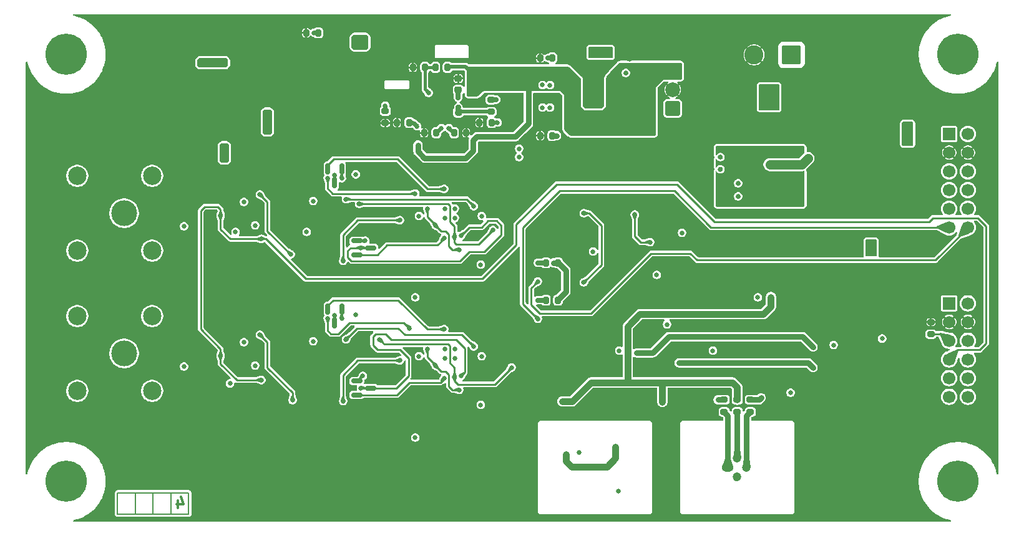
<source format=gbr>
G04 #@! TF.GenerationSoftware,KiCad,Pcbnew,9.0.3*
G04 #@! TF.CreationDate,2025-08-15T00:00:31+02:00*
G04 #@! TF.ProjectId,MADC_ARTY,4d414443-5f41-4525-9459-2e6b69636164,rev?*
G04 #@! TF.SameCoordinates,Original*
G04 #@! TF.FileFunction,Copper,L4,Bot*
G04 #@! TF.FilePolarity,Positive*
%FSLAX46Y46*%
G04 Gerber Fmt 4.6, Leading zero omitted, Abs format (unit mm)*
G04 Created by KiCad (PCBNEW 9.0.3) date 2025-08-15 00:00:31*
%MOMM*%
%LPD*%
G01*
G04 APERTURE LIST*
G04 Aperture macros list*
%AMRoundRect*
0 Rectangle with rounded corners*
0 $1 Rounding radius*
0 $2 $3 $4 $5 $6 $7 $8 $9 X,Y pos of 4 corners*
0 Add a 4 corners polygon primitive as box body*
4,1,4,$2,$3,$4,$5,$6,$7,$8,$9,$2,$3,0*
0 Add four circle primitives for the rounded corners*
1,1,$1+$1,$2,$3*
1,1,$1+$1,$4,$5*
1,1,$1+$1,$6,$7*
1,1,$1+$1,$8,$9*
0 Add four rect primitives between the rounded corners*
20,1,$1+$1,$2,$3,$4,$5,0*
20,1,$1+$1,$4,$5,$6,$7,0*
20,1,$1+$1,$6,$7,$8,$9,0*
20,1,$1+$1,$8,$9,$2,$3,0*%
G04 Aperture macros list end*
%ADD10C,0.300000*%
G04 #@! TA.AperFunction,NonConductor*
%ADD11C,0.300000*%
G04 #@! TD*
G04 #@! TA.AperFunction,NonConductor*
%ADD12C,0.200000*%
G04 #@! TD*
G04 #@! TA.AperFunction,ComponentPad*
%ADD13C,2.500000*%
G04 #@! TD*
G04 #@! TA.AperFunction,ComponentPad*
%ADD14C,3.500000*%
G04 #@! TD*
G04 #@! TA.AperFunction,ComponentPad*
%ADD15RoundRect,0.250000X0.750000X0.750000X-0.750000X0.750000X-0.750000X-0.750000X0.750000X-0.750000X0*%
G04 #@! TD*
G04 #@! TA.AperFunction,ComponentPad*
%ADD16C,2.000000*%
G04 #@! TD*
G04 #@! TA.AperFunction,ComponentPad*
%ADD17C,5.600000*%
G04 #@! TD*
G04 #@! TA.AperFunction,ComponentPad*
%ADD18C,2.800000*%
G04 #@! TD*
G04 #@! TA.AperFunction,ComponentPad*
%ADD19O,1.600000X1.200000*%
G04 #@! TD*
G04 #@! TA.AperFunction,ComponentPad*
%ADD20C,1.200000*%
G04 #@! TD*
G04 #@! TA.AperFunction,ComponentPad*
%ADD21R,1.700000X1.700000*%
G04 #@! TD*
G04 #@! TA.AperFunction,ComponentPad*
%ADD22C,1.700000*%
G04 #@! TD*
G04 #@! TA.AperFunction,ComponentPad*
%ADD23RoundRect,0.250000X1.050000X1.050000X-1.050000X1.050000X-1.050000X-1.050000X1.050000X-1.050000X0*%
G04 #@! TD*
G04 #@! TA.AperFunction,ComponentPad*
%ADD24C,2.600000*%
G04 #@! TD*
G04 #@! TA.AperFunction,SMDPad,CuDef*
%ADD25RoundRect,0.200000X-0.200000X-0.275000X0.200000X-0.275000X0.200000X0.275000X-0.200000X0.275000X0*%
G04 #@! TD*
G04 #@! TA.AperFunction,SMDPad,CuDef*
%ADD26RoundRect,0.150000X-0.587500X-0.150000X0.587500X-0.150000X0.587500X0.150000X-0.587500X0.150000X0*%
G04 #@! TD*
G04 #@! TA.AperFunction,SMDPad,CuDef*
%ADD27RoundRect,0.200000X0.275000X-0.200000X0.275000X0.200000X-0.275000X0.200000X-0.275000X-0.200000X0*%
G04 #@! TD*
G04 #@! TA.AperFunction,SMDPad,CuDef*
%ADD28RoundRect,0.200000X-0.275000X0.200000X-0.275000X-0.200000X0.275000X-0.200000X0.275000X0.200000X0*%
G04 #@! TD*
G04 #@! TA.AperFunction,SMDPad,CuDef*
%ADD29RoundRect,0.225000X0.225000X0.250000X-0.225000X0.250000X-0.225000X-0.250000X0.225000X-0.250000X0*%
G04 #@! TD*
G04 #@! TA.AperFunction,SMDPad,CuDef*
%ADD30RoundRect,0.225000X-0.250000X0.225000X-0.250000X-0.225000X0.250000X-0.225000X0.250000X0.225000X0*%
G04 #@! TD*
G04 #@! TA.AperFunction,SMDPad,CuDef*
%ADD31RoundRect,0.150000X-0.150000X0.587500X-0.150000X-0.587500X0.150000X-0.587500X0.150000X0.587500X0*%
G04 #@! TD*
G04 #@! TA.AperFunction,SMDPad,CuDef*
%ADD32RoundRect,0.200000X0.200000X0.275000X-0.200000X0.275000X-0.200000X-0.275000X0.200000X-0.275000X0*%
G04 #@! TD*
G04 #@! TA.AperFunction,ViaPad*
%ADD33C,0.650000*%
G04 #@! TD*
G04 #@! TA.AperFunction,Conductor*
%ADD34C,0.762000*%
G04 #@! TD*
G04 #@! TA.AperFunction,Conductor*
%ADD35C,0.889000*%
G04 #@! TD*
G04 #@! TA.AperFunction,Conductor*
%ADD36C,0.508000*%
G04 #@! TD*
G04 #@! TA.AperFunction,Conductor*
%ADD37C,0.635000*%
G04 #@! TD*
G04 #@! TA.AperFunction,Conductor*
%ADD38C,1.270000*%
G04 #@! TD*
G04 #@! TA.AperFunction,Conductor*
%ADD39C,0.254000*%
G04 #@! TD*
G04 #@! TA.AperFunction,Conductor*
%ADD40C,0.381000*%
G04 #@! TD*
G04 APERTURE END LIST*
D10*
D11*
X109165632Y-106623828D02*
X109165632Y-107623828D01*
X109522774Y-106052400D02*
X109879917Y-107123828D01*
X109879917Y-107123828D02*
X108951346Y-107123828D01*
D12*
X103378000Y-105537000D02*
X105791000Y-105537000D01*
X105791000Y-108458000D01*
X103378000Y-108458000D01*
X103378000Y-105537000D01*
X100965000Y-105537000D02*
X103378000Y-105537000D01*
X103378000Y-108458000D01*
X100965000Y-108458000D01*
X100965000Y-105537000D01*
X105791000Y-105537000D02*
X108204000Y-105537000D01*
X108204000Y-108458000D01*
X105791000Y-108458000D01*
X105791000Y-105537000D01*
X108204000Y-105537000D02*
X110617000Y-105537000D01*
X110617000Y-108458000D01*
X108204000Y-108458000D01*
X108204000Y-105537000D01*
D13*
G04 #@! TO.P,J1,*
G04 #@! TO.N,*
X105654000Y-72644000D03*
X105654000Y-62484000D03*
X95494000Y-72644000D03*
X95494000Y-62484000D03*
D14*
G04 #@! TO.P,J1,1,Pin_1*
G04 #@! TO.N,/Block Diagram/Auto Zero/AIN*
X101854000Y-67564000D03*
G04 #@! TD*
D15*
G04 #@! TO.P,U3,1,Vin*
G04 #@! TO.N,Net-(U3-Vin)*
X176273500Y-53340000D03*
D16*
G04 #@! TO.P,U3,2,GND*
G04 #@! TO.N,GND*
X176273500Y-50800000D03*
G04 #@! TO.P,U3,3,Vout*
G04 #@! TO.N,+5V*
X176273500Y-48260000D03*
G04 #@! TD*
D17*
G04 #@! TO.P,H2,1*
G04 #@! TO.N,N/C*
X215000000Y-46000000D03*
G04 #@! TD*
D18*
G04 #@! TO.P,TP7,1,1*
G04 #@! TO.N,GND*
X120523000Y-79121000D03*
G04 #@! TD*
G04 #@! TO.P,TP6,1,1*
G04 #@! TO.N,GND*
X200533000Y-56007000D03*
G04 #@! TD*
D13*
G04 #@! TO.P,J2,*
G04 #@! TO.N,*
X105654000Y-91694000D03*
X105654000Y-81534000D03*
X95494000Y-91694000D03*
X95494000Y-81534000D03*
D14*
G04 #@! TO.P,J2,1,Pin_1*
G04 #@! TO.N,/Block Diagram/Auto Zero1/AIN*
X101854000Y-86614000D03*
G04 #@! TD*
D19*
G04 #@! TO.P,U21,1*
G04 #@! TO.N,/Block Diagram/Voltage Reference/NVREF*
X183769000Y-102108000D03*
D20*
G04 #@! TO.P,U21,2*
G04 #@! TO.N,GND*
X185039000Y-103378000D03*
G04 #@! TO.P,U21,3*
G04 #@! TO.N,Net-(R65-Pad2)*
X186309000Y-102108000D03*
G04 #@! TO.P,U21,4*
G04 #@! TO.N,Net-(R66-Pad1)*
X185039000Y-100838000D03*
G04 #@! TD*
D17*
G04 #@! TO.P,H3,1*
G04 #@! TO.N,N/C*
X94000000Y-104000000D03*
G04 #@! TD*
G04 #@! TO.P,H4,1*
G04 #@! TO.N,N/C*
X215000000Y-104000000D03*
G04 #@! TD*
G04 #@! TO.P,H1,1*
G04 #@! TO.N,N/C*
X94000000Y-46000000D03*
G04 #@! TD*
D21*
G04 #@! TO.P,J5,1,Pin_1*
G04 #@! TO.N,+3.3VP*
X213800000Y-56800000D03*
D22*
G04 #@! TO.P,J5,2,Pin_2*
X216340000Y-56800000D03*
G04 #@! TO.P,J5,3,Pin_3*
G04 #@! TO.N,GND*
X213800000Y-59340000D03*
G04 #@! TO.P,J5,4,Pin_4*
X216340000Y-59340000D03*
G04 #@! TO.P,J5,5,Pin_5*
G04 #@! TO.N,/Block Diagram/ADC/AD_ID*
X213800000Y-61880000D03*
G04 #@! TO.P,J5,6,Pin_6*
G04 #@! TO.N,/Block Diagram/ADC/AD_IIN*
X216340000Y-61880000D03*
G04 #@! TO.P,J5,7,Pin_7*
G04 #@! TO.N,/Block Diagram/ADC/AD_IRN*
X213800000Y-64420000D03*
G04 #@! TO.P,J5,8,Pin_8*
G04 #@! TO.N,/Block Diagram/ADC/AD_IRP*
X216340000Y-64420000D03*
G04 #@! TO.P,J5,9,Pin_9*
G04 #@! TO.N,/Block Diagram/ADC/SW_VRH*
X213800000Y-66960000D03*
G04 #@! TO.P,J5,10,Pin_10*
G04 #@! TO.N,/Block Diagram/ADC/AD_CMP*
X216340000Y-66960000D03*
G04 #@! TO.P,J5,11,Pin_11*
G04 #@! TO.N,/Block Diagram/Gain/GAIN_x10*
X213800000Y-69500000D03*
G04 #@! TO.P,J5,12,Pin_12*
G04 #@! TO.N,/Block Diagram/Gain/GAIN_x100*
X216340000Y-69500000D03*
G04 #@! TD*
D21*
G04 #@! TO.P,J4,1,Pin_1*
G04 #@! TO.N,+3.3VP*
X213800000Y-79800000D03*
D22*
G04 #@! TO.P,J4,2,Pin_2*
X216340000Y-79800000D03*
G04 #@! TO.P,J4,3,Pin_3*
G04 #@! TO.N,GND*
X213800000Y-82340000D03*
G04 #@! TO.P,J4,4,Pin_4*
X216340000Y-82340000D03*
G04 #@! TO.P,J4,5,Pin_5*
G04 #@! TO.N,Net-(J4-Pin_5)*
X213800000Y-84880000D03*
G04 #@! TO.P,J4,6,Pin_6*
G04 #@! TO.N,unconnected-(J4-Pin_6-Pad6)*
X216340000Y-84880000D03*
G04 #@! TO.P,J4,7,Pin_7*
G04 #@! TO.N,/Block Diagram/Auto Zero/AZ_CTR*
X213800000Y-87420000D03*
G04 #@! TO.P,J4,8,Pin_8*
G04 #@! TO.N,unconnected-(J4-Pin_8-Pad8)*
X216340000Y-87420000D03*
G04 #@! TO.P,J4,9,Pin_9*
G04 #@! TO.N,unconnected-(J4-Pin_9-Pad9)*
X213800000Y-89960000D03*
G04 #@! TO.P,J4,10,Pin_10*
G04 #@! TO.N,unconnected-(J4-Pin_10-Pad10)*
X216340000Y-89960000D03*
G04 #@! TO.P,J4,11,Pin_11*
G04 #@! TO.N,unconnected-(J4-Pin_11-Pad11)*
X213800000Y-92500000D03*
G04 #@! TO.P,J4,12,Pin_12*
G04 #@! TO.N,unconnected-(J4-Pin_12-Pad12)*
X216340000Y-92500000D03*
G04 #@! TD*
D23*
G04 #@! TO.P,J3,1,Pin_1*
G04 #@! TO.N,Net-(J3-Pin_1)*
X192405000Y-46055500D03*
D24*
G04 #@! TO.P,J3,2,Pin_2*
G04 #@! TO.N,GND*
X187325000Y-46055500D03*
G04 #@! TD*
D25*
G04 #@! TO.P,R15,1*
G04 #@! TO.N,GND*
X150051000Y-55245000D03*
G04 #@! TO.P,R15,2*
G04 #@! TO.N,Net-(C11-Pad1)*
X151701000Y-55245000D03*
G04 #@! TD*
D26*
G04 #@! TO.P,Q6,1,B*
G04 #@! TO.N,Net-(Q6-B)*
X133427500Y-73213000D03*
G04 #@! TO.P,Q6,2,E*
G04 #@! TO.N,Net-(Q5-B)*
X133427500Y-71313000D03*
G04 #@! TO.P,Q6,3,C*
G04 #@! TO.N,Net-(Q5-C)*
X135302500Y-72263000D03*
G04 #@! TD*
D27*
G04 #@! TO.P,R67,1*
G04 #@! TO.N,/Block Diagram/Voltage Reference/NVREF*
X183261000Y-94551000D03*
G04 #@! TO.P,R67,2*
G04 #@! TO.N,+18V*
X183261000Y-92901000D03*
G04 #@! TD*
G04 #@! TO.P,R66,1*
G04 #@! TO.N,Net-(R66-Pad1)*
X185039000Y-94551000D03*
G04 #@! TO.P,R66,2*
G04 #@! TO.N,-18V*
X185039000Y-92901000D03*
G04 #@! TD*
D28*
G04 #@! TO.P,R65,1*
G04 #@! TO.N,+18V*
X186817000Y-92901000D03*
G04 #@! TO.P,R65,2*
G04 #@! TO.N,Net-(R65-Pad2)*
X186817000Y-94551000D03*
G04 #@! TD*
D29*
G04 #@! TO.P,C15,1*
G04 #@! TO.N,Net-(U4-VREF)*
X147206000Y-53848000D03*
G04 #@! TO.P,C15,2*
G04 #@! TO.N,GND*
X145656000Y-53848000D03*
G04 #@! TD*
D25*
G04 #@! TO.P,R97,1*
G04 #@! TO.N,Net-(U4-SYNC{slash}FREQ)*
X144082000Y-47752000D03*
G04 #@! TO.P,R97,2*
G04 #@! TO.N,+5V*
X145732000Y-47752000D03*
G04 #@! TD*
G04 #@! TO.P,R96,1*
G04 #@! TO.N,GND*
X141034000Y-47752000D03*
G04 #@! TO.P,R96,2*
G04 #@! TO.N,Net-(U4-SYNC{slash}FREQ)*
X142684000Y-47752000D03*
G04 #@! TD*
G04 #@! TO.P,R95,1*
G04 #@! TO.N,GND*
X138875000Y-55245000D03*
G04 #@! TO.P,R95,2*
G04 #@! TO.N,Net-(U4-SS)*
X140525000Y-55245000D03*
G04 #@! TD*
D30*
G04 #@! TO.P,C10,1*
G04 #@! TO.N,GND*
X147193000Y-49263000D03*
G04 #@! TO.P,C10,2*
G04 #@! TO.N,Net-(U4-VREG)*
X147193000Y-50813000D03*
G04 #@! TD*
D28*
G04 #@! TO.P,R90,1*
G04 #@! TO.N,GND*
X211328000Y-82360000D03*
G04 #@! TO.P,R90,2*
G04 #@! TO.N,Net-(J4-Pin_5)*
X211328000Y-84010000D03*
G04 #@! TD*
D25*
G04 #@! TO.P,R98,1*
G04 #@! TO.N,Net-(U4-EN2)*
X146622000Y-56642000D03*
G04 #@! TO.P,R98,2*
G04 #@! TO.N,GND*
X148272000Y-56642000D03*
G04 #@! TD*
D31*
G04 #@! TO.P,Q10,1,B*
G04 #@! TO.N,Net-(Q10-B)*
X129479000Y-80596500D03*
G04 #@! TO.P,Q10,2,E*
G04 #@! TO.N,Net-(Q10-E)*
X131379000Y-80596500D03*
G04 #@! TO.P,Q10,3,C*
G04 #@! TO.N,Net-(Q10-C)*
X130429000Y-82471500D03*
G04 #@! TD*
D28*
G04 #@! TO.P,R25,1*
G04 #@! TO.N,Net-(R23-Pad2)*
X151638000Y-52134000D03*
G04 #@! TO.P,R25,2*
G04 #@! TO.N,Net-(U4-VREF)*
X151638000Y-53784000D03*
G04 #@! TD*
D32*
G04 #@! TO.P,R36,1*
G04 #@! TO.N,Net-(R30-Pad1)*
X159956000Y-57023000D03*
G04 #@! TO.P,R36,2*
G04 #@! TO.N,GND*
X158306000Y-57023000D03*
G04 #@! TD*
D26*
G04 #@! TO.P,Q14,1,B*
G04 #@! TO.N,Net-(Q14-B)*
X133427500Y-92263000D03*
G04 #@! TO.P,Q14,2,E*
G04 #@! TO.N,Net-(Q13-B)*
X133427500Y-90363000D03*
G04 #@! TO.P,Q14,3,C*
G04 #@! TO.N,Net-(Q13-C)*
X135302500Y-91313000D03*
G04 #@! TD*
D28*
G04 #@! TO.P,R24,1*
G04 #@! TO.N,Net-(R22-Pad2)*
X137287000Y-53658000D03*
G04 #@! TO.P,R24,2*
G04 #@! TO.N,GND*
X137287000Y-55308000D03*
G04 #@! TD*
D32*
G04 #@! TO.P,R99,1*
G04 #@! TO.N,Net-(U4-EN1)*
X144208000Y-56642000D03*
G04 #@! TO.P,R99,2*
G04 #@! TO.N,GND*
X142558000Y-56642000D03*
G04 #@! TD*
G04 #@! TO.P,R35,1*
G04 #@! TO.N,Net-(R29-Pad2)*
X128206000Y-43053000D03*
G04 #@! TO.P,R35,2*
G04 #@! TO.N,GND*
X126556000Y-43053000D03*
G04 #@! TD*
D25*
G04 #@! TO.P,R32,1*
G04 #@! TO.N,GND*
X158306000Y-46482000D03*
G04 #@! TO.P,R32,2*
G04 #@! TO.N,Net-(R32-Pad2)*
X159956000Y-46482000D03*
G04 #@! TD*
D31*
G04 #@! TO.P,Q2,1,B*
G04 #@! TO.N,Net-(Q2-B)*
X129479000Y-61546500D03*
G04 #@! TO.P,Q2,2,E*
G04 #@! TO.N,Net-(Q2-E)*
X131379000Y-61546500D03*
G04 #@! TO.P,Q2,3,C*
G04 #@! TO.N,Net-(Q2-C)*
X130429000Y-63421500D03*
G04 #@! TD*
D32*
G04 #@! TO.P,R45,1*
G04 #@! TO.N,+3.3V*
X160718000Y-74295000D03*
G04 #@! TO.P,R45,2*
G04 #@! TO.N,Net-(R45-Pad2)*
X159068000Y-74295000D03*
G04 #@! TD*
G04 #@! TO.P,R44,1*
G04 #@! TO.N,+3.3V*
X160718000Y-79375000D03*
G04 #@! TO.P,R44,2*
G04 #@! TO.N,Net-(R44-Pad2)*
X159068000Y-79375000D03*
G04 #@! TD*
D33*
G04 #@! TO.N,GND*
X159131000Y-51719000D03*
X154432000Y-54864000D03*
X118110000Y-51181000D03*
X161417000Y-60579000D03*
X163195000Y-58674000D03*
X122738000Y-67889000D03*
X122174000Y-60071000D03*
X148717000Y-42799000D03*
X111760000Y-54864000D03*
X119380000Y-51181000D03*
X141351000Y-75692000D03*
X160625000Y-51719000D03*
X186690000Y-89535000D03*
X172720000Y-65786000D03*
X177673000Y-75946000D03*
X123317000Y-89154000D03*
X170561000Y-57785000D03*
X185674000Y-82677000D03*
X163576000Y-45593000D03*
X159893000Y-60579000D03*
X177546000Y-67818000D03*
X163957000Y-48133000D03*
X127508000Y-88138000D03*
X166253000Y-52840500D03*
X118110000Y-89281000D03*
X109982000Y-84836000D03*
X176657000Y-67691000D03*
X124397000Y-83122000D03*
X169672000Y-91694000D03*
X163585000Y-100067000D03*
X124397000Y-64199000D03*
X166253000Y-51697500D03*
X144399000Y-52197000D03*
X113538000Y-67889000D03*
X156972000Y-44069000D03*
X119634000Y-66040000D03*
X186944000Y-54610000D03*
X160160000Y-90030000D03*
X182753000Y-59944000D03*
X139700000Y-56007000D03*
X117856000Y-53721000D03*
X156972000Y-45466000D03*
X142621000Y-89408000D03*
X169926000Y-48514000D03*
X118110000Y-88265000D03*
X113792000Y-70104000D03*
X149733000Y-43942000D03*
X171831000Y-66802000D03*
X122428000Y-57658000D03*
X187071000Y-51943000D03*
X114999000Y-84900000D03*
X178308000Y-86233000D03*
X197993000Y-86614000D03*
X204724000Y-77724000D03*
X145923000Y-50800000D03*
X123317000Y-70104000D03*
X124333000Y-53467000D03*
X119634000Y-85090000D03*
X109982000Y-65786000D03*
X127508000Y-69088000D03*
X182372000Y-91694000D03*
X145923000Y-52197000D03*
X143891000Y-42799000D03*
X182753000Y-61595000D03*
X150241000Y-97028000D03*
X126492000Y-49784000D03*
X170434000Y-46609000D03*
X160147000Y-88392000D03*
X149479000Y-89408000D03*
X111760000Y-56642000D03*
X187960000Y-86233000D03*
X185166000Y-63500000D03*
X166500000Y-87500000D03*
X173101000Y-79883000D03*
X150241000Y-77978000D03*
X175133000Y-103886000D03*
X187960000Y-89535000D03*
X128016000Y-49784000D03*
X142621000Y-70358000D03*
X127444000Y-90488000D03*
X118110000Y-69215000D03*
X175133000Y-100457000D03*
X113538000Y-86939000D03*
X185166000Y-65278000D03*
X164729000Y-52840500D03*
X149479000Y-70358000D03*
X114999000Y-65850000D03*
X142875000Y-43942000D03*
X144399000Y-50800000D03*
X164729000Y-51697500D03*
X123063000Y-53467000D03*
X172720000Y-66802000D03*
X118364000Y-70231000D03*
X156972000Y-42545000D03*
X113792000Y-89154000D03*
X128016000Y-48514000D03*
X118110000Y-49276000D03*
X126492000Y-48514000D03*
X204724000Y-78994000D03*
X146304000Y-42799000D03*
X186690000Y-82677000D03*
X122738000Y-86939000D03*
X153416000Y-54864000D03*
X127445000Y-71438000D03*
X119380000Y-49276000D03*
X167640000Y-70485000D03*
X204470000Y-81915000D03*
X179070000Y-91694000D03*
X120904000Y-60071000D03*
X141351000Y-94742000D03*
X171831000Y-65786000D03*
G04 #@! TO.N,+18V*
X133350000Y-43942000D03*
X161798000Y-100330000D03*
X133858000Y-44704000D03*
X182436000Y-92901000D03*
X134366000Y-43942000D03*
X168529000Y-99314000D03*
X181737000Y-86233000D03*
X169037000Y-86233000D03*
X188282000Y-92642000D03*
G04 #@! TO.N,-18V*
X174879000Y-93218000D03*
X168910000Y-105283000D03*
X161290000Y-93116400D03*
X121285000Y-55245000D03*
X155448000Y-58801000D03*
X189611000Y-78948000D03*
X121285000Y-54102000D03*
X155448000Y-59944000D03*
X121285000Y-56261000D03*
G04 #@! TO.N,+24V*
X189865000Y-52705000D03*
X191196000Y-64201000D03*
X182626000Y-66040000D03*
X188214000Y-59563000D03*
X193675000Y-64262000D03*
X189865000Y-51816000D03*
X182626000Y-63373000D03*
X188214000Y-60452000D03*
X188849000Y-52705000D03*
X189865000Y-50927000D03*
X188833915Y-50901243D03*
X182626000Y-64643000D03*
X188849000Y-51816000D03*
G04 #@! TO.N,+5V*
X162814000Y-53848000D03*
X149225000Y-58293000D03*
X173228000Y-52832000D03*
X141732000Y-58293000D03*
X149352000Y-51054000D03*
X172212000Y-51816000D03*
X173228000Y-51816000D03*
X172212000Y-52832000D03*
X162814000Y-54610000D03*
X149341000Y-49922000D03*
G04 #@! TO.N,+3.3V*
X166497000Y-45720000D03*
X203200000Y-72644000D03*
X165669000Y-45720000D03*
X167325000Y-45720000D03*
X126619000Y-70104000D03*
X208153000Y-57658000D03*
X208153000Y-56769000D03*
X116967000Y-70104000D03*
X116209496Y-90690448D03*
X198120000Y-85471000D03*
X160147000Y-74295000D03*
X208153000Y-55880000D03*
X203200000Y-71882000D03*
G04 #@! TO.N,Net-(U4-EN1)*
X144907000Y-56007000D03*
G04 #@! TO.N,+3.3VP*
X204711000Y-84595000D03*
G04 #@! TO.N,Net-(U4-VREG)*
X147159002Y-51872000D03*
G04 #@! TO.N,Net-(U4-VREF)*
X147207180Y-53172000D03*
G04 #@! TO.N,Net-(D1-A)*
X189484000Y-60960000D03*
X194625000Y-60137000D03*
G04 #@! TO.N,/Block Diagram/Gain/GAIN_x10*
X157988000Y-81915000D03*
G04 #@! TO.N,/Block Diagram/Gain/GAIN_x100*
X157988000Y-76835000D03*
G04 #@! TO.N,/Block Diagram/Analog Channels/OUT*
X151892000Y-69850000D03*
X146685000Y-70739000D03*
X133731000Y-66294000D03*
G04 #@! TO.N,/Block Diagram/Analog Channels/IN*
X120269000Y-65024000D03*
X124460000Y-73152000D03*
G04 #@! TO.N,Net-(Q2-C)*
X149288500Y-66611500D03*
X131953000Y-65659000D03*
X130429000Y-62357000D03*
G04 #@! TO.N,Net-(Q2-B)*
X145288000Y-64262000D03*
G04 #@! TO.N,Net-(Q5-C)*
X147574000Y-70612000D03*
X133985000Y-72263000D03*
G04 #@! TO.N,Net-(Q2-E)*
X131379000Y-62799000D03*
G04 #@! TO.N,Net-(Q3-E)*
X141351000Y-64897000D03*
X129479000Y-62799000D03*
G04 #@! TO.N,Net-(Q5-B)*
X134559000Y-71313000D03*
G04 #@! TO.N,Net-(Q5-E)*
X139258000Y-68514000D03*
X131572000Y-74041000D03*
G04 #@! TO.N,Net-(Q6-B)*
X145288000Y-70947000D03*
G04 #@! TO.N,/Block Diagram/Analog Channels1/IN*
X120269000Y-84074000D03*
X124714000Y-92964000D03*
G04 #@! TO.N,/Block Diagram/Analog Channels1/OUT*
X164211000Y-67564000D03*
X164211000Y-76962000D03*
X154432000Y-88519000D03*
X146685000Y-89789000D03*
X136525000Y-84709000D03*
G04 #@! TO.N,+16V*
X192278000Y-91948000D03*
X146731000Y-87249000D03*
X113919000Y-47117000D03*
X145415000Y-87249000D03*
X174117000Y-75946000D03*
X145415000Y-66929000D03*
X145415000Y-68199000D03*
X109982000Y-88392000D03*
X146731000Y-68199000D03*
X119634000Y-69215000D03*
X133289000Y-62296000D03*
X141859000Y-86995000D03*
X150241000Y-74549000D03*
X150241000Y-93599000D03*
X146731000Y-85979000D03*
X146731000Y-66929000D03*
X133289000Y-81346000D03*
X141859000Y-67945000D03*
X119634000Y-88265000D03*
X112268000Y-47117000D03*
X177546000Y-70231000D03*
X145415000Y-85979000D03*
X115443000Y-47117000D03*
X109982000Y-69342000D03*
G04 #@! TO.N,-16V*
X118110000Y-85090000D03*
X150368000Y-86995000D03*
X187833000Y-78994000D03*
X141351000Y-98044000D03*
X127508000Y-65913000D03*
X175514000Y-82677000D03*
X127508000Y-84963000D03*
X150368000Y-67945000D03*
X115443000Y-58674000D03*
X115443000Y-60071000D03*
X118110000Y-66040000D03*
X165481000Y-72771000D03*
X141351000Y-78994000D03*
G04 #@! TO.N,-7V*
X177165000Y-87884000D03*
X195326000Y-88519000D03*
G04 #@! TO.N,+7V*
X171389000Y-86548000D03*
X195326000Y-85725000D03*
G04 #@! TO.N,Net-(U4-SS)*
X141605000Y-55753000D03*
G04 #@! TO.N,/Block Diagram/Auto Zero/AZ_CTR*
X120459000Y-71056000D03*
X114935000Y-67889000D03*
X114935000Y-86939000D03*
X120459000Y-90233000D03*
G04 #@! TO.N,Net-(Q10-C)*
X131953000Y-84709000D03*
X149288500Y-85661500D03*
X130429000Y-81407000D03*
G04 #@! TO.N,Net-(Q10-B)*
X145288000Y-83312000D03*
G04 #@! TO.N,Net-(Q10-E)*
X131379000Y-81849000D03*
G04 #@! TO.N,Net-(Q13-B)*
X134239000Y-89662000D03*
G04 #@! TO.N,Net-(Q13-C)*
X133985000Y-91313000D03*
X147574000Y-89662000D03*
G04 #@! TO.N,Net-(Q11-E)*
X129479000Y-81849000D03*
X140589000Y-83185000D03*
G04 #@! TO.N,Net-(Q13-E)*
X139258000Y-87564000D03*
X131572000Y-93091000D03*
G04 #@! TO.N,Net-(Q14-B)*
X145288000Y-89997000D03*
G04 #@! TO.N,Net-(R29-Pad2)*
X127635000Y-43053000D03*
G04 #@! TO.N,Net-(R48-Pad1)*
X171132500Y-67754500D03*
X173228000Y-71501000D03*
G04 #@! TO.N,Net-(U4-EN2)*
X145923000Y-56007000D03*
G04 #@! TO.N,Net-(C11-Pad1)*
X152527000Y-55245000D03*
G04 #@! TO.N,Net-(U1A-+)*
X143002000Y-66929000D03*
X144112500Y-69215000D03*
X147320000Y-72517000D03*
G04 #@! TO.N,Net-(R22-Pad2)*
X137287000Y-52959000D03*
G04 #@! TO.N,Net-(R23-Pad2)*
X152337000Y-52134000D03*
G04 #@! TO.N,Net-(R30-Pad1)*
X160528000Y-57023000D03*
G04 #@! TO.N,Net-(R32-Pad2)*
X159385000Y-46482000D03*
G04 #@! TO.N,Net-(R44-Pad2)*
X157988000Y-79375000D03*
G04 #@! TO.N,Net-(R45-Pad2)*
X157988000Y-74295000D03*
G04 #@! TO.N,Net-(U25A-+)*
X144112500Y-88265000D03*
X143002000Y-85979000D03*
X147320000Y-91567000D03*
G04 #@! TO.N,Net-(U10-EN)*
X159639000Y-50165000D03*
X158623000Y-50159500D03*
X158623000Y-53214500D03*
X159639000Y-53213000D03*
G04 #@! TO.N,Net-(U4-SYNC{slash}FREQ)*
X143167998Y-51222000D03*
G04 #@! TD*
D34*
G04 #@! TO.N,GND*
X185039000Y-103378000D02*
X184848000Y-103569000D01*
D35*
G04 #@! TO.N,+18V*
X168529000Y-100838000D02*
X168529000Y-99314000D01*
X161798000Y-100330000D02*
X161798000Y-101219000D01*
X167386000Y-101981000D02*
X168529000Y-100838000D01*
D34*
X182436000Y-92901000D02*
X183261000Y-92901000D01*
X188023000Y-92901000D02*
X188282000Y-92642000D01*
X186817000Y-92901000D02*
X188023000Y-92901000D01*
D35*
X161798000Y-101219000D02*
X162560000Y-101981000D01*
X162560000Y-101981000D02*
X167386000Y-101981000D01*
G04 #@! TO.N,-18V*
X189611000Y-80264000D02*
X188595000Y-81280000D01*
X184404000Y-90551000D02*
X172212000Y-90551000D01*
X161290000Y-93116400D02*
X162661600Y-93116400D01*
X185039000Y-92901000D02*
X185039000Y-91186000D01*
X189611000Y-78948000D02*
X189611000Y-80264000D01*
X185039000Y-91186000D02*
X184404000Y-90551000D01*
X174879000Y-90551000D02*
X174879000Y-93218000D01*
X170180000Y-90551000D02*
X172212000Y-90551000D01*
X170180000Y-82931000D02*
X170180000Y-90551000D01*
X162661600Y-93116400D02*
X165227000Y-90551000D01*
X171831000Y-81280000D02*
X170180000Y-82931000D01*
X172212000Y-90551000D02*
X174879000Y-90551000D01*
X188595000Y-81280000D02*
X171831000Y-81280000D01*
X165227000Y-90551000D02*
X170180000Y-90551000D01*
D36*
G04 #@! TO.N,+5V*
X145732000Y-47752000D02*
X145859000Y-47625000D01*
D34*
X149733000Y-57150000D02*
X154940000Y-57150000D01*
X149225000Y-57658000D02*
X149733000Y-57150000D01*
X156718000Y-55372000D02*
X156718000Y-50038000D01*
D36*
X148209000Y-47625000D02*
X148971000Y-48387000D01*
D34*
X148209000Y-60071000D02*
X149225000Y-59055000D01*
X156718000Y-50038000D02*
X156083000Y-49403000D01*
X141732000Y-58293000D02*
X141732000Y-59182000D01*
D36*
X145859000Y-47625000D02*
X148209000Y-47625000D01*
D34*
X141732000Y-59182000D02*
X142621000Y-60071000D01*
X149225000Y-59055000D02*
X149225000Y-58293000D01*
X154940000Y-57150000D02*
X156718000Y-55372000D01*
X149225000Y-58293000D02*
X149225000Y-57658000D01*
X142621000Y-60071000D02*
X148209000Y-60071000D01*
G04 #@! TO.N,+3.3V*
X161798000Y-75311000D02*
X161798000Y-78232000D01*
X161798000Y-78232000D02*
X160718000Y-79312000D01*
X160718000Y-74295000D02*
X160147000Y-74295000D01*
X160718000Y-74295000D02*
X160782000Y-74295000D01*
X160718000Y-79312000D02*
X160718000Y-79375000D01*
X160782000Y-74295000D02*
X161798000Y-75311000D01*
D36*
G04 #@! TO.N,Net-(U4-EN1)*
X144208000Y-56642000D02*
X144272000Y-56642000D01*
X144272000Y-56642000D02*
X144907000Y-56007000D01*
D37*
G04 #@! TO.N,Net-(U4-VREG)*
X147159002Y-51872000D02*
X147159002Y-50846998D01*
X147159002Y-50846998D02*
X147193000Y-50813000D01*
G04 #@! TO.N,Net-(U4-VREF)*
X147193000Y-53835000D02*
X147066000Y-53962000D01*
D36*
X147307000Y-53721000D02*
X151575000Y-53721000D01*
X147066000Y-53962000D02*
X147307000Y-53721000D01*
D37*
X147193000Y-53186180D02*
X147193000Y-53835000D01*
X147207180Y-53172000D02*
X147193000Y-53186180D01*
D36*
X151575000Y-53721000D02*
X151638000Y-53784000D01*
D38*
G04 #@! TO.N,Net-(D1-A)*
X193802000Y-60960000D02*
X194625000Y-60137000D01*
X189484000Y-60960000D02*
X193802000Y-60960000D01*
D39*
G04 #@! TO.N,/Block Diagram/Gain/GAIN_x10*
X213800000Y-69500000D02*
X213769000Y-69469000D01*
X155956000Y-69532500D02*
X155956000Y-79883000D01*
X155956000Y-79883000D02*
X157988000Y-81915000D01*
X213769000Y-69469000D02*
X181483000Y-69469000D01*
X160972500Y-64516000D02*
X155956000Y-69532500D01*
X176530000Y-64516000D02*
X160972500Y-64516000D01*
X181483000Y-69469000D02*
X176530000Y-64516000D01*
G04 #@! TO.N,Net-(J4-Pin_5)*
X213800000Y-84880000D02*
X212867000Y-83947000D01*
X211391000Y-83947000D02*
X211328000Y-84010000D01*
X212867000Y-83947000D02*
X211391000Y-83947000D01*
G04 #@! TO.N,/Block Diagram/Gain/GAIN_x100*
X173355000Y-73025000D02*
X165227000Y-81153000D01*
X158242000Y-81153000D02*
X157099000Y-80010000D01*
X216371000Y-69469000D02*
X211926000Y-73914000D01*
X211926000Y-73914000D02*
X179578000Y-73914000D01*
X165227000Y-81153000D02*
X158242000Y-81153000D01*
X157099000Y-80010000D02*
X157099000Y-79121000D01*
X216408000Y-69469000D02*
X216371000Y-69469000D01*
X157099000Y-77724000D02*
X157988000Y-76835000D01*
X178689000Y-73025000D02*
X173355000Y-73025000D01*
X179578000Y-73914000D02*
X178689000Y-73025000D01*
X157099000Y-79248000D02*
X157099000Y-77724000D01*
G04 #@! TO.N,/Block Diagram/Analog Channels/OUT*
X146050000Y-66548000D02*
X146050000Y-68707000D01*
X146685000Y-69342000D02*
X146685000Y-70739000D01*
X145796000Y-66294000D02*
X146050000Y-66548000D01*
X133731000Y-66294000D02*
X145796000Y-66294000D01*
X151892000Y-69850000D02*
X149987000Y-71755000D01*
X146685000Y-71501000D02*
X146685000Y-70739000D01*
X149987000Y-71755000D02*
X146939000Y-71755000D01*
X146050000Y-68707000D02*
X146685000Y-69342000D01*
X146939000Y-71755000D02*
X146685000Y-71501000D01*
G04 #@! TO.N,/Block Diagram/Analog Channels/IN*
X121285000Y-69977000D02*
X121285000Y-66040000D01*
X124460000Y-73152000D02*
X121285000Y-69977000D01*
X121285000Y-66040000D02*
X120269000Y-65024000D01*
G04 #@! TO.N,Net-(Q2-C)*
X131953000Y-65659000D02*
X148336000Y-65659000D01*
X148336000Y-65659000D02*
X149288500Y-66611500D01*
X130429000Y-62357000D02*
X130429000Y-63421500D01*
G04 #@! TO.N,Net-(Q2-B)*
X143002000Y-64262000D02*
X145288000Y-64262000D01*
X138938000Y-60198000D02*
X143002000Y-64262000D01*
X129479000Y-61546500D02*
X129479000Y-61029750D01*
X129479000Y-61029750D02*
X130310750Y-60198000D01*
X130310750Y-60198000D02*
X138938000Y-60198000D01*
G04 #@! TO.N,Net-(Q5-C)*
X133985000Y-72263000D02*
X132588000Y-72263000D01*
X148717000Y-69469000D02*
X147574000Y-70612000D01*
X132207000Y-73533000D02*
X132715000Y-74041000D01*
X153035000Y-70485000D02*
X153035000Y-69215000D01*
X132207000Y-72644000D02*
X132207000Y-73533000D01*
X135302500Y-72263000D02*
X133985000Y-72263000D01*
X148698000Y-72771000D02*
X150749000Y-72771000D01*
X150749000Y-72771000D02*
X153035000Y-70485000D01*
X132715000Y-74041000D02*
X147428000Y-74041000D01*
X151257000Y-68580000D02*
X150368000Y-69469000D01*
X153035000Y-69215000D02*
X152400000Y-68580000D01*
X132588000Y-72263000D02*
X132207000Y-72644000D01*
X150368000Y-69469000D02*
X148717000Y-69469000D01*
X147428000Y-74041000D02*
X148698000Y-72771000D01*
X152400000Y-68580000D02*
X151257000Y-68580000D01*
G04 #@! TO.N,Net-(Q2-E)*
X131379000Y-61546500D02*
X131379000Y-62799000D01*
G04 #@! TO.N,Net-(Q3-E)*
X129479000Y-64201000D02*
X129479000Y-62799000D01*
X141351000Y-64897000D02*
X130175000Y-64897000D01*
X130175000Y-64897000D02*
X129479000Y-64201000D01*
G04 #@! TO.N,Net-(Q5-B)*
X134559000Y-71313000D02*
X133427500Y-71313000D01*
G04 #@! TO.N,Net-(Q5-E)*
X131572000Y-74041000D02*
X131572000Y-70485000D01*
X133543000Y-68514000D02*
X139258000Y-68514000D01*
X131572000Y-70485000D02*
X133543000Y-68514000D01*
G04 #@! TO.N,Net-(Q6-B)*
X137541000Y-71882000D02*
X136210000Y-73213000D01*
X144399000Y-71882000D02*
X137541000Y-71882000D01*
X136210000Y-73213000D02*
X133427500Y-73213000D01*
X145288000Y-70993000D02*
X144399000Y-71882000D01*
X145288000Y-70947000D02*
X145288000Y-70993000D01*
G04 #@! TO.N,/Block Diagram/Analog Channels1/IN*
X121285000Y-85090000D02*
X120269000Y-84074000D01*
X124714000Y-92964000D02*
X124714000Y-91948000D01*
X121285000Y-88519000D02*
X121285000Y-85090000D01*
X124714000Y-91948000D02*
X121285000Y-88519000D01*
G04 #@! TO.N,/Block Diagram/Analog Channels1/OUT*
X136525000Y-84709000D02*
X137160000Y-85344000D01*
X154432000Y-88519000D02*
X152146000Y-90805000D01*
X146050000Y-87884000D02*
X146685000Y-88519000D01*
X166624000Y-69215000D02*
X166624000Y-74549000D01*
X164211000Y-67564000D02*
X164973000Y-67564000D01*
X152146000Y-90805000D02*
X147193000Y-90805000D01*
X164973000Y-67564000D02*
X166624000Y-69215000D01*
X146050000Y-85598000D02*
X146050000Y-87884000D01*
X147193000Y-90805000D02*
X146685000Y-90297000D01*
X145796000Y-85344000D02*
X146050000Y-85598000D01*
X166624000Y-74549000D02*
X164211000Y-76962000D01*
X146685000Y-88519000D02*
X146685000Y-89789000D01*
X146685000Y-90297000D02*
X146685000Y-89789000D01*
X137160000Y-85344000D02*
X145796000Y-85344000D01*
D34*
G04 #@! TO.N,-7V*
X194691000Y-87884000D02*
X195326000Y-88519000D01*
X177165000Y-87884000D02*
X194691000Y-87884000D01*
G04 #@! TO.N,+7V*
X193929000Y-84328000D02*
X175768000Y-84328000D01*
X195326000Y-85725000D02*
X193929000Y-84328000D01*
X175768000Y-84328000D02*
X173548000Y-86548000D01*
X173548000Y-86548000D02*
X171389000Y-86548000D01*
D36*
G04 #@! TO.N,Net-(U4-SS)*
X140525000Y-55245000D02*
X141097000Y-55245000D01*
X141097000Y-55245000D02*
X141605000Y-55753000D01*
D39*
G04 #@! TO.N,/Block Diagram/Auto Zero/AZ_CTR*
X114935000Y-86939000D02*
X114935000Y-88011000D01*
X112268000Y-83312000D02*
X112268000Y-67183000D01*
X114935000Y-88011000D02*
X117157000Y-90233000D01*
X217932000Y-86106000D02*
X218821000Y-85217000D01*
X211074000Y-68707000D02*
X181991000Y-68707000D01*
X211582000Y-68199000D02*
X211074000Y-68707000D01*
X218821000Y-69342000D02*
X217678000Y-68199000D01*
X215011000Y-86106000D02*
X217932000Y-86106000D01*
X114935000Y-67889000D02*
X114935000Y-69723000D01*
X114935000Y-86939000D02*
X114935000Y-85979000D01*
X213868000Y-87249000D02*
X215011000Y-86106000D01*
X126492000Y-76454000D02*
X121094000Y-71056000D01*
X121094000Y-71056000D02*
X120459000Y-71056000D01*
X155067000Y-69088000D02*
X155067000Y-71882000D01*
X117157000Y-90233000D02*
X120459000Y-90233000D01*
X155067000Y-71882000D02*
X150495000Y-76454000D01*
X176911000Y-63627000D02*
X160528000Y-63627000D01*
X114935000Y-67056000D02*
X114935000Y-67889000D01*
X160528000Y-63627000D02*
X155067000Y-69088000D01*
X112776000Y-66675000D02*
X114554000Y-66675000D01*
X150495000Y-76454000D02*
X126492000Y-76454000D01*
X114935000Y-69723000D02*
X116268000Y-71056000D01*
X181991000Y-68707000D02*
X176911000Y-63627000D01*
X114554000Y-66675000D02*
X114935000Y-67056000D01*
X217678000Y-68199000D02*
X211582000Y-68199000D01*
X114935000Y-85979000D02*
X112268000Y-83312000D01*
X112268000Y-67183000D02*
X112776000Y-66675000D01*
X218821000Y-85217000D02*
X218821000Y-69342000D01*
X116268000Y-71056000D02*
X120459000Y-71056000D01*
G04 #@! TO.N,Net-(Q10-C)*
X133477000Y-83185000D02*
X139065000Y-83185000D01*
X130429000Y-81407000D02*
X130429000Y-82471500D01*
X131953000Y-84709000D02*
X133477000Y-83185000D01*
X139065000Y-83185000D02*
X139954000Y-84074000D01*
X139954000Y-84074000D02*
X147701000Y-84074000D01*
X147701000Y-84074000D02*
X149288500Y-85661500D01*
G04 #@! TO.N,Net-(Q10-B)*
X129479000Y-80079750D02*
X130183750Y-79375000D01*
X130183750Y-79375000D02*
X139065000Y-79375000D01*
X139065000Y-79375000D02*
X143002000Y-83312000D01*
X129479000Y-80596500D02*
X129479000Y-80079750D01*
X143002000Y-83312000D02*
X145288000Y-83312000D01*
G04 #@! TO.N,Net-(Q10-E)*
X131379000Y-80596500D02*
X131379000Y-81849000D01*
G04 #@! TO.N,Net-(Q13-B)*
X134239000Y-89662000D02*
X133538000Y-90363000D01*
X133538000Y-90363000D02*
X133427500Y-90363000D01*
G04 #@! TO.N,Net-(Q13-C)*
X135302500Y-91313000D02*
X133985000Y-91313000D01*
X146867889Y-84709000D02*
X138060445Y-84709000D01*
X137298445Y-83947000D02*
X136017000Y-83947000D01*
X140462000Y-87249000D02*
X140462000Y-89662000D01*
X135636000Y-85471000D02*
X136271000Y-86106000D01*
X138811000Y-91313000D02*
X133985000Y-91313000D01*
X147574000Y-89662000D02*
X148082000Y-89154000D01*
X135636000Y-84328000D02*
X135636000Y-85471000D01*
X148082000Y-85923111D02*
X146867889Y-84709000D01*
X136271000Y-86106000D02*
X139319000Y-86106000D01*
X139319000Y-86106000D02*
X140462000Y-87249000D01*
X136017000Y-83947000D02*
X135636000Y-84328000D01*
X148082000Y-89154000D02*
X148082000Y-85923111D01*
X140462000Y-89662000D02*
X138811000Y-91313000D01*
X138060445Y-84709000D02*
X137298445Y-83947000D01*
G04 #@! TO.N,Net-(Q11-E)*
X132461000Y-82423000D02*
X130937000Y-83947000D01*
X129921000Y-83947000D02*
X129479000Y-83505000D01*
X140589000Y-83185000D02*
X139827000Y-82423000D01*
X130937000Y-83947000D02*
X129921000Y-83947000D01*
X139827000Y-82423000D02*
X132461000Y-82423000D01*
X129479000Y-83505000D02*
X129479000Y-81849000D01*
G04 #@! TO.N,Net-(Q13-E)*
X133543000Y-87564000D02*
X139258000Y-87564000D01*
X131572000Y-93091000D02*
X131572000Y-89535000D01*
X131572000Y-89535000D02*
X133543000Y-87564000D01*
G04 #@! TO.N,Net-(Q14-B)*
X145288000Y-90043000D02*
X144780000Y-90551000D01*
X144780000Y-90551000D02*
X140589000Y-90551000D01*
X140589000Y-90551000D02*
X138877000Y-92263000D01*
X145288000Y-89997000D02*
X145288000Y-90043000D01*
X138877000Y-92263000D02*
X133427500Y-92263000D01*
D40*
G04 #@! TO.N,Net-(R29-Pad2)*
X127635000Y-43053000D02*
X128206000Y-43053000D01*
D39*
G04 #@! TO.N,Net-(R48-Pad1)*
X171132500Y-67754500D02*
X171132500Y-70675500D01*
X171132500Y-70675500D02*
X171958000Y-71501000D01*
X171958000Y-71501000D02*
X173228000Y-71501000D01*
D36*
G04 #@! TO.N,Net-(U4-EN2)*
X146558000Y-56642000D02*
X145923000Y-56007000D01*
X146622000Y-56642000D02*
X146558000Y-56642000D01*
D34*
G04 #@! TO.N,/Block Diagram/Voltage Reference/NVREF*
X183261000Y-94551000D02*
X183769000Y-95059000D01*
X183769000Y-95059000D02*
X183769000Y-102108000D01*
X183706000Y-102171000D02*
X183769000Y-102108000D01*
D40*
G04 #@! TO.N,Net-(C11-Pad1)*
X152527000Y-55245000D02*
X151701000Y-55245000D01*
D39*
G04 #@! TO.N,Net-(U1A-+)*
X146431000Y-72517000D02*
X145923000Y-72009000D01*
X144112500Y-69215000D02*
X144112500Y-69182500D01*
X145923000Y-72009000D02*
X145923000Y-70450555D01*
X147320000Y-72517000D02*
X146431000Y-72517000D01*
X145923000Y-70450555D02*
X145449445Y-69977000D01*
X144112500Y-69182500D02*
X143002000Y-68072000D01*
X143002000Y-68072000D02*
X143002000Y-66929000D01*
X144874500Y-69977000D02*
X144112500Y-69215000D01*
X145449445Y-69977000D02*
X144874500Y-69977000D01*
D40*
G04 #@! TO.N,Net-(R22-Pad2)*
X137287000Y-52959000D02*
X137287000Y-53658000D01*
D37*
G04 #@! TO.N,Net-(R23-Pad2)*
X152337000Y-52134000D02*
X151638000Y-52134000D01*
D34*
G04 #@! TO.N,Net-(R30-Pad1)*
X159956000Y-57023000D02*
X160528000Y-57023000D01*
D37*
G04 #@! TO.N,Net-(R32-Pad2)*
X159956000Y-46482000D02*
X159385000Y-46482000D01*
G04 #@! TO.N,Net-(R44-Pad2)*
X157988000Y-79375000D02*
X159068000Y-79375000D01*
G04 #@! TO.N,Net-(R45-Pad2)*
X157988000Y-74295000D02*
X159068000Y-74295000D01*
D34*
G04 #@! TO.N,Net-(R65-Pad2)*
X186373000Y-102044000D02*
X186309000Y-102108000D01*
X186309000Y-95059000D02*
X186817000Y-94551000D01*
X186309000Y-102108000D02*
X186309000Y-95059000D01*
G04 #@! TO.N,Net-(R66-Pad1)*
X185039000Y-100838000D02*
X185039000Y-94551000D01*
D39*
G04 #@! TO.N,Net-(U25A-+)*
X145923000Y-89500555D02*
X145449445Y-89027000D01*
X147320000Y-91567000D02*
X146431000Y-91567000D01*
X145923000Y-91059000D02*
X145923000Y-89500555D01*
X145449445Y-89027000D02*
X144874500Y-89027000D01*
X143002000Y-87122000D02*
X143002000Y-85979000D01*
X146431000Y-91567000D02*
X145923000Y-91059000D01*
X144874500Y-89027000D02*
X144112500Y-88265000D01*
X144112500Y-88232500D02*
X143002000Y-87122000D01*
X144112500Y-88265000D02*
X144112500Y-88232500D01*
D40*
G04 #@! TO.N,Net-(U4-SYNC{slash}FREQ)*
X142684000Y-50738002D02*
X143167998Y-51222000D01*
X142684000Y-47752000D02*
X142684000Y-50738002D01*
X142684000Y-47752000D02*
X144082000Y-47752000D01*
G04 #@! TD*
G04 #@! TA.AperFunction,Conductor*
G04 #@! TO.N,+3.3V*
G36*
X208806306Y-55136306D02*
G01*
X208896694Y-55226694D01*
X208915000Y-55270888D01*
X208915000Y-58267112D01*
X208896694Y-58311306D01*
X208806306Y-58401694D01*
X208762112Y-58420000D01*
X207543888Y-58420000D01*
X207499694Y-58401694D01*
X207409306Y-58311306D01*
X207391000Y-58267112D01*
X207391000Y-55270888D01*
X207409306Y-55226694D01*
X207499694Y-55136306D01*
X207543888Y-55118000D01*
X208762112Y-55118000D01*
X208806306Y-55136306D01*
G37*
G04 #@! TD.AperFunction*
G04 #@! TD*
G04 #@! TA.AperFunction,Conductor*
G04 #@! TO.N,-18V*
G36*
X121684306Y-53485306D02*
G01*
X121901694Y-53702694D01*
X121920000Y-53746888D01*
X121920000Y-56616112D01*
X121901694Y-56660306D01*
X121684306Y-56877694D01*
X121640112Y-56896000D01*
X120929888Y-56896000D01*
X120885694Y-56877694D01*
X120668306Y-56660306D01*
X120650000Y-56616112D01*
X120650000Y-53746888D01*
X120668306Y-53702694D01*
X120885694Y-53485306D01*
X120929888Y-53467000D01*
X121640112Y-53467000D01*
X121684306Y-53485306D01*
G37*
G04 #@! TD.AperFunction*
G04 #@! TD*
G04 #@! TA.AperFunction,Conductor*
G04 #@! TO.N,+3.3V*
G36*
X168039306Y-44976306D02*
G01*
X168129694Y-45066694D01*
X168148000Y-45110888D01*
X168148000Y-46329112D01*
X168129694Y-46373306D01*
X168039306Y-46463694D01*
X167995112Y-46482000D01*
X164998888Y-46482000D01*
X164954694Y-46463694D01*
X164864306Y-46373306D01*
X164846000Y-46329112D01*
X164846000Y-45110888D01*
X164864306Y-45066694D01*
X164954694Y-44976306D01*
X164998888Y-44958000D01*
X167995112Y-44958000D01*
X168039306Y-44976306D01*
G37*
G04 #@! TD.AperFunction*
G04 #@! TD*
G04 #@! TA.AperFunction,Conductor*
G04 #@! TO.N,+3.3V*
G36*
X203853306Y-71138306D02*
G01*
X203943694Y-71228694D01*
X203962000Y-71272888D01*
X203962000Y-73253112D01*
X203943694Y-73297306D01*
X203853306Y-73387694D01*
X203809112Y-73406000D01*
X202590888Y-73406000D01*
X202546694Y-73387694D01*
X202456306Y-73297306D01*
X202438000Y-73253112D01*
X202438000Y-71272888D01*
X202456306Y-71228694D01*
X202546694Y-71138306D01*
X202590888Y-71120000D01*
X203809112Y-71120000D01*
X203853306Y-71138306D01*
G37*
G04 #@! TD.AperFunction*
G04 #@! TD*
G04 #@! TA.AperFunction,Conductor*
G04 #@! TO.N,+24V*
G36*
X190645306Y-50056306D02*
G01*
X190735694Y-50146694D01*
X190754000Y-50190888D01*
X190754000Y-53441112D01*
X190735694Y-53485306D01*
X190645306Y-53575694D01*
X190601112Y-53594000D01*
X188112888Y-53594000D01*
X188068694Y-53575694D01*
X187978306Y-53485306D01*
X187960000Y-53441112D01*
X187960000Y-50190888D01*
X187978306Y-50146694D01*
X188068694Y-50056306D01*
X188112888Y-50038000D01*
X190601112Y-50038000D01*
X190645306Y-50056306D01*
G37*
G04 #@! TD.AperFunction*
G04 #@! TD*
G04 #@! TA.AperFunction,Conductor*
G04 #@! TO.N,+18V*
G36*
X134765306Y-43325306D02*
G01*
X134982694Y-43542694D01*
X135001000Y-43586888D01*
X135001000Y-45059112D01*
X134982694Y-45103306D01*
X134765306Y-45320694D01*
X134721112Y-45339000D01*
X132994888Y-45339000D01*
X132950694Y-45320694D01*
X132733306Y-45103306D01*
X132715000Y-45059112D01*
X132715000Y-43586888D01*
X132733306Y-43542694D01*
X132950694Y-43325306D01*
X132994888Y-43307000D01*
X134721112Y-43307000D01*
X134765306Y-43325306D01*
G37*
G04 #@! TD.AperFunction*
G04 #@! TD*
G04 #@! TA.AperFunction,Conductor*
G04 #@! TO.N,+16V*
G36*
X115715306Y-46500306D02*
G01*
X115932694Y-46717694D01*
X115951000Y-46761888D01*
X115951000Y-47472112D01*
X115932694Y-47516306D01*
X115715306Y-47733694D01*
X115671112Y-47752000D01*
X112039888Y-47752000D01*
X111995694Y-47733694D01*
X111778306Y-47516306D01*
X111760000Y-47472112D01*
X111760000Y-46761888D01*
X111778306Y-46717694D01*
X111995694Y-46500306D01*
X112039888Y-46482000D01*
X115671112Y-46482000D01*
X115715306Y-46500306D01*
G37*
G04 #@! TD.AperFunction*
G04 #@! TD*
G04 #@! TA.AperFunction,Conductor*
G04 #@! TO.N,+5V*
G36*
X170169385Y-47125373D02*
G01*
X170210322Y-47149008D01*
X170357707Y-47188500D01*
X170357708Y-47188500D01*
X170510292Y-47188500D01*
X170510293Y-47188500D01*
X170657678Y-47149008D01*
X170698614Y-47125373D01*
X170729863Y-47117000D01*
X177393112Y-47117000D01*
X177437306Y-47135306D01*
X177527694Y-47225694D01*
X177546000Y-47269888D01*
X177546000Y-49250112D01*
X177527694Y-49294306D01*
X177437306Y-49384694D01*
X177393112Y-49403000D01*
X175006000Y-49403000D01*
X173990000Y-50419000D01*
X173990000Y-56870112D01*
X173971694Y-56914306D01*
X173881306Y-57004694D01*
X173837112Y-57023000D01*
X162445431Y-57023000D01*
X162421513Y-57018242D01*
X162388805Y-57004694D01*
X162373332Y-56998284D01*
X162227682Y-56937954D01*
X162207406Y-56924406D01*
X161642593Y-56359593D01*
X161629047Y-56339322D01*
X161548756Y-56145482D01*
X161544000Y-56121568D01*
X161544000Y-51435000D01*
X161036000Y-50927000D01*
X160909000Y-50927000D01*
X150749000Y-50927000D01*
X150622000Y-50927000D01*
X150532197Y-51016803D01*
X149958593Y-51590406D01*
X149938317Y-51603954D01*
X149744487Y-51684242D01*
X149720569Y-51689000D01*
X148488888Y-51689000D01*
X148444694Y-51670694D01*
X148354306Y-51580306D01*
X148336000Y-51536112D01*
X148336000Y-50083208D01*
X158043500Y-50083208D01*
X158043500Y-50235791D01*
X158043501Y-50235799D01*
X158082990Y-50383173D01*
X158082991Y-50383177D01*
X158118211Y-50444179D01*
X158154040Y-50506237D01*
X158159286Y-50515322D01*
X158159289Y-50515326D01*
X158267173Y-50623210D01*
X158267177Y-50623213D01*
X158267179Y-50623215D01*
X158399322Y-50699508D01*
X158546707Y-50739000D01*
X158546708Y-50739000D01*
X158699292Y-50739000D01*
X158699293Y-50739000D01*
X158846678Y-50699508D01*
X158978821Y-50623215D01*
X159084057Y-50517978D01*
X159128248Y-50499674D01*
X159172443Y-50517979D01*
X159172443Y-50517980D01*
X159283173Y-50628710D01*
X159283177Y-50628713D01*
X159283179Y-50628715D01*
X159415322Y-50705008D01*
X159562707Y-50744500D01*
X159562708Y-50744500D01*
X159715292Y-50744500D01*
X159715293Y-50744500D01*
X159862678Y-50705008D01*
X159994821Y-50628715D01*
X160102715Y-50520821D01*
X160179008Y-50388678D01*
X160218500Y-50241293D01*
X160218500Y-50088707D01*
X160179008Y-49941322D01*
X160102715Y-49809179D01*
X160102713Y-49809177D01*
X160102710Y-49809173D01*
X159994826Y-49701289D01*
X159994822Y-49701286D01*
X159994821Y-49701285D01*
X159884185Y-49637409D01*
X159862677Y-49624991D01*
X159862673Y-49624990D01*
X159715299Y-49585501D01*
X159715294Y-49585500D01*
X159715293Y-49585500D01*
X159562707Y-49585500D01*
X159562706Y-49585500D01*
X159562700Y-49585501D01*
X159415326Y-49624990D01*
X159415322Y-49624991D01*
X159283177Y-49701286D01*
X159283173Y-49701289D01*
X159177944Y-49806519D01*
X159133750Y-49824825D01*
X159089556Y-49806519D01*
X158978826Y-49695789D01*
X158978822Y-49695786D01*
X158978821Y-49695785D01*
X158877711Y-49637409D01*
X158846677Y-49619491D01*
X158846673Y-49619490D01*
X158699299Y-49580001D01*
X158699294Y-49580000D01*
X158699293Y-49580000D01*
X158546707Y-49580000D01*
X158546706Y-49580000D01*
X158546700Y-49580001D01*
X158399326Y-49619490D01*
X158399322Y-49619491D01*
X158267177Y-49695786D01*
X158267173Y-49695789D01*
X158159289Y-49803673D01*
X158159286Y-49803677D01*
X158082991Y-49935822D01*
X158082990Y-49935826D01*
X158043501Y-50083200D01*
X158043500Y-50083208D01*
X148336000Y-50083208D01*
X148336000Y-47777888D01*
X148354306Y-47733694D01*
X148444694Y-47643306D01*
X148488888Y-47625000D01*
X162039569Y-47625000D01*
X162063486Y-47629757D01*
X162257318Y-47710045D01*
X162277593Y-47723593D01*
X163731406Y-49177406D01*
X163744954Y-49197682D01*
X163825242Y-49391513D01*
X163830000Y-49415431D01*
X163830000Y-53086000D01*
X164338000Y-53594000D01*
X166700200Y-53594000D01*
X166827199Y-53594000D01*
X166827200Y-53594000D01*
X167258999Y-53054251D01*
X167259000Y-53054251D01*
X167259000Y-49173360D01*
X167263205Y-49150823D01*
X167330130Y-48977713D01*
X167340224Y-48951602D01*
X167352271Y-48932100D01*
X167801719Y-48437708D01*
X169346500Y-48437708D01*
X169346500Y-48590291D01*
X169346501Y-48590299D01*
X169385990Y-48737673D01*
X169385991Y-48737677D01*
X169462286Y-48869822D01*
X169462289Y-48869826D01*
X169570173Y-48977710D01*
X169570177Y-48977713D01*
X169570179Y-48977715D01*
X169702322Y-49054008D01*
X169849707Y-49093500D01*
X169849708Y-49093500D01*
X170002292Y-49093500D01*
X170002293Y-49093500D01*
X170149678Y-49054008D01*
X170281821Y-48977715D01*
X170389715Y-48869821D01*
X170466008Y-48737678D01*
X170505500Y-48590293D01*
X170505500Y-48437707D01*
X170466008Y-48290322D01*
X170389715Y-48158179D01*
X170389713Y-48158177D01*
X170389710Y-48158173D01*
X170281826Y-48050289D01*
X170281822Y-48050286D01*
X170281821Y-48050285D01*
X170215749Y-48012138D01*
X170149677Y-47973991D01*
X170149673Y-47973990D01*
X170002299Y-47934501D01*
X170002294Y-47934500D01*
X170002293Y-47934500D01*
X169849707Y-47934500D01*
X169849706Y-47934500D01*
X169849700Y-47934501D01*
X169702326Y-47973990D01*
X169702322Y-47973991D01*
X169570177Y-48050286D01*
X169570173Y-48050289D01*
X169462289Y-48158173D01*
X169462286Y-48158177D01*
X169385991Y-48290322D01*
X169385990Y-48290326D01*
X169346501Y-48437700D01*
X169346500Y-48437708D01*
X167801719Y-48437708D01*
X168908053Y-47220741D01*
X168929010Y-47205630D01*
X169023149Y-47163986D01*
X169117287Y-47122343D01*
X169142571Y-47117000D01*
X170138137Y-47117000D01*
X170169385Y-47125373D01*
G37*
G04 #@! TD.AperFunction*
G04 #@! TD*
G04 #@! TA.AperFunction,Conductor*
G04 #@! TO.N,GND*
G36*
X142373897Y-85745502D02*
G01*
X142420390Y-85799158D01*
X142430494Y-85869432D01*
X142427483Y-85884110D01*
X142422500Y-85902706D01*
X142422500Y-86055295D01*
X142435954Y-86105509D01*
X142435955Y-86105509D01*
X142438225Y-86113982D01*
X142440985Y-86136341D01*
X142458073Y-86188060D01*
X142459009Y-86191553D01*
X142459012Y-86191560D01*
X142461179Y-86199645D01*
X142461678Y-86201508D01*
X142461993Y-86202681D01*
X142464720Y-86209265D01*
X142467950Y-86217952D01*
X142602392Y-86624843D01*
X142604771Y-86695800D01*
X142568410Y-86756779D01*
X142504854Y-86788419D01*
X142434281Y-86780676D01*
X142379098Y-86736008D01*
X142373634Y-86727373D01*
X142322717Y-86639182D01*
X142322709Y-86639172D01*
X142214827Y-86531290D01*
X142214817Y-86531282D01*
X142082682Y-86454994D01*
X142082680Y-86454993D01*
X142082678Y-86454992D01*
X141935293Y-86415500D01*
X141782707Y-86415500D01*
X141681133Y-86442717D01*
X141635322Y-86454992D01*
X141635317Y-86454994D01*
X141503182Y-86531282D01*
X141503172Y-86531290D01*
X141395290Y-86639172D01*
X141395282Y-86639182D01*
X141318994Y-86771317D01*
X141318992Y-86771322D01*
X141279500Y-86918707D01*
X141279500Y-87071293D01*
X141318342Y-87216253D01*
X141318992Y-87218677D01*
X141318994Y-87218682D01*
X141395282Y-87350817D01*
X141395290Y-87350827D01*
X141503172Y-87458709D01*
X141503177Y-87458713D01*
X141503179Y-87458715D01*
X141503180Y-87458716D01*
X141503182Y-87458717D01*
X141527370Y-87472682D01*
X141635322Y-87535008D01*
X141782707Y-87574500D01*
X141782710Y-87574500D01*
X141935290Y-87574500D01*
X141935293Y-87574500D01*
X142082678Y-87535008D01*
X142214821Y-87458715D01*
X142322715Y-87350821D01*
X142399008Y-87218678D01*
X142399010Y-87218671D01*
X142399016Y-87218662D01*
X142403137Y-87211526D01*
X142404249Y-87212168D01*
X142443557Y-87163389D01*
X142510920Y-87140967D01*
X142579712Y-87158524D01*
X142628091Y-87210485D01*
X142630435Y-87215432D01*
X142634530Y-87224585D01*
X142646499Y-87269254D01*
X142678853Y-87325293D01*
X142696724Y-87356247D01*
X143345415Y-88004938D01*
X143370795Y-88041390D01*
X143464535Y-88245243D01*
X143566927Y-88467910D01*
X143572492Y-88488678D01*
X143592070Y-88522589D01*
X143594512Y-88527899D01*
X143600790Y-88541552D01*
X143609868Y-88559437D01*
X143610754Y-88561026D01*
X143621249Y-88578253D01*
X143625828Y-88584094D01*
X143625108Y-88584657D01*
X143636503Y-88599549D01*
X143648785Y-88620821D01*
X143648788Y-88620824D01*
X143648791Y-88620828D01*
X143756672Y-88728709D01*
X143756676Y-88728712D01*
X143756679Y-88728715D01*
X143809300Y-88759096D01*
X143827062Y-88772956D01*
X143875738Y-88797453D01*
X143878867Y-88799260D01*
X143888822Y-88805008D01*
X143888830Y-88805010D01*
X143895401Y-88807732D01*
X143903837Y-88811596D01*
X143991071Y-88855500D01*
X144320059Y-89021078D01*
X144352505Y-89044528D01*
X144640253Y-89332276D01*
X144724846Y-89381116D01*
X144727249Y-89382503D01*
X144796988Y-89401190D01*
X144857610Y-89438141D01*
X144888632Y-89502002D01*
X144880202Y-89572497D01*
X144866619Y-89596533D01*
X144860666Y-89604797D01*
X144824285Y-89641179D01*
X144783500Y-89711819D01*
X144779923Y-89716903D01*
X144779841Y-89717019D01*
X144774855Y-89724110D01*
X144772500Y-89729433D01*
X144766402Y-89741432D01*
X144750324Y-89769282D01*
X144747992Y-89773322D01*
X144742712Y-89793025D01*
X144736228Y-89811398D01*
X144610955Y-90094488D01*
X144565098Y-90148688D01*
X144497218Y-90169491D01*
X144495733Y-90169500D01*
X140798214Y-90169500D01*
X140730093Y-90149498D01*
X140683600Y-90095842D01*
X140673496Y-90025568D01*
X140702990Y-89960988D01*
X140709119Y-89954405D01*
X140767270Y-89896253D01*
X140767270Y-89896252D01*
X140767276Y-89896247D01*
X140817502Y-89809253D01*
X140843501Y-89712225D01*
X140843501Y-89611775D01*
X140843501Y-89604058D01*
X140843500Y-89604040D01*
X140843500Y-87198776D01*
X140839407Y-87183500D01*
X140817501Y-87101746D01*
X140817499Y-87101743D01*
X140817499Y-87101741D01*
X140767278Y-87014756D01*
X140767274Y-87014751D01*
X140737023Y-86984500D01*
X140696247Y-86943724D01*
X140195232Y-86442709D01*
X139693119Y-85940595D01*
X139659093Y-85878283D01*
X139664158Y-85807467D01*
X139706705Y-85750632D01*
X139773225Y-85725821D01*
X139782214Y-85725500D01*
X142305776Y-85725500D01*
X142373897Y-85745502D01*
G37*
G04 #@! TD.AperFunction*
G04 #@! TA.AperFunction,Conductor*
G36*
X176387908Y-64917502D02*
G01*
X176408882Y-64934405D01*
X181248746Y-69774270D01*
X181248751Y-69774274D01*
X181248753Y-69774276D01*
X181248754Y-69774277D01*
X181248756Y-69774278D01*
X181303207Y-69805715D01*
X181335747Y-69824502D01*
X181432775Y-69850501D01*
X181432777Y-69850501D01*
X181540943Y-69850501D01*
X181540959Y-69850500D01*
X212014738Y-69850500D01*
X212071460Y-69863989D01*
X212107194Y-69882005D01*
X213206371Y-70436161D01*
X213206025Y-70436845D01*
X213216520Y-70442662D01*
X213216888Y-70442063D01*
X213221104Y-70444646D01*
X213221111Y-70444650D01*
X213221116Y-70444653D01*
X213376019Y-70523580D01*
X213541362Y-70577303D01*
X213713074Y-70604500D01*
X213713077Y-70604500D01*
X213886923Y-70604500D01*
X213886926Y-70604500D01*
X214058638Y-70577303D01*
X214223981Y-70523580D01*
X214378884Y-70444653D01*
X214519533Y-70342465D01*
X214642465Y-70219533D01*
X214671241Y-70179925D01*
X214727463Y-70136572D01*
X214798199Y-70130497D01*
X214860991Y-70163628D01*
X214895903Y-70225448D01*
X214892004Y-70295893D01*
X214840182Y-70442836D01*
X214810450Y-70490025D01*
X211804882Y-73495595D01*
X211742570Y-73529620D01*
X211715787Y-73532500D01*
X204315727Y-73532500D01*
X204283963Y-73523173D01*
X204251850Y-73515108D01*
X204250083Y-73513225D01*
X204247606Y-73512498D01*
X204225920Y-73487471D01*
X204203272Y-73463332D01*
X204202803Y-73460793D01*
X204201113Y-73458842D01*
X204196400Y-73426063D01*
X204190398Y-73393512D01*
X204191238Y-73390165D01*
X204191009Y-73388568D01*
X204199134Y-73358729D01*
X204199193Y-73358585D01*
X204201492Y-73353699D01*
X204202129Y-73350500D01*
X204221500Y-73253112D01*
X204221500Y-71272887D01*
X204201746Y-71173581D01*
X204183440Y-71129387D01*
X204127188Y-71045200D01*
X204036800Y-70954812D01*
X203952613Y-70898560D01*
X203949902Y-70897437D01*
X203914135Y-70882621D01*
X203909643Y-70880496D01*
X203809117Y-70860500D01*
X203809112Y-70860500D01*
X202590887Y-70860500D01*
X202491586Y-70880253D01*
X202491581Y-70880254D01*
X202447386Y-70898560D01*
X202363204Y-70954809D01*
X202363197Y-70954814D01*
X202272814Y-71045197D01*
X202272809Y-71045204D01*
X202216559Y-71129387D01*
X202216557Y-71129391D01*
X202200620Y-71167865D01*
X202198497Y-71172353D01*
X202178500Y-71272882D01*
X202178500Y-71272887D01*
X202178500Y-71272888D01*
X202178500Y-73253113D01*
X202198254Y-73352419D01*
X202198784Y-73353699D01*
X202200683Y-73358282D01*
X202208272Y-73428872D01*
X202176493Y-73492359D01*
X202115435Y-73528586D01*
X202084274Y-73532500D01*
X179788213Y-73532500D01*
X179720092Y-73512498D01*
X179699122Y-73495599D01*
X178923247Y-72719724D01*
X178923246Y-72719723D01*
X178911796Y-72713113D01*
X178836254Y-72669499D01*
X178739225Y-72643500D01*
X173405225Y-72643500D01*
X173304775Y-72643500D01*
X173261989Y-72654964D01*
X173207742Y-72669499D01*
X173120756Y-72719721D01*
X173120746Y-72719729D01*
X165105882Y-80734595D01*
X165043570Y-80768621D01*
X165016787Y-80771500D01*
X158452213Y-80771500D01*
X158384092Y-80751498D01*
X158363118Y-80734595D01*
X157795224Y-80166701D01*
X157761198Y-80104389D01*
X157766263Y-80033574D01*
X157808810Y-79976738D01*
X157875330Y-79951927D01*
X157881735Y-79951632D01*
X157899633Y-79951264D01*
X157911707Y-79954500D01*
X158064293Y-79954500D01*
X158091016Y-79947339D01*
X158106288Y-79947026D01*
X158107067Y-79947237D01*
X158108872Y-79947000D01*
X158463576Y-79947000D01*
X158531697Y-79967002D01*
X158538397Y-79971621D01*
X158653225Y-80056368D01*
X158653232Y-80056371D01*
X158782546Y-80101620D01*
X158782549Y-80101621D01*
X158813251Y-80104500D01*
X159322748Y-80104499D01*
X159353451Y-80101621D01*
X159482773Y-80056369D01*
X159593010Y-79975010D01*
X159674369Y-79864773D01*
X159719621Y-79735451D01*
X159722500Y-79704749D01*
X159722499Y-79045252D01*
X159719621Y-79014549D01*
X159681804Y-78906475D01*
X159674371Y-78885232D01*
X159674368Y-78885225D01*
X159593010Y-78774989D01*
X159482774Y-78693631D01*
X159482767Y-78693628D01*
X159353453Y-78648379D01*
X159353455Y-78648379D01*
X159328889Y-78646075D01*
X159322749Y-78645500D01*
X159322748Y-78645500D01*
X158813259Y-78645500D01*
X158813244Y-78645501D01*
X158782547Y-78648379D01*
X158782544Y-78648380D01*
X158653232Y-78693628D01*
X158653225Y-78693631D01*
X158538397Y-78778379D01*
X158471710Y-78802737D01*
X158463576Y-78803000D01*
X158108872Y-78803000D01*
X158076262Y-78798707D01*
X158064293Y-78795500D01*
X157911707Y-78795500D01*
X157764322Y-78834992D01*
X157764319Y-78834993D01*
X157669499Y-78889738D01*
X157600504Y-78906475D01*
X157533412Y-78883254D01*
X157489525Y-78827447D01*
X157480500Y-78780618D01*
X157480500Y-77934213D01*
X157500502Y-77866092D01*
X157517400Y-77845122D01*
X157747995Y-77614526D01*
X157780439Y-77591077D01*
X158207560Y-77376111D01*
X158211678Y-77375008D01*
X158224763Y-77367453D01*
X158273437Y-77342956D01*
X158287057Y-77335584D01*
X158288268Y-77334881D01*
X158301519Y-77326646D01*
X158301520Y-77326644D01*
X158307125Y-77322212D01*
X158307562Y-77322764D01*
X158324140Y-77310076D01*
X158343821Y-77298715D01*
X158451715Y-77190821D01*
X158528008Y-77058678D01*
X158567500Y-76911293D01*
X158567500Y-76758707D01*
X158528008Y-76611322D01*
X158462746Y-76498285D01*
X158451717Y-76479182D01*
X158451709Y-76479172D01*
X158343827Y-76371290D01*
X158343817Y-76371282D01*
X158211682Y-76294994D01*
X158211680Y-76294993D01*
X158211678Y-76294992D01*
X158064293Y-76255500D01*
X157911707Y-76255500D01*
X157764322Y-76294992D01*
X157764317Y-76294994D01*
X157632182Y-76371282D01*
X157632172Y-76371290D01*
X157524291Y-76479171D01*
X157524281Y-76479185D01*
X157498294Y-76524191D01*
X157498295Y-76524192D01*
X157493906Y-76531793D01*
X157480043Y-76549561D01*
X157455538Y-76598248D01*
X157453732Y-76601378D01*
X157447990Y-76611324D01*
X157445258Y-76617917D01*
X157441408Y-76626321D01*
X157231921Y-77042557D01*
X157208468Y-77075007D01*
X156864753Y-77418724D01*
X156864752Y-77418724D01*
X156793729Y-77489746D01*
X156793721Y-77489756D01*
X156743500Y-77576741D01*
X156717500Y-77673776D01*
X156717500Y-79800787D01*
X156711161Y-79822374D01*
X156709556Y-79844819D01*
X156701354Y-79855775D01*
X156697498Y-79868908D01*
X156680492Y-79883643D01*
X156667009Y-79901655D01*
X156654186Y-79906437D01*
X156643842Y-79915401D01*
X156621569Y-79918603D01*
X156600489Y-79926466D01*
X156587116Y-79923557D01*
X156573568Y-79925505D01*
X156553101Y-79916157D01*
X156531115Y-79911375D01*
X156513101Y-79897889D01*
X156508988Y-79896011D01*
X156502405Y-79889882D01*
X156374405Y-79761882D01*
X156340379Y-79699570D01*
X156337500Y-79672787D01*
X156337500Y-74218707D01*
X157408500Y-74218707D01*
X157408500Y-74371293D01*
X157423663Y-74427881D01*
X157447992Y-74518677D01*
X157447994Y-74518682D01*
X157524282Y-74650817D01*
X157524290Y-74650827D01*
X157632172Y-74758709D01*
X157632177Y-74758713D01*
X157632179Y-74758715D01*
X157632180Y-74758716D01*
X157632182Y-74758717D01*
X157722654Y-74810951D01*
X157764322Y-74835008D01*
X157911707Y-74874500D01*
X157911710Y-74874500D01*
X158064292Y-74874500D01*
X158064293Y-74874500D01*
X158076262Y-74871293D01*
X158108872Y-74867000D01*
X158463576Y-74867000D01*
X158531697Y-74887002D01*
X158538397Y-74891621D01*
X158653225Y-74976368D01*
X158653232Y-74976371D01*
X158782546Y-75021620D01*
X158782549Y-75021621D01*
X158813251Y-75024500D01*
X159322748Y-75024499D01*
X159353451Y-75021621D01*
X159482773Y-74976369D01*
X159593010Y-74895010D01*
X159623363Y-74853883D01*
X159679907Y-74810951D01*
X159750686Y-74805404D01*
X159794741Y-74823938D01*
X159845978Y-74858173D01*
X159961631Y-74906078D01*
X160084409Y-74930500D01*
X160199616Y-74930500D01*
X160267737Y-74950502D01*
X160274424Y-74955111D01*
X160303227Y-74976369D01*
X160303228Y-74976369D01*
X160303229Y-74976370D01*
X160303232Y-74976371D01*
X160432546Y-75021620D01*
X160432549Y-75021621D01*
X160463251Y-75024500D01*
X160560576Y-75024499D01*
X160628696Y-75044500D01*
X160649671Y-75061404D01*
X161125595Y-75537328D01*
X161159621Y-75599640D01*
X161162500Y-75626423D01*
X161162500Y-77916575D01*
X161142498Y-77984696D01*
X161125595Y-78005671D01*
X160520208Y-78611057D01*
X160457896Y-78645082D01*
X160442878Y-78647410D01*
X160439909Y-78647689D01*
X160432546Y-78648379D01*
X160432544Y-78648380D01*
X160303232Y-78693628D01*
X160303225Y-78693631D01*
X160192989Y-78774989D01*
X160111631Y-78885225D01*
X160111628Y-78885232D01*
X160066379Y-79014545D01*
X160063500Y-79045248D01*
X160063500Y-79704740D01*
X160063501Y-79704755D01*
X160066379Y-79735452D01*
X160066380Y-79735455D01*
X160111628Y-79864767D01*
X160111631Y-79864774D01*
X160192989Y-79975010D01*
X160303225Y-80056368D01*
X160303232Y-80056371D01*
X160432546Y-80101620D01*
X160432549Y-80101621D01*
X160463251Y-80104500D01*
X160972748Y-80104499D01*
X161003451Y-80101621D01*
X161132773Y-80056369D01*
X161243010Y-79975010D01*
X161324369Y-79864773D01*
X161369621Y-79735451D01*
X161372500Y-79704749D01*
X161372499Y-79608422D01*
X161392500Y-79540303D01*
X161409399Y-79519332D01*
X162291625Y-78637108D01*
X162320187Y-78594362D01*
X162361173Y-78533022D01*
X162409078Y-78417369D01*
X162433500Y-78294591D01*
X162433500Y-75248409D01*
X162409078Y-75125631D01*
X162361173Y-75009978D01*
X162291625Y-74905892D01*
X162203108Y-74817375D01*
X161406840Y-74021107D01*
X161372814Y-73958795D01*
X161370485Y-73943770D01*
X161370055Y-73939182D01*
X161369621Y-73934549D01*
X161328601Y-73817322D01*
X161324371Y-73805232D01*
X161324368Y-73805225D01*
X161243010Y-73694989D01*
X161132774Y-73613631D01*
X161132767Y-73613628D01*
X161003453Y-73568379D01*
X161003455Y-73568379D01*
X160978889Y-73566075D01*
X160972749Y-73565500D01*
X160972748Y-73565500D01*
X160463259Y-73565500D01*
X160463244Y-73565501D01*
X160432547Y-73568379D01*
X160432544Y-73568380D01*
X160303232Y-73613628D01*
X160303229Y-73613629D01*
X160291214Y-73622497D01*
X160274436Y-73634879D01*
X160207750Y-73659237D01*
X160199616Y-73659500D01*
X160084406Y-73659500D01*
X159961630Y-73683922D01*
X159961625Y-73683924D01*
X159845979Y-73731826D01*
X159794743Y-73766061D01*
X159726990Y-73787275D01*
X159658523Y-73768491D01*
X159623363Y-73736116D01*
X159593010Y-73694989D01*
X159482774Y-73613631D01*
X159482767Y-73613628D01*
X159353453Y-73568379D01*
X159353455Y-73568379D01*
X159328889Y-73566075D01*
X159322749Y-73565500D01*
X159322748Y-73565500D01*
X158813259Y-73565500D01*
X158813244Y-73565501D01*
X158782547Y-73568379D01*
X158782544Y-73568380D01*
X158653232Y-73613628D01*
X158653225Y-73613631D01*
X158538397Y-73698379D01*
X158471710Y-73722737D01*
X158463576Y-73723000D01*
X158108872Y-73723000D01*
X158076262Y-73718707D01*
X158064293Y-73715500D01*
X157911707Y-73715500D01*
X157764322Y-73754992D01*
X157764317Y-73754994D01*
X157632182Y-73831282D01*
X157632172Y-73831290D01*
X157524290Y-73939172D01*
X157524282Y-73939182D01*
X157447994Y-74071317D01*
X157447992Y-74071322D01*
X157408500Y-74218707D01*
X156337500Y-74218707D01*
X156337500Y-69742712D01*
X156357502Y-69674591D01*
X156374405Y-69653617D01*
X158540315Y-67487707D01*
X163631500Y-67487707D01*
X163631500Y-67640293D01*
X163660374Y-67748050D01*
X163670992Y-67787677D01*
X163670994Y-67787682D01*
X163747282Y-67919817D01*
X163747290Y-67919827D01*
X163855172Y-68027709D01*
X163855177Y-68027713D01*
X163855179Y-68027715D01*
X163855180Y-68027716D01*
X163855182Y-68027717D01*
X163887461Y-68046353D01*
X163987322Y-68104008D01*
X164134707Y-68143500D01*
X164134710Y-68143500D01*
X164287291Y-68143500D01*
X164287293Y-68143500D01*
X164345985Y-68127773D01*
X164368343Y-68125014D01*
X164420077Y-68107920D01*
X164434678Y-68104008D01*
X164434685Y-68104003D01*
X164441274Y-68101275D01*
X164449935Y-68098053D01*
X164765264Y-67993864D01*
X164836218Y-67991486D01*
X164893886Y-68024409D01*
X166205595Y-69336118D01*
X166239621Y-69398430D01*
X166242500Y-69425213D01*
X166242500Y-72460719D01*
X166222498Y-72528840D01*
X166168842Y-72575333D01*
X166098568Y-72585437D01*
X166033988Y-72555943D01*
X166007381Y-72523719D01*
X165944717Y-72415182D01*
X165944709Y-72415172D01*
X165836827Y-72307290D01*
X165836817Y-72307282D01*
X165704682Y-72230994D01*
X165704680Y-72230993D01*
X165704678Y-72230992D01*
X165557293Y-72191500D01*
X165404707Y-72191500D01*
X165257322Y-72230992D01*
X165257317Y-72230994D01*
X165125182Y-72307282D01*
X165125172Y-72307290D01*
X165017290Y-72415172D01*
X165017282Y-72415182D01*
X164940994Y-72547317D01*
X164940992Y-72547322D01*
X164901500Y-72694707D01*
X164901500Y-72847293D01*
X164940992Y-72994677D01*
X164940994Y-72994682D01*
X165017282Y-73126817D01*
X165017290Y-73126827D01*
X165125172Y-73234709D01*
X165125177Y-73234713D01*
X165125179Y-73234715D01*
X165125180Y-73234716D01*
X165125182Y-73234717D01*
X165157043Y-73253112D01*
X165257322Y-73311008D01*
X165404707Y-73350500D01*
X165404710Y-73350500D01*
X165557290Y-73350500D01*
X165557293Y-73350500D01*
X165704678Y-73311008D01*
X165836821Y-73234715D01*
X165944715Y-73126821D01*
X166007381Y-73018279D01*
X166058763Y-72969287D01*
X166128477Y-72955851D01*
X166194388Y-72982237D01*
X166235570Y-73040069D01*
X166242500Y-73081280D01*
X166242500Y-74338786D01*
X166222498Y-74406907D01*
X166205595Y-74427881D01*
X164451011Y-76182464D01*
X164418561Y-76205918D01*
X164002322Y-76415409D01*
X163991428Y-76420891D01*
X163987322Y-76421992D01*
X163974276Y-76429523D01*
X163971030Y-76431157D01*
X163971030Y-76431158D01*
X163925572Y-76454037D01*
X163911935Y-76461418D01*
X163910722Y-76462123D01*
X163897481Y-76470351D01*
X163891882Y-76474781D01*
X163891449Y-76474234D01*
X163874862Y-76486920D01*
X163855177Y-76498285D01*
X163747290Y-76606172D01*
X163747282Y-76606182D01*
X163670994Y-76738317D01*
X163670992Y-76738322D01*
X163631500Y-76885707D01*
X163631500Y-77038293D01*
X163669226Y-77179086D01*
X163670992Y-77185677D01*
X163670994Y-77185682D01*
X163747282Y-77317817D01*
X163747290Y-77317827D01*
X163855172Y-77425709D01*
X163855177Y-77425713D01*
X163855179Y-77425715D01*
X163987322Y-77502008D01*
X164134707Y-77541500D01*
X164134710Y-77541500D01*
X164287290Y-77541500D01*
X164287293Y-77541500D01*
X164434678Y-77502008D01*
X164566821Y-77425715D01*
X164674715Y-77317821D01*
X164705098Y-77265195D01*
X164718956Y-77247437D01*
X164743453Y-77198763D01*
X164751008Y-77185678D01*
X164751009Y-77185673D01*
X164753738Y-77179086D01*
X164757591Y-77170670D01*
X164967079Y-76754436D01*
X164990528Y-76721993D01*
X166847870Y-74864650D01*
X166847880Y-74864643D01*
X166929270Y-74783253D01*
X166929276Y-74783247D01*
X166979501Y-74696254D01*
X167005500Y-74599225D01*
X167005500Y-69275388D01*
X167005501Y-69275375D01*
X167005501Y-69164776D01*
X167005219Y-69163724D01*
X166979502Y-69067747D01*
X166976473Y-69062501D01*
X166929278Y-68980756D01*
X166929270Y-68980746D01*
X165626731Y-67678207D01*
X170553000Y-67678207D01*
X170553000Y-67830793D01*
X170568725Y-67889482D01*
X170571485Y-67911841D01*
X170578972Y-67934500D01*
X170587446Y-67960151D01*
X170588583Y-67963594D01*
X170592492Y-67978178D01*
X170594621Y-67981866D01*
X170598449Y-67993450D01*
X170598449Y-67993452D01*
X170744638Y-68435895D01*
X170751000Y-68475425D01*
X170751000Y-70725723D01*
X170750999Y-70725723D01*
X170776998Y-70822751D01*
X170777001Y-70822758D01*
X170814987Y-70888551D01*
X170814989Y-70888554D01*
X170827223Y-70909746D01*
X171648318Y-71730841D01*
X171648323Y-71730847D01*
X171723746Y-71806270D01*
X171723751Y-71806274D01*
X171723753Y-71806276D01*
X171723754Y-71806277D01*
X171723756Y-71806278D01*
X171810741Y-71856499D01*
X171810743Y-71856499D01*
X171810746Y-71856501D01*
X171907775Y-71882500D01*
X172507077Y-71882500D01*
X172546607Y-71888862D01*
X172989033Y-72035045D01*
X172989034Y-72035045D01*
X173000221Y-72038741D01*
X173000630Y-72038876D01*
X173004322Y-72041008D01*
X173018917Y-72044918D01*
X173070656Y-72062014D01*
X173085563Y-72066449D01*
X173086917Y-72066808D01*
X173102016Y-72070332D01*
X173102024Y-72070332D01*
X173109104Y-72071159D01*
X173109022Y-72071855D01*
X173129730Y-72074611D01*
X173151707Y-72080500D01*
X173304290Y-72080500D01*
X173304293Y-72080500D01*
X173451678Y-72041008D01*
X173583821Y-71964715D01*
X173691715Y-71856821D01*
X173768008Y-71724678D01*
X173807500Y-71577293D01*
X173807500Y-71424707D01*
X173768008Y-71277322D01*
X173710272Y-71177321D01*
X173691717Y-71145182D01*
X173691709Y-71145172D01*
X173583827Y-71037290D01*
X173583817Y-71037282D01*
X173451682Y-70960994D01*
X173451680Y-70960993D01*
X173451678Y-70960992D01*
X173304293Y-70921500D01*
X173151707Y-70921500D01*
X173151704Y-70921500D01*
X173101489Y-70934954D01*
X173101490Y-70934955D01*
X173093018Y-70937225D01*
X173070658Y-70939985D01*
X173018916Y-70957080D01*
X173015424Y-70958016D01*
X173015421Y-70958015D01*
X173004324Y-70960990D01*
X172997708Y-70963730D01*
X172989038Y-70966952D01*
X172760402Y-71042497D01*
X172546606Y-71113138D01*
X172507078Y-71119500D01*
X172168213Y-71119500D01*
X172100092Y-71099498D01*
X172079117Y-71082595D01*
X171550904Y-70554381D01*
X171516879Y-70492069D01*
X171514000Y-70465286D01*
X171514000Y-70154707D01*
X176966500Y-70154707D01*
X176966500Y-70307293D01*
X177002819Y-70442836D01*
X177005992Y-70454677D01*
X177005994Y-70454682D01*
X177082282Y-70586817D01*
X177082290Y-70586827D01*
X177190172Y-70694709D01*
X177190177Y-70694713D01*
X177190179Y-70694715D01*
X177190180Y-70694716D01*
X177190182Y-70694717D01*
X177243886Y-70725723D01*
X177322322Y-70771008D01*
X177469707Y-70810500D01*
X177469710Y-70810500D01*
X177622290Y-70810500D01*
X177622293Y-70810500D01*
X177769678Y-70771008D01*
X177901821Y-70694715D01*
X178009715Y-70586821D01*
X178086008Y-70454678D01*
X178125500Y-70307293D01*
X178125500Y-70154707D01*
X178086008Y-70007322D01*
X178024023Y-69899961D01*
X178009717Y-69875182D01*
X178009709Y-69875172D01*
X177901827Y-69767290D01*
X177901817Y-69767282D01*
X177769682Y-69690994D01*
X177769680Y-69690993D01*
X177769678Y-69690992D01*
X177622293Y-69651500D01*
X177469707Y-69651500D01*
X177368133Y-69678717D01*
X177322322Y-69690992D01*
X177322317Y-69690994D01*
X177190182Y-69767282D01*
X177190172Y-69767290D01*
X177082290Y-69875172D01*
X177082282Y-69875182D01*
X177005994Y-70007317D01*
X177005992Y-70007322D01*
X176966500Y-70154707D01*
X171514000Y-70154707D01*
X171514000Y-68475425D01*
X171520361Y-68435895D01*
X171563198Y-68306247D01*
X171670376Y-67981870D01*
X171672508Y-67978178D01*
X171676419Y-67963579D01*
X171693514Y-67911843D01*
X171697949Y-67896936D01*
X171698308Y-67895582D01*
X171701832Y-67880483D01*
X171701832Y-67880473D01*
X171702659Y-67873395D01*
X171703355Y-67873476D01*
X171706110Y-67852770D01*
X171712000Y-67830793D01*
X171712000Y-67678207D01*
X171672508Y-67530822D01*
X171615808Y-67432615D01*
X171596217Y-67398682D01*
X171596209Y-67398672D01*
X171488327Y-67290790D01*
X171488317Y-67290782D01*
X171356182Y-67214494D01*
X171356180Y-67214493D01*
X171356178Y-67214492D01*
X171208793Y-67175000D01*
X171056207Y-67175000D01*
X170931192Y-67208498D01*
X170908822Y-67214492D01*
X170908817Y-67214494D01*
X170776682Y-67290782D01*
X170776672Y-67290790D01*
X170668790Y-67398672D01*
X170668782Y-67398682D01*
X170592494Y-67530817D01*
X170592492Y-67530822D01*
X170553000Y-67678207D01*
X165626731Y-67678207D01*
X165207253Y-67258729D01*
X165207243Y-67258721D01*
X165137814Y-67218637D01*
X165120259Y-67208501D01*
X165120252Y-67208498D01*
X165075221Y-67196432D01*
X165023225Y-67182500D01*
X165023223Y-67182500D01*
X164931923Y-67182500D01*
X164892393Y-67176138D01*
X164880199Y-67172109D01*
X164821389Y-67152677D01*
X164449951Y-67029948D01*
X164449951Y-67029949D01*
X164438366Y-67026121D01*
X164434678Y-67023992D01*
X164420094Y-67020084D01*
X164416673Y-67018953D01*
X164368330Y-67002980D01*
X164353271Y-66998505D01*
X164351945Y-66998154D01*
X164336984Y-66994667D01*
X164329913Y-66993843D01*
X164329993Y-66993152D01*
X164309273Y-66990389D01*
X164287293Y-66984500D01*
X164134707Y-66984500D01*
X164006128Y-67018953D01*
X163987322Y-67023992D01*
X163987317Y-67023994D01*
X163855182Y-67100282D01*
X163855172Y-67100290D01*
X163747290Y-67208172D01*
X163747282Y-67208182D01*
X163670994Y-67340317D01*
X163670992Y-67340322D01*
X163631500Y-67487707D01*
X158540315Y-67487707D01*
X161093617Y-64934405D01*
X161155929Y-64900379D01*
X161182712Y-64897500D01*
X176319787Y-64897500D01*
X176387908Y-64917502D01*
G37*
G04 #@! TD.AperFunction*
G04 #@! TA.AperFunction,Conductor*
G36*
X152257908Y-68981502D02*
G01*
X152278882Y-68998405D01*
X152616595Y-69336118D01*
X152650621Y-69398430D01*
X152653500Y-69425213D01*
X152653500Y-69539719D01*
X152633498Y-69607840D01*
X152579842Y-69654333D01*
X152509568Y-69664437D01*
X152444988Y-69634943D01*
X152418381Y-69602719D01*
X152355717Y-69494182D01*
X152355709Y-69494172D01*
X152247827Y-69386290D01*
X152247817Y-69386282D01*
X152115682Y-69309994D01*
X152115680Y-69309993D01*
X152115678Y-69309992D01*
X151968293Y-69270500D01*
X151815707Y-69270500D01*
X151668322Y-69309992D01*
X151668317Y-69309994D01*
X151536182Y-69386282D01*
X151536172Y-69386290D01*
X151428291Y-69494171D01*
X151428281Y-69494185D01*
X151402294Y-69539191D01*
X151402295Y-69539192D01*
X151397906Y-69546793D01*
X151384043Y-69564561D01*
X151359538Y-69613248D01*
X151357732Y-69616378D01*
X151351990Y-69626324D01*
X151349258Y-69632917D01*
X151345408Y-69641321D01*
X151135920Y-70057559D01*
X151112466Y-70090009D01*
X149865880Y-71336596D01*
X149803570Y-71370620D01*
X149776787Y-71373500D01*
X147884280Y-71373500D01*
X147816159Y-71353498D01*
X147769666Y-71299842D01*
X147759562Y-71229568D01*
X147789056Y-71164988D01*
X147821278Y-71138382D01*
X147929821Y-71075715D01*
X148037715Y-70967821D01*
X148068098Y-70915195D01*
X148081956Y-70897437D01*
X148106453Y-70848763D01*
X148114008Y-70835678D01*
X148114009Y-70835673D01*
X148116738Y-70829086D01*
X148120591Y-70820670D01*
X148330077Y-70404439D01*
X148353526Y-70371995D01*
X148838119Y-69887404D01*
X148900431Y-69853379D01*
X148927214Y-69850500D01*
X150418223Y-69850500D01*
X150418225Y-69850500D01*
X150515254Y-69824501D01*
X150515257Y-69824499D01*
X150515258Y-69824499D01*
X150567218Y-69794500D01*
X150602247Y-69774276D01*
X150673276Y-69703247D01*
X151378118Y-68998405D01*
X151440430Y-68964379D01*
X151467213Y-68961500D01*
X152189787Y-68961500D01*
X152257908Y-68981502D01*
G37*
G04 #@! TD.AperFunction*
G04 #@! TA.AperFunction,Conductor*
G36*
X185224149Y-64962293D02*
G01*
X185258405Y-64971471D01*
X185273489Y-64975512D01*
X185303872Y-64988096D01*
X185348124Y-65013645D01*
X185374214Y-65033666D01*
X185410332Y-65069784D01*
X185430356Y-65095879D01*
X185455898Y-65140119D01*
X185468485Y-65170507D01*
X185481706Y-65219847D01*
X185486000Y-65252459D01*
X185486000Y-65303539D01*
X185481706Y-65336152D01*
X185468484Y-65385494D01*
X185455897Y-65415881D01*
X185430357Y-65460118D01*
X185410333Y-65486213D01*
X185374213Y-65522333D01*
X185348119Y-65542356D01*
X185348118Y-65542357D01*
X185303881Y-65567897D01*
X185273495Y-65580484D01*
X185265200Y-65582707D01*
X185224150Y-65593706D01*
X185191541Y-65598000D01*
X185140464Y-65598000D01*
X185107852Y-65593707D01*
X185058504Y-65580484D01*
X185028116Y-65567896D01*
X184983879Y-65542356D01*
X184957784Y-65522332D01*
X184921667Y-65486215D01*
X184901644Y-65460122D01*
X184876100Y-65415878D01*
X184863514Y-65385492D01*
X184850293Y-65336150D01*
X184846000Y-65303539D01*
X184846000Y-65252456D01*
X184850293Y-65219847D01*
X184863512Y-65170510D01*
X184876099Y-65140120D01*
X184888357Y-65118889D01*
X184901646Y-65095871D01*
X184921664Y-65069784D01*
X184957783Y-65033665D01*
X184983868Y-65013648D01*
X185028124Y-64988096D01*
X185058501Y-64975514D01*
X185107854Y-64962291D01*
X185140456Y-64958000D01*
X185191541Y-64958000D01*
X185224149Y-64962293D01*
G37*
G04 #@! TD.AperFunction*
G04 #@! TA.AperFunction,Conductor*
G36*
X185224149Y-63184293D02*
G01*
X185258405Y-63193471D01*
X185273489Y-63197512D01*
X185303872Y-63210096D01*
X185348124Y-63235645D01*
X185374214Y-63255666D01*
X185410332Y-63291784D01*
X185430356Y-63317879D01*
X185455898Y-63362119D01*
X185468485Y-63392507D01*
X185481706Y-63441847D01*
X185486000Y-63474459D01*
X185486000Y-63525539D01*
X185481706Y-63558152D01*
X185468484Y-63607494D01*
X185455897Y-63637880D01*
X185455897Y-63637881D01*
X185430357Y-63682118D01*
X185410333Y-63708213D01*
X185374213Y-63744333D01*
X185348118Y-63764357D01*
X185303881Y-63789897D01*
X185273495Y-63802484D01*
X185258670Y-63806456D01*
X185224150Y-63815706D01*
X185191541Y-63820000D01*
X185140464Y-63820000D01*
X185107852Y-63815707D01*
X185058504Y-63802484D01*
X185028116Y-63789896D01*
X184983879Y-63764356D01*
X184957784Y-63744332D01*
X184921667Y-63708215D01*
X184901644Y-63682122D01*
X184876100Y-63637878D01*
X184863514Y-63607492D01*
X184850293Y-63558150D01*
X184846000Y-63525539D01*
X184846000Y-63474456D01*
X184850293Y-63441847D01*
X184863512Y-63392510D01*
X184876099Y-63362120D01*
X184876100Y-63362119D01*
X184901646Y-63317871D01*
X184921664Y-63291784D01*
X184957783Y-63255665D01*
X184983868Y-63235648D01*
X185028124Y-63210096D01*
X185058501Y-63197514D01*
X185107854Y-63184291D01*
X185140456Y-63180000D01*
X185191541Y-63180000D01*
X185224149Y-63184293D01*
G37*
G04 #@! TD.AperFunction*
G04 #@! TA.AperFunction,Conductor*
G36*
X182811141Y-61279292D02*
G01*
X182811149Y-61279293D01*
X182845405Y-61288471D01*
X182860489Y-61292512D01*
X182890872Y-61305096D01*
X182935124Y-61330645D01*
X182961214Y-61350666D01*
X182997332Y-61386784D01*
X183017356Y-61412879D01*
X183042898Y-61457119D01*
X183055485Y-61487507D01*
X183068706Y-61536847D01*
X183073000Y-61569459D01*
X183073000Y-61620539D01*
X183068706Y-61653152D01*
X183055484Y-61702494D01*
X183042897Y-61732881D01*
X183017357Y-61777118D01*
X182997333Y-61803213D01*
X182961213Y-61839333D01*
X182935118Y-61859357D01*
X182890881Y-61884897D01*
X182860495Y-61897484D01*
X182845670Y-61901456D01*
X182811150Y-61910706D01*
X182778541Y-61915000D01*
X182727464Y-61915000D01*
X182694852Y-61910706D01*
X182645501Y-61897482D01*
X182615113Y-61884895D01*
X182570880Y-61859357D01*
X182544783Y-61839332D01*
X182508667Y-61803215D01*
X182488645Y-61777121D01*
X182459361Y-61726401D01*
X182459349Y-61726381D01*
X182440503Y-61698176D01*
X182440484Y-61698150D01*
X182430577Y-61685240D01*
X182430555Y-61685213D01*
X182420640Y-61673908D01*
X182407894Y-61646433D01*
X182392832Y-61620158D01*
X182393115Y-61614574D01*
X182390763Y-61609504D01*
X182394893Y-61579507D01*
X182396428Y-61549253D01*
X182399872Y-61543348D01*
X182400448Y-61539172D01*
X182412960Y-61517427D01*
X182416558Y-61512406D01*
X182459361Y-61463599D01*
X182491744Y-61407507D01*
X182495353Y-61402473D01*
X182498537Y-61399984D01*
X182508669Y-61386781D01*
X182544782Y-61350668D01*
X182570875Y-61330645D01*
X182587920Y-61320803D01*
X182615120Y-61305098D01*
X182645501Y-61292514D01*
X182694854Y-61279291D01*
X182727456Y-61275000D01*
X182778541Y-61275000D01*
X182811141Y-61279292D01*
G37*
G04 #@! TD.AperFunction*
G04 #@! TA.AperFunction,Conductor*
G36*
X182811149Y-59628293D02*
G01*
X182845405Y-59637471D01*
X182860489Y-59641512D01*
X182890872Y-59654096D01*
X182935124Y-59679645D01*
X182961214Y-59699666D01*
X182997332Y-59735784D01*
X183017356Y-59761879D01*
X183042898Y-59806119D01*
X183055485Y-59836507D01*
X183068706Y-59885847D01*
X183073000Y-59918459D01*
X183073000Y-59969539D01*
X183068706Y-60002152D01*
X183055484Y-60051494D01*
X183042897Y-60081881D01*
X183017357Y-60126118D01*
X182997333Y-60152213D01*
X182961213Y-60188333D01*
X182935119Y-60208356D01*
X182935118Y-60208357D01*
X182890881Y-60233897D01*
X182860495Y-60246484D01*
X182845670Y-60250456D01*
X182811150Y-60259706D01*
X182778541Y-60264000D01*
X182727464Y-60264000D01*
X182694852Y-60259707D01*
X182645504Y-60246484D01*
X182615116Y-60233896D01*
X182570879Y-60208356D01*
X182544785Y-60188333D01*
X182526725Y-60170273D01*
X182508667Y-60152215D01*
X182488646Y-60126123D01*
X182459359Y-60075398D01*
X182459356Y-60075394D01*
X182459354Y-60075390D01*
X182440495Y-60047166D01*
X182440492Y-60047162D01*
X182440479Y-60047144D01*
X182430577Y-60034240D01*
X182430555Y-60034213D01*
X182420640Y-60022908D01*
X182407894Y-59995433D01*
X182392832Y-59969158D01*
X182393115Y-59963574D01*
X182390763Y-59958504D01*
X182394893Y-59928507D01*
X182396428Y-59898253D01*
X182399872Y-59892348D01*
X182400448Y-59888172D01*
X182412960Y-59866427D01*
X182416558Y-59861406D01*
X182459361Y-59812599D01*
X182491744Y-59756507D01*
X182495353Y-59751473D01*
X182498537Y-59748984D01*
X182508669Y-59735781D01*
X182544782Y-59699668D01*
X182570875Y-59679645D01*
X182587920Y-59669803D01*
X182615120Y-59654098D01*
X182645501Y-59641514D01*
X182694854Y-59628291D01*
X182727456Y-59624000D01*
X182778541Y-59624000D01*
X182811149Y-59628293D01*
G37*
G04 #@! TD.AperFunction*
G04 #@! TA.AperFunction,Conductor*
G36*
X169984141Y-48198292D02*
G01*
X169984149Y-48198293D01*
X170018039Y-48207373D01*
X170033489Y-48211512D01*
X170063872Y-48224096D01*
X170108124Y-48249645D01*
X170134214Y-48269666D01*
X170170332Y-48305784D01*
X170190356Y-48331879D01*
X170215898Y-48376119D01*
X170228485Y-48406507D01*
X170241706Y-48455847D01*
X170246000Y-48488459D01*
X170246000Y-48539539D01*
X170241706Y-48572152D01*
X170228484Y-48621494D01*
X170215897Y-48651881D01*
X170190357Y-48696118D01*
X170170333Y-48722213D01*
X170134213Y-48758333D01*
X170108119Y-48778356D01*
X170108118Y-48778357D01*
X170063881Y-48803897D01*
X170033495Y-48816484D01*
X170018670Y-48820456D01*
X169984150Y-48829706D01*
X169951541Y-48834000D01*
X169900464Y-48834000D01*
X169867852Y-48829707D01*
X169818504Y-48816484D01*
X169788116Y-48803896D01*
X169743879Y-48778356D01*
X169717784Y-48758332D01*
X169681667Y-48722215D01*
X169661644Y-48696122D01*
X169636100Y-48651878D01*
X169623514Y-48621492D01*
X169610293Y-48572150D01*
X169606000Y-48539539D01*
X169606000Y-48488456D01*
X169610293Y-48455847D01*
X169623512Y-48406510D01*
X169636099Y-48376120D01*
X169637735Y-48373287D01*
X169661646Y-48331871D01*
X169681664Y-48305784D01*
X169717783Y-48269665D01*
X169743868Y-48249648D01*
X169788124Y-48224096D01*
X169818501Y-48211514D01*
X169867854Y-48198291D01*
X169900456Y-48194000D01*
X169951541Y-48194000D01*
X169984141Y-48198292D01*
G37*
G04 #@! TD.AperFunction*
G04 #@! TA.AperFunction,Conductor*
G36*
X214000830Y-40528502D02*
G01*
X214047323Y-40582158D01*
X214057427Y-40652432D01*
X214027933Y-40717012D01*
X213968207Y-40755396D01*
X213959718Y-40757483D01*
X213959722Y-40757497D01*
X213957323Y-40758072D01*
X213957316Y-40758074D01*
X213708037Y-40817921D01*
X213549244Y-40856044D01*
X213150140Y-40985720D01*
X212762426Y-41146317D01*
X212388500Y-41336842D01*
X212030679Y-41556115D01*
X212030677Y-41556117D01*
X211691177Y-41802778D01*
X211372082Y-42075310D01*
X211372044Y-42075345D01*
X211075345Y-42372044D01*
X211075310Y-42372082D01*
X210802778Y-42691177D01*
X210556117Y-43030677D01*
X210556115Y-43030679D01*
X210336842Y-43388500D01*
X210146317Y-43762426D01*
X209985720Y-44150140D01*
X209856044Y-44549244D01*
X209758072Y-44957324D01*
X209692426Y-45371796D01*
X209692425Y-45371805D01*
X209692425Y-45371807D01*
X209659500Y-45790171D01*
X209659500Y-46209829D01*
X209686806Y-46556800D01*
X209692426Y-46628203D01*
X209758072Y-47042674D01*
X209758072Y-47042675D01*
X209758073Y-47042682D01*
X209758074Y-47042684D01*
X209767993Y-47083998D01*
X209856044Y-47450755D01*
X209985720Y-47849859D01*
X210120279Y-48174712D01*
X210146319Y-48237578D01*
X210316793Y-48572150D01*
X210336842Y-48611499D01*
X210556115Y-48969320D01*
X210556117Y-48969322D01*
X210802778Y-49308822D01*
X211072340Y-49624440D01*
X211075324Y-49627933D01*
X211075333Y-49627942D01*
X211075345Y-49627955D01*
X211372044Y-49924654D01*
X211372056Y-49924665D01*
X211372067Y-49924676D01*
X211372079Y-49924686D01*
X211372082Y-49924689D01*
X211691177Y-50197221D01*
X212030677Y-50443882D01*
X212030679Y-50443884D01*
X212030683Y-50443886D01*
X212030688Y-50443890D01*
X212388505Y-50663160D01*
X212762422Y-50853681D01*
X213017096Y-50959170D01*
X213150140Y-51014279D01*
X213549244Y-51143955D01*
X213549246Y-51143955D01*
X213549254Y-51143958D01*
X213957316Y-51241926D01*
X214371807Y-51307575D01*
X214790171Y-51340500D01*
X214790173Y-51340500D01*
X215209827Y-51340500D01*
X215209829Y-51340500D01*
X215628193Y-51307575D01*
X216042684Y-51241926D01*
X216450746Y-51143958D01*
X216517750Y-51122187D01*
X216849859Y-51014279D01*
X216857198Y-51011239D01*
X217237578Y-50853681D01*
X217611495Y-50663160D01*
X217969312Y-50443890D01*
X218308823Y-50197221D01*
X218627933Y-49924676D01*
X218924676Y-49627933D01*
X219197221Y-49308823D01*
X219443890Y-48969312D01*
X219663160Y-48611495D01*
X219853681Y-48237578D01*
X220014277Y-47849864D01*
X220102237Y-47579152D01*
X220129813Y-47494281D01*
X220143958Y-47450746D01*
X220241926Y-47042684D01*
X220241927Y-47042676D01*
X220242503Y-47040278D01*
X220243112Y-47040424D01*
X220274836Y-46979791D01*
X220336534Y-46944665D01*
X220407428Y-46948471D01*
X220465011Y-46990001D01*
X220490999Y-47056070D01*
X220491500Y-47067290D01*
X220491500Y-102932709D01*
X220471498Y-103000830D01*
X220417842Y-103047323D01*
X220347568Y-103057427D01*
X220282988Y-103027933D01*
X220244604Y-102968207D01*
X220242516Y-102959718D01*
X220242503Y-102959722D01*
X220241927Y-102957323D01*
X220241926Y-102957316D01*
X220143958Y-102549254D01*
X220143955Y-102549244D01*
X220014279Y-102150140D01*
X219959170Y-102017096D01*
X219853681Y-101762422D01*
X219663160Y-101388505D01*
X219443890Y-101030688D01*
X219443886Y-101030683D01*
X219443884Y-101030679D01*
X219443882Y-101030677D01*
X219197221Y-100691177D01*
X218924689Y-100372082D01*
X218924686Y-100372079D01*
X218924676Y-100372067D01*
X218924665Y-100372056D01*
X218924654Y-100372044D01*
X218627955Y-100075345D01*
X218627942Y-100075333D01*
X218627933Y-100075324D01*
X218308823Y-99802779D01*
X217969322Y-99556117D01*
X217969320Y-99556115D01*
X217611499Y-99336842D01*
X217587170Y-99324446D01*
X217237578Y-99146319D01*
X217210021Y-99134904D01*
X216849859Y-98985720D01*
X216450755Y-98856044D01*
X216246715Y-98807058D01*
X216042684Y-98758074D01*
X216042682Y-98758073D01*
X216042675Y-98758072D01*
X215628203Y-98692426D01*
X215628195Y-98692425D01*
X215628193Y-98692425D01*
X215209829Y-98659500D01*
X214790171Y-98659500D01*
X214371807Y-98692425D01*
X214371805Y-98692425D01*
X214371796Y-98692426D01*
X213957325Y-98758072D01*
X213957324Y-98758072D01*
X213549244Y-98856044D01*
X213150140Y-98985720D01*
X212762426Y-99146317D01*
X212388500Y-99336842D01*
X212030679Y-99556115D01*
X212030677Y-99556117D01*
X211691177Y-99802778D01*
X211372082Y-100075310D01*
X211372044Y-100075345D01*
X211075345Y-100372044D01*
X211075310Y-100372082D01*
X210802778Y-100691177D01*
X210556117Y-101030677D01*
X210556115Y-101030679D01*
X210336842Y-101388500D01*
X210146317Y-101762426D01*
X209985720Y-102150140D01*
X209856044Y-102549244D01*
X209758072Y-102957324D01*
X209692426Y-103371796D01*
X209659500Y-103790172D01*
X209659500Y-104209827D01*
X209692426Y-104628203D01*
X209758072Y-105042674D01*
X209758072Y-105042675D01*
X209758073Y-105042682D01*
X209758074Y-105042684D01*
X209791641Y-105182500D01*
X209856044Y-105450755D01*
X209985720Y-105849859D01*
X210134904Y-106210021D01*
X210146319Y-106237578D01*
X210324446Y-106587170D01*
X210336842Y-106611499D01*
X210556115Y-106969320D01*
X210556117Y-106969322D01*
X210802779Y-107308823D01*
X211075324Y-107627933D01*
X211075333Y-107627942D01*
X211075345Y-107627955D01*
X211372044Y-107924654D01*
X211372056Y-107924665D01*
X211372067Y-107924676D01*
X211372079Y-107924686D01*
X211372082Y-107924689D01*
X211691177Y-108197221D01*
X211700507Y-108204000D01*
X212030677Y-108443882D01*
X212030679Y-108443884D01*
X212030683Y-108443886D01*
X212030688Y-108443890D01*
X212388505Y-108663160D01*
X212762422Y-108853681D01*
X213017096Y-108959170D01*
X213150140Y-109014279D01*
X213549244Y-109143955D01*
X213549246Y-109143955D01*
X213549254Y-109143958D01*
X213957316Y-109241926D01*
X213957323Y-109241927D01*
X213959722Y-109242503D01*
X213959576Y-109243110D01*
X214020215Y-109274843D01*
X214055337Y-109336544D01*
X214051525Y-109407438D01*
X214009990Y-109465017D01*
X213943919Y-109491000D01*
X213932709Y-109491500D01*
X95067291Y-109491500D01*
X94999170Y-109471498D01*
X94952677Y-109417842D01*
X94942573Y-109347568D01*
X94972067Y-109282988D01*
X95031793Y-109244604D01*
X95040281Y-109242516D01*
X95040278Y-109242503D01*
X95042676Y-109241927D01*
X95042684Y-109241926D01*
X95450746Y-109143958D01*
X95517750Y-109122187D01*
X95849859Y-109014279D01*
X95849864Y-109014277D01*
X96237578Y-108853681D01*
X96611495Y-108663160D01*
X96969312Y-108443890D01*
X97308823Y-108197221D01*
X97627933Y-107924676D01*
X97924676Y-107627933D01*
X98197221Y-107308823D01*
X98443890Y-106969312D01*
X98663160Y-106611495D01*
X98853681Y-106237578D01*
X99014277Y-105849864D01*
X99131098Y-105490325D01*
X100610500Y-105490325D01*
X100610500Y-108504674D01*
X100634659Y-108594833D01*
X100681326Y-108675664D01*
X100681334Y-108675674D01*
X100747325Y-108741665D01*
X100747330Y-108741669D01*
X100747332Y-108741671D01*
X100828168Y-108788341D01*
X100918329Y-108812500D01*
X110663671Y-108812500D01*
X110753832Y-108788341D01*
X110834668Y-108741671D01*
X110900671Y-108675668D01*
X110947341Y-108594832D01*
X110971500Y-108504671D01*
X110971500Y-105490329D01*
X110947341Y-105400168D01*
X110900671Y-105319332D01*
X110900669Y-105319330D01*
X110900665Y-105319325D01*
X110834674Y-105253334D01*
X110834664Y-105253326D01*
X110753833Y-105206659D01*
X110663674Y-105182500D01*
X110663671Y-105182500D01*
X108250671Y-105182500D01*
X105837671Y-105182500D01*
X103424671Y-105182500D01*
X101011671Y-105182500D01*
X100918329Y-105182500D01*
X100918325Y-105182500D01*
X100828166Y-105206659D01*
X100747335Y-105253326D01*
X100747325Y-105253334D01*
X100681334Y-105319325D01*
X100681326Y-105319335D01*
X100634659Y-105400166D01*
X100610500Y-105490325D01*
X99131098Y-105490325D01*
X99143958Y-105450746D01*
X99241926Y-105042684D01*
X99307575Y-104628193D01*
X99340500Y-104209829D01*
X99340500Y-103790171D01*
X99307575Y-103371807D01*
X99241926Y-102957316D01*
X99143958Y-102549254D01*
X99143955Y-102549244D01*
X99014279Y-102150140D01*
X98959170Y-102017096D01*
X98853681Y-101762422D01*
X98663160Y-101388505D01*
X98443890Y-101030688D01*
X98443886Y-101030683D01*
X98443884Y-101030679D01*
X98443882Y-101030677D01*
X98197221Y-100691177D01*
X97924689Y-100372082D01*
X97924686Y-100372079D01*
X97924676Y-100372067D01*
X97924665Y-100372056D01*
X97924654Y-100372044D01*
X97627955Y-100075345D01*
X97627942Y-100075333D01*
X97627933Y-100075324D01*
X97308823Y-99802779D01*
X96969322Y-99556117D01*
X96969320Y-99556115D01*
X96611499Y-99336842D01*
X96587170Y-99324446D01*
X96237578Y-99146319D01*
X96210021Y-99134904D01*
X95849859Y-98985720D01*
X95450755Y-98856044D01*
X95246715Y-98807058D01*
X95042684Y-98758074D01*
X95042682Y-98758073D01*
X95042675Y-98758072D01*
X94628203Y-98692426D01*
X94628195Y-98692425D01*
X94628193Y-98692425D01*
X94209829Y-98659500D01*
X93790171Y-98659500D01*
X93371807Y-98692425D01*
X93371805Y-98692425D01*
X93371796Y-98692426D01*
X92957325Y-98758072D01*
X92957324Y-98758072D01*
X92549244Y-98856044D01*
X92150140Y-98985720D01*
X91762426Y-99146317D01*
X91388500Y-99336842D01*
X91030679Y-99556115D01*
X91030677Y-99556117D01*
X90691177Y-99802778D01*
X90372082Y-100075310D01*
X90372044Y-100075345D01*
X90075345Y-100372044D01*
X90075310Y-100372082D01*
X89802778Y-100691177D01*
X89556117Y-101030677D01*
X89556115Y-101030679D01*
X89336842Y-101388500D01*
X89146317Y-101762426D01*
X88985720Y-102150140D01*
X88856044Y-102549244D01*
X88856042Y-102549254D01*
X88758074Y-102957316D01*
X88758072Y-102957323D01*
X88757497Y-102959722D01*
X88756889Y-102959576D01*
X88725157Y-103020215D01*
X88663456Y-103055337D01*
X88592562Y-103051525D01*
X88534983Y-103009990D01*
X88509000Y-102943919D01*
X88508500Y-102932709D01*
X88508500Y-97967707D01*
X140771500Y-97967707D01*
X140771500Y-98120293D01*
X140810992Y-98267677D01*
X140810994Y-98267682D01*
X140887282Y-98399817D01*
X140887290Y-98399827D01*
X140995172Y-98507709D01*
X140995177Y-98507713D01*
X140995179Y-98507715D01*
X141127322Y-98584008D01*
X141274707Y-98623500D01*
X141274710Y-98623500D01*
X141427290Y-98623500D01*
X141427293Y-98623500D01*
X141574678Y-98584008D01*
X141706821Y-98507715D01*
X141814715Y-98399821D01*
X141891008Y-98267678D01*
X141930500Y-98120293D01*
X141930500Y-97967707D01*
X141891008Y-97820322D01*
X141814715Y-97688179D01*
X141814713Y-97688177D01*
X141814709Y-97688172D01*
X141706827Y-97580290D01*
X141706817Y-97580282D01*
X141574682Y-97503994D01*
X141574680Y-97503993D01*
X141574678Y-97503992D01*
X141427293Y-97464500D01*
X141274707Y-97464500D01*
X141127322Y-97503992D01*
X141127317Y-97503994D01*
X140995182Y-97580282D01*
X140995172Y-97580290D01*
X140887290Y-97688172D01*
X140887282Y-97688182D01*
X140810994Y-97820317D01*
X140810992Y-97820322D01*
X140771500Y-97967707D01*
X88508500Y-97967707D01*
X88508500Y-96194631D01*
X157987500Y-96194631D01*
X157987500Y-101036371D01*
X157988000Y-101044001D01*
X157988000Y-103172001D01*
X157987500Y-103179631D01*
X157987500Y-108021371D01*
X157988000Y-108029001D01*
X157988000Y-108204001D01*
X158241998Y-108457999D01*
X158242000Y-108458000D01*
X158416998Y-108458000D01*
X158424626Y-108458500D01*
X158429055Y-108458500D01*
X163266374Y-108458500D01*
X163274002Y-108458000D01*
X168195998Y-108458000D01*
X168203626Y-108458500D01*
X168208055Y-108458500D01*
X173045374Y-108458500D01*
X173053002Y-108458000D01*
X173228000Y-108458000D01*
X173482000Y-108204000D01*
X173482000Y-108029001D01*
X173482500Y-108021371D01*
X173482500Y-103179631D01*
X173482000Y-103172001D01*
X173482000Y-101044001D01*
X173482500Y-101036371D01*
X173482500Y-96194631D01*
X177291500Y-96194631D01*
X177291500Y-101036371D01*
X177292000Y-101044001D01*
X177292000Y-103172001D01*
X177291500Y-103179631D01*
X177291500Y-108021371D01*
X177292000Y-108029001D01*
X177292000Y-108204001D01*
X177545998Y-108457999D01*
X177546000Y-108458000D01*
X177720998Y-108458000D01*
X177728626Y-108458500D01*
X177733055Y-108458500D01*
X182570374Y-108458500D01*
X182578002Y-108458000D01*
X187499998Y-108458000D01*
X187507626Y-108458500D01*
X187512055Y-108458500D01*
X192349374Y-108458500D01*
X192357002Y-108458000D01*
X192532000Y-108458000D01*
X192786000Y-108204000D01*
X192786000Y-108029001D01*
X192786500Y-108021371D01*
X192786500Y-103179631D01*
X192786000Y-103172001D01*
X192786000Y-101044001D01*
X192786500Y-101036371D01*
X192786500Y-96194631D01*
X192786000Y-96187001D01*
X192786000Y-96012000D01*
X192785999Y-96011998D01*
X192532001Y-95758000D01*
X192532000Y-95758000D01*
X192357002Y-95758000D01*
X192349374Y-95757500D01*
X192344945Y-95757500D01*
X187645945Y-95757500D01*
X187512055Y-95757500D01*
X187507626Y-95757500D01*
X187499998Y-95758000D01*
X187070500Y-95758000D01*
X187002379Y-95737998D01*
X186955886Y-95684342D01*
X186944500Y-95632000D01*
X186944500Y-95374423D01*
X186953283Y-95344507D01*
X186959912Y-95314038D01*
X186963726Y-95308942D01*
X186964502Y-95306302D01*
X186981405Y-95285328D01*
X187024329Y-95242404D01*
X187086641Y-95208378D01*
X187113424Y-95205499D01*
X187146739Y-95205499D01*
X187146748Y-95205499D01*
X187177451Y-95202621D01*
X187306773Y-95157369D01*
X187417010Y-95076010D01*
X187498369Y-94965773D01*
X187543621Y-94836451D01*
X187546500Y-94805749D01*
X187546499Y-94296252D01*
X187543621Y-94265549D01*
X187498369Y-94136227D01*
X187498368Y-94136225D01*
X187417010Y-94025989D01*
X187306774Y-93944631D01*
X187306767Y-93944628D01*
X187177453Y-93899379D01*
X187177455Y-93899379D01*
X187152889Y-93897075D01*
X187146749Y-93896500D01*
X187146748Y-93896500D01*
X186487259Y-93896500D01*
X186487244Y-93896501D01*
X186456547Y-93899379D01*
X186456544Y-93899380D01*
X186327232Y-93944628D01*
X186327225Y-93944631D01*
X186216989Y-94025989D01*
X186135631Y-94136225D01*
X186135628Y-94136232D01*
X186090379Y-94265545D01*
X186087500Y-94296248D01*
X186087500Y-94329575D01*
X186078716Y-94359490D01*
X186072088Y-94389960D01*
X186068273Y-94395055D01*
X186067498Y-94397696D01*
X186050595Y-94418670D01*
X185983594Y-94485671D01*
X185921282Y-94519697D01*
X185850467Y-94514632D01*
X185793631Y-94472085D01*
X185768820Y-94405565D01*
X185768499Y-94396576D01*
X185768499Y-94296260D01*
X185768498Y-94296251D01*
X185765621Y-94265549D01*
X185720369Y-94136227D01*
X185720368Y-94136225D01*
X185639010Y-94025989D01*
X185528774Y-93944631D01*
X185528767Y-93944628D01*
X185399453Y-93899379D01*
X185399455Y-93899379D01*
X185374889Y-93897075D01*
X185368749Y-93896500D01*
X185368748Y-93896500D01*
X184709259Y-93896500D01*
X184709244Y-93896501D01*
X184678547Y-93899379D01*
X184678544Y-93899380D01*
X184549232Y-93944628D01*
X184549225Y-93944631D01*
X184438989Y-94025989D01*
X184357631Y-94136225D01*
X184357628Y-94136232D01*
X184312379Y-94265545D01*
X184309500Y-94296248D01*
X184309500Y-94396577D01*
X184303161Y-94418164D01*
X184301556Y-94440609D01*
X184293354Y-94451565D01*
X184289498Y-94464698D01*
X184272492Y-94479433D01*
X184259009Y-94497445D01*
X184246186Y-94502227D01*
X184235842Y-94511191D01*
X184213569Y-94514393D01*
X184192489Y-94522256D01*
X184179116Y-94519347D01*
X184165568Y-94521295D01*
X184145101Y-94511947D01*
X184123115Y-94507165D01*
X184105101Y-94493679D01*
X184100988Y-94491801D01*
X184094405Y-94485672D01*
X184027404Y-94418671D01*
X183993378Y-94356359D01*
X183990499Y-94329576D01*
X183990499Y-94296260D01*
X183990498Y-94296251D01*
X183987621Y-94265549D01*
X183942369Y-94136227D01*
X183942368Y-94136225D01*
X183861010Y-94025989D01*
X183750774Y-93944631D01*
X183750767Y-93944628D01*
X183621453Y-93899379D01*
X183621455Y-93899379D01*
X183596889Y-93897075D01*
X183590749Y-93896500D01*
X183590748Y-93896500D01*
X182931259Y-93896500D01*
X182931244Y-93896501D01*
X182900547Y-93899379D01*
X182900544Y-93899380D01*
X182771232Y-93944628D01*
X182771225Y-93944631D01*
X182660989Y-94025989D01*
X182579631Y-94136225D01*
X182579628Y-94136232D01*
X182534379Y-94265545D01*
X182531500Y-94296248D01*
X182531500Y-94805740D01*
X182531501Y-94805755D01*
X182534379Y-94836452D01*
X182534380Y-94836455D01*
X182579628Y-94965767D01*
X182579631Y-94965774D01*
X182660989Y-95076010D01*
X182771225Y-95157368D01*
X182771232Y-95157371D01*
X182900546Y-95202620D01*
X182900549Y-95202621D01*
X182931251Y-95205500D01*
X182964575Y-95205499D01*
X182994491Y-95214282D01*
X183024961Y-95220911D01*
X183030054Y-95224724D01*
X183032694Y-95225499D01*
X183053671Y-95242404D01*
X183096595Y-95285328D01*
X183130621Y-95347640D01*
X183133500Y-95374423D01*
X183133500Y-95632000D01*
X183113498Y-95700121D01*
X183059842Y-95746614D01*
X183007500Y-95758000D01*
X182578002Y-95758000D01*
X182570374Y-95757500D01*
X182565945Y-95757500D01*
X177866945Y-95757500D01*
X177733055Y-95757500D01*
X177728626Y-95757500D01*
X177720998Y-95758000D01*
X177545998Y-95758000D01*
X177292000Y-96011998D01*
X177292000Y-96187001D01*
X177291500Y-96194631D01*
X173482500Y-96194631D01*
X173482000Y-96187001D01*
X173482000Y-96012000D01*
X173481999Y-96011998D01*
X173228001Y-95758000D01*
X173228000Y-95758000D01*
X173053002Y-95758000D01*
X173045374Y-95757500D01*
X173040945Y-95757500D01*
X168341945Y-95757500D01*
X168208055Y-95757500D01*
X168203626Y-95757500D01*
X168195998Y-95758000D01*
X163274002Y-95758000D01*
X163266374Y-95757500D01*
X163261945Y-95757500D01*
X158562945Y-95757500D01*
X158429055Y-95757500D01*
X158424626Y-95757500D01*
X158416998Y-95758000D01*
X158241998Y-95758000D01*
X157988000Y-96011998D01*
X157988000Y-96187001D01*
X157987500Y-96194631D01*
X88508500Y-96194631D01*
X88508500Y-91575593D01*
X93989500Y-91575593D01*
X93989500Y-91812407D01*
X94023059Y-92024290D01*
X94026547Y-92046310D01*
X94099723Y-92271522D01*
X94099725Y-92271527D01*
X94174051Y-92417400D01*
X94207238Y-92482533D01*
X94346433Y-92674118D01*
X94513881Y-92841566D01*
X94611517Y-92912503D01*
X94705470Y-92980764D01*
X94916473Y-93088275D01*
X95141695Y-93161454D01*
X95375593Y-93198500D01*
X95375596Y-93198500D01*
X95612404Y-93198500D01*
X95612407Y-93198500D01*
X95846305Y-93161454D01*
X96071527Y-93088275D01*
X96282530Y-92980764D01*
X96474116Y-92841568D01*
X96641568Y-92674116D01*
X96780764Y-92482530D01*
X96888275Y-92271527D01*
X96961454Y-92046305D01*
X96998500Y-91812407D01*
X96998500Y-91575593D01*
X104149500Y-91575593D01*
X104149500Y-91812407D01*
X104183059Y-92024290D01*
X104186547Y-92046310D01*
X104259723Y-92271522D01*
X104259725Y-92271527D01*
X104334051Y-92417400D01*
X104367238Y-92482533D01*
X104506433Y-92674118D01*
X104673881Y-92841566D01*
X104771517Y-92912503D01*
X104865470Y-92980764D01*
X105076473Y-93088275D01*
X105301695Y-93161454D01*
X105535593Y-93198500D01*
X105535596Y-93198500D01*
X105772404Y-93198500D01*
X105772407Y-93198500D01*
X106006305Y-93161454D01*
X106231527Y-93088275D01*
X106442530Y-92980764D01*
X106634116Y-92841568D01*
X106801568Y-92674116D01*
X106940764Y-92482530D01*
X107048275Y-92271527D01*
X107121454Y-92046305D01*
X107158500Y-91812407D01*
X107158500Y-91575593D01*
X107121454Y-91341695D01*
X107048275Y-91116473D01*
X106940764Y-90905470D01*
X106863007Y-90798447D01*
X106801566Y-90713881D01*
X106634118Y-90546433D01*
X106442533Y-90407238D01*
X106442532Y-90407237D01*
X106442530Y-90407236D01*
X106231527Y-90299725D01*
X106231524Y-90299724D01*
X106231522Y-90299723D01*
X106006310Y-90226547D01*
X106006306Y-90226546D01*
X106006305Y-90226546D01*
X105772407Y-90189500D01*
X105535593Y-90189500D01*
X105301695Y-90226546D01*
X105301689Y-90226547D01*
X105076477Y-90299723D01*
X105076471Y-90299726D01*
X104865466Y-90407238D01*
X104673881Y-90546433D01*
X104506433Y-90713881D01*
X104367238Y-90905466D01*
X104259726Y-91116471D01*
X104259723Y-91116477D01*
X104186547Y-91341689D01*
X104186546Y-91341694D01*
X104186546Y-91341695D01*
X104149500Y-91575593D01*
X96998500Y-91575593D01*
X96961454Y-91341695D01*
X96888275Y-91116473D01*
X96780764Y-90905470D01*
X96703007Y-90798447D01*
X96641566Y-90713881D01*
X96474118Y-90546433D01*
X96282533Y-90407238D01*
X96282532Y-90407237D01*
X96282530Y-90407236D01*
X96071527Y-90299725D01*
X96071524Y-90299724D01*
X96071522Y-90299723D01*
X95846310Y-90226547D01*
X95846306Y-90226546D01*
X95846305Y-90226546D01*
X95612407Y-90189500D01*
X95375593Y-90189500D01*
X95141695Y-90226546D01*
X95141689Y-90226547D01*
X94916477Y-90299723D01*
X94916471Y-90299726D01*
X94705466Y-90407238D01*
X94513881Y-90546433D01*
X94346433Y-90713881D01*
X94207238Y-90905466D01*
X94099726Y-91116471D01*
X94099723Y-91116477D01*
X94026547Y-91341689D01*
X94026546Y-91341694D01*
X94026546Y-91341695D01*
X93989500Y-91575593D01*
X88508500Y-91575593D01*
X88508500Y-86482615D01*
X99849500Y-86482615D01*
X99849500Y-86745384D01*
X99883796Y-87005890D01*
X99883797Y-87005896D01*
X99883798Y-87005898D01*
X99951806Y-87259708D01*
X100052361Y-87502470D01*
X100052362Y-87502471D01*
X100052367Y-87502482D01*
X100183740Y-87730026D01*
X100183742Y-87730029D01*
X100183743Y-87730030D01*
X100238416Y-87801282D01*
X100343703Y-87938495D01*
X100343712Y-87938505D01*
X100529494Y-88124287D01*
X100529504Y-88124296D01*
X100529505Y-88124297D01*
X100718794Y-88269543D01*
X100737973Y-88284259D01*
X100965517Y-88415632D01*
X100965521Y-88415633D01*
X100965530Y-88415639D01*
X101208292Y-88516194D01*
X101462102Y-88584202D01*
X101462108Y-88584202D01*
X101462109Y-88584203D01*
X101491999Y-88588138D01*
X101722618Y-88618500D01*
X101722625Y-88618500D01*
X101985375Y-88618500D01*
X101985382Y-88618500D01*
X102245898Y-88584202D01*
X102499708Y-88516194D01*
X102742470Y-88415639D01*
X102915557Y-88315707D01*
X109402500Y-88315707D01*
X109402500Y-88468293D01*
X109436529Y-88595290D01*
X109441992Y-88615677D01*
X109441994Y-88615682D01*
X109518282Y-88747817D01*
X109518290Y-88747827D01*
X109626172Y-88855709D01*
X109626177Y-88855713D01*
X109626179Y-88855715D01*
X109626180Y-88855716D01*
X109626182Y-88855717D01*
X109659271Y-88874821D01*
X109758322Y-88932008D01*
X109905707Y-88971500D01*
X109905710Y-88971500D01*
X110058290Y-88971500D01*
X110058293Y-88971500D01*
X110205678Y-88932008D01*
X110337821Y-88855715D01*
X110445715Y-88747821D01*
X110522008Y-88615678D01*
X110561500Y-88468293D01*
X110561500Y-88315707D01*
X110522008Y-88168322D01*
X110484876Y-88104007D01*
X110445717Y-88036182D01*
X110445709Y-88036172D01*
X110337827Y-87928290D01*
X110337817Y-87928282D01*
X110205682Y-87851994D01*
X110205680Y-87851993D01*
X110205678Y-87851992D01*
X110058293Y-87812500D01*
X109905707Y-87812500D01*
X109763506Y-87850603D01*
X109758322Y-87851992D01*
X109758317Y-87851994D01*
X109626182Y-87928282D01*
X109626172Y-87928290D01*
X109518290Y-88036172D01*
X109518282Y-88036182D01*
X109441994Y-88168317D01*
X109441992Y-88168322D01*
X109402500Y-88315707D01*
X102915557Y-88315707D01*
X102970030Y-88284257D01*
X103178495Y-88124297D01*
X103364297Y-87938495D01*
X103524257Y-87730030D01*
X103655639Y-87502470D01*
X103756194Y-87259708D01*
X103824202Y-87005898D01*
X103858500Y-86745382D01*
X103858500Y-86482618D01*
X103824202Y-86222102D01*
X103756194Y-85968292D01*
X103655639Y-85725530D01*
X103655633Y-85725521D01*
X103655632Y-85725517D01*
X103524259Y-85497973D01*
X103519274Y-85491477D01*
X103364297Y-85289505D01*
X103364296Y-85289504D01*
X103364287Y-85289494D01*
X103178505Y-85103712D01*
X103178495Y-85103703D01*
X103127823Y-85064821D01*
X102970030Y-84943743D01*
X102970029Y-84943742D01*
X102970026Y-84943740D01*
X102742482Y-84812367D01*
X102742474Y-84812363D01*
X102742470Y-84812361D01*
X102499708Y-84711806D01*
X102245898Y-84643798D01*
X102245896Y-84643797D01*
X102245890Y-84643796D01*
X101985384Y-84609500D01*
X101985382Y-84609500D01*
X101722618Y-84609500D01*
X101722615Y-84609500D01*
X101462109Y-84643796D01*
X101384841Y-84664500D01*
X101208292Y-84711806D01*
X101030886Y-84785290D01*
X100965528Y-84812362D01*
X100965517Y-84812367D01*
X100737973Y-84943740D01*
X100529504Y-85103703D01*
X100529494Y-85103712D01*
X100343712Y-85289494D01*
X100343703Y-85289504D01*
X100183740Y-85497973D01*
X100052367Y-85725517D01*
X100052362Y-85725528D01*
X100052361Y-85725530D01*
X99965714Y-85934715D01*
X99951806Y-85968292D01*
X99883796Y-86222109D01*
X99849500Y-86482615D01*
X88508500Y-86482615D01*
X88508500Y-83362223D01*
X111886499Y-83362223D01*
X111912498Y-83459251D01*
X111912501Y-83459258D01*
X111927357Y-83484989D01*
X111955649Y-83533992D01*
X111962724Y-83546247D01*
X111962726Y-83546249D01*
X111962729Y-83546253D01*
X114516595Y-86100117D01*
X114531537Y-86127481D01*
X114548396Y-86153714D01*
X114549302Y-86160015D01*
X114550620Y-86162429D01*
X114553500Y-86189212D01*
X114553500Y-86218075D01*
X114547138Y-86257605D01*
X114400950Y-86700042D01*
X114397726Y-86708718D01*
X114394991Y-86715322D01*
X114392016Y-86726424D01*
X114389950Y-86733334D01*
X114373988Y-86781644D01*
X114369510Y-86796713D01*
X114369155Y-86798054D01*
X114365666Y-86813021D01*
X114364842Y-86820091D01*
X114364151Y-86820010D01*
X114361389Y-86840725D01*
X114355500Y-86862704D01*
X114355500Y-87015295D01*
X114368954Y-87065509D01*
X114368955Y-87065509D01*
X114371225Y-87073982D01*
X114373985Y-87096341D01*
X114391073Y-87148060D01*
X114392009Y-87151553D01*
X114392012Y-87151560D01*
X114394993Y-87162681D01*
X114397720Y-87169265D01*
X114400949Y-87177952D01*
X114547138Y-87620395D01*
X114553500Y-87659925D01*
X114553500Y-88061223D01*
X114553499Y-88061223D01*
X114579500Y-88158258D01*
X114612131Y-88214775D01*
X114629721Y-88245243D01*
X114629729Y-88245253D01*
X116280330Y-89895853D01*
X116314355Y-89958165D01*
X116309291Y-90028980D01*
X116266744Y-90085816D01*
X116200224Y-90110627D01*
X116191235Y-90110948D01*
X116133203Y-90110948D01*
X116005083Y-90145278D01*
X115985818Y-90150440D01*
X115985813Y-90150442D01*
X115853678Y-90226730D01*
X115853668Y-90226738D01*
X115745786Y-90334620D01*
X115745778Y-90334630D01*
X115669490Y-90466765D01*
X115669488Y-90466770D01*
X115629996Y-90614155D01*
X115629996Y-90766741D01*
X115667445Y-90906501D01*
X115669488Y-90914125D01*
X115669490Y-90914130D01*
X115745778Y-91046265D01*
X115745786Y-91046275D01*
X115853668Y-91154157D01*
X115853673Y-91154161D01*
X115853675Y-91154163D01*
X115853676Y-91154164D01*
X115853678Y-91154165D01*
X115878807Y-91168673D01*
X115985818Y-91230456D01*
X116133203Y-91269948D01*
X116133206Y-91269948D01*
X116285786Y-91269948D01*
X116285789Y-91269948D01*
X116433174Y-91230456D01*
X116565317Y-91154163D01*
X116673211Y-91046269D01*
X116749504Y-90914126D01*
X116788996Y-90766741D01*
X116788996Y-90679289D01*
X116808998Y-90611168D01*
X116862654Y-90564675D01*
X116932928Y-90554571D01*
X116977992Y-90570168D01*
X117009747Y-90588502D01*
X117106775Y-90614501D01*
X117106777Y-90614501D01*
X117214943Y-90614501D01*
X117214959Y-90614500D01*
X119738077Y-90614500D01*
X119777607Y-90620862D01*
X120220033Y-90767045D01*
X120220034Y-90767045D01*
X120229545Y-90770187D01*
X120231630Y-90770876D01*
X120235322Y-90773008D01*
X120249917Y-90776918D01*
X120301656Y-90794014D01*
X120316563Y-90798449D01*
X120317917Y-90798808D01*
X120333016Y-90802332D01*
X120333024Y-90802332D01*
X120340104Y-90803159D01*
X120340022Y-90803855D01*
X120360730Y-90806611D01*
X120382707Y-90812500D01*
X120535290Y-90812500D01*
X120535293Y-90812500D01*
X120682678Y-90773008D01*
X120814821Y-90696715D01*
X120922715Y-90588821D01*
X120999008Y-90456678D01*
X121038500Y-90309293D01*
X121038500Y-90156707D01*
X120999008Y-90009322D01*
X120935177Y-89898763D01*
X120922717Y-89877182D01*
X120922709Y-89877172D01*
X120814827Y-89769290D01*
X120814817Y-89769282D01*
X120682682Y-89692994D01*
X120682680Y-89692993D01*
X120682678Y-89692992D01*
X120535293Y-89653500D01*
X120382707Y-89653500D01*
X120382704Y-89653500D01*
X120332489Y-89666954D01*
X120332490Y-89666955D01*
X120324018Y-89669225D01*
X120301658Y-89671985D01*
X120249916Y-89689080D01*
X120246424Y-89690016D01*
X120246421Y-89690015D01*
X120235324Y-89692990D01*
X120228708Y-89695730D01*
X120220038Y-89698952D01*
X119994959Y-89773322D01*
X119777606Y-89845138D01*
X119738078Y-89851500D01*
X117367212Y-89851500D01*
X117299091Y-89831498D01*
X117278117Y-89814595D01*
X115733066Y-88269543D01*
X115652230Y-88188707D01*
X119054500Y-88188707D01*
X119054500Y-88341293D01*
X119089673Y-88472558D01*
X119093992Y-88488677D01*
X119093994Y-88488682D01*
X119170282Y-88620817D01*
X119170290Y-88620827D01*
X119278172Y-88728709D01*
X119278177Y-88728713D01*
X119278179Y-88728715D01*
X119278180Y-88728716D01*
X119278182Y-88728717D01*
X119330800Y-88759096D01*
X119410322Y-88805008D01*
X119557707Y-88844500D01*
X119557710Y-88844500D01*
X119710290Y-88844500D01*
X119710293Y-88844500D01*
X119857678Y-88805008D01*
X119989821Y-88728715D01*
X120097715Y-88620821D01*
X120174008Y-88488678D01*
X120213500Y-88341293D01*
X120213500Y-88188707D01*
X120174008Y-88041322D01*
X120118685Y-87945500D01*
X120097717Y-87909182D01*
X120097716Y-87909180D01*
X120097715Y-87909179D01*
X120097713Y-87909177D01*
X120097709Y-87909172D01*
X119989827Y-87801290D01*
X119989817Y-87801282D01*
X119857682Y-87724994D01*
X119857680Y-87724993D01*
X119857678Y-87724992D01*
X119710293Y-87685500D01*
X119557707Y-87685500D01*
X119456133Y-87712717D01*
X119410322Y-87724992D01*
X119410317Y-87724994D01*
X119278182Y-87801282D01*
X119278172Y-87801290D01*
X119170290Y-87909172D01*
X119170282Y-87909182D01*
X119093994Y-88041317D01*
X119093993Y-88041320D01*
X119093992Y-88041322D01*
X119054500Y-88188707D01*
X115652230Y-88188707D01*
X115353405Y-87889882D01*
X115338460Y-87862513D01*
X115321604Y-87836285D01*
X115320698Y-87829986D01*
X115319379Y-87827570D01*
X115316500Y-87800787D01*
X115316500Y-87659925D01*
X115322861Y-87620395D01*
X115364581Y-87494128D01*
X115469050Y-87177947D01*
X115472277Y-87169269D01*
X115475002Y-87162688D01*
X115475008Y-87162678D01*
X115477985Y-87151563D01*
X115480044Y-87144673D01*
X115496014Y-87096343D01*
X115500449Y-87081436D01*
X115500808Y-87080082D01*
X115504332Y-87064983D01*
X115504332Y-87064973D01*
X115505159Y-87057895D01*
X115505855Y-87057976D01*
X115508610Y-87037270D01*
X115514500Y-87015293D01*
X115514500Y-86862707D01*
X115498773Y-86804015D01*
X115496014Y-86781656D01*
X115478918Y-86729915D01*
X115475008Y-86715322D01*
X115475006Y-86715319D01*
X115472281Y-86708741D01*
X115469048Y-86700045D01*
X115469008Y-86699925D01*
X115350722Y-86341926D01*
X115322861Y-86257603D01*
X115322415Y-86254833D01*
X115321604Y-86253571D01*
X115316500Y-86218073D01*
X115316500Y-86039388D01*
X115316501Y-86039375D01*
X115316501Y-85928776D01*
X115311569Y-85910369D01*
X115290502Y-85831747D01*
X115290499Y-85831741D01*
X115263761Y-85785430D01*
X115263761Y-85785431D01*
X115240276Y-85744753D01*
X115240271Y-85744748D01*
X115240269Y-85744745D01*
X115164858Y-85669334D01*
X115164835Y-85669313D01*
X114590065Y-85094543D01*
X114509229Y-85013707D01*
X117530500Y-85013707D01*
X117530500Y-85166293D01*
X117568426Y-85307832D01*
X117569992Y-85313677D01*
X117569994Y-85313682D01*
X117646282Y-85445817D01*
X117646290Y-85445827D01*
X117754172Y-85553709D01*
X117754177Y-85553713D01*
X117754179Y-85553715D01*
X117754180Y-85553716D01*
X117754182Y-85553717D01*
X117834480Y-85600077D01*
X117886322Y-85630008D01*
X118033707Y-85669500D01*
X118033710Y-85669500D01*
X118186290Y-85669500D01*
X118186293Y-85669500D01*
X118333678Y-85630008D01*
X118465821Y-85553715D01*
X118573715Y-85445821D01*
X118650008Y-85313678D01*
X118689500Y-85166293D01*
X118689500Y-85013707D01*
X118650008Y-84866322D01*
X118599546Y-84778919D01*
X118573717Y-84734182D01*
X118573709Y-84734172D01*
X118465827Y-84626290D01*
X118465817Y-84626282D01*
X118333682Y-84549994D01*
X118333680Y-84549993D01*
X118333678Y-84549992D01*
X118186293Y-84510500D01*
X118033707Y-84510500D01*
X117886322Y-84549992D01*
X117886317Y-84549994D01*
X117754182Y-84626282D01*
X117754172Y-84626290D01*
X117646290Y-84734172D01*
X117646282Y-84734182D01*
X117569994Y-84866317D01*
X117569992Y-84866322D01*
X117530500Y-85013707D01*
X114509229Y-85013707D01*
X113574066Y-84078543D01*
X113493230Y-83997707D01*
X119689500Y-83997707D01*
X119689500Y-84150293D01*
X119728992Y-84297677D01*
X119728994Y-84297682D01*
X119805282Y-84429817D01*
X119805290Y-84429827D01*
X119913172Y-84537709D01*
X119913176Y-84537712D01*
X119913179Y-84537715D01*
X119965800Y-84568096D01*
X119983562Y-84581956D01*
X120032238Y-84606453D01*
X120033483Y-84607172D01*
X120045322Y-84614008D01*
X120045330Y-84614010D01*
X120051901Y-84616732D01*
X120060337Y-84620596D01*
X120120445Y-84650848D01*
X120476559Y-84830078D01*
X120509008Y-84853531D01*
X120866595Y-85211118D01*
X120900621Y-85273430D01*
X120903500Y-85300213D01*
X120903500Y-88569223D01*
X120903499Y-88569223D01*
X120910484Y-88595290D01*
X120929499Y-88666254D01*
X120965366Y-88728378D01*
X120979724Y-88753247D01*
X120979725Y-88753248D01*
X120979729Y-88753253D01*
X124295595Y-92069117D01*
X124310537Y-92096481D01*
X124327396Y-92122714D01*
X124328302Y-92129015D01*
X124329620Y-92131429D01*
X124332500Y-92158212D01*
X124332500Y-92243075D01*
X124326138Y-92282605D01*
X124179950Y-92725042D01*
X124176726Y-92733718D01*
X124173991Y-92740322D01*
X124171016Y-92751424D01*
X124168950Y-92758334D01*
X124152988Y-92806644D01*
X124148510Y-92821713D01*
X124148155Y-92823054D01*
X124144666Y-92838021D01*
X124143842Y-92845091D01*
X124143151Y-92845010D01*
X124140389Y-92865725D01*
X124134500Y-92887704D01*
X124134500Y-92887707D01*
X124134500Y-93040293D01*
X124173992Y-93187677D01*
X124173994Y-93187682D01*
X124250282Y-93319817D01*
X124250290Y-93319827D01*
X124358172Y-93427709D01*
X124358177Y-93427713D01*
X124358179Y-93427715D01*
X124358180Y-93427716D01*
X124358182Y-93427717D01*
X124392449Y-93447501D01*
X124490322Y-93504008D01*
X124637707Y-93543500D01*
X124637710Y-93543500D01*
X124790290Y-93543500D01*
X124790293Y-93543500D01*
X124937678Y-93504008D01*
X125069821Y-93427715D01*
X125177715Y-93319821D01*
X125254008Y-93187678D01*
X125293500Y-93040293D01*
X125293500Y-92887707D01*
X125277773Y-92829015D01*
X125275014Y-92806656D01*
X125257918Y-92754915D01*
X125254008Y-92740322D01*
X125254006Y-92740319D01*
X125251281Y-92733741D01*
X125248048Y-92725045D01*
X125241290Y-92704593D01*
X125146399Y-92417400D01*
X125101861Y-92282603D01*
X125095500Y-92243073D01*
X125095500Y-91897776D01*
X125088668Y-91872278D01*
X125069501Y-91800746D01*
X125069499Y-91800743D01*
X125069499Y-91800741D01*
X125019278Y-91713756D01*
X125019270Y-91713746D01*
X124943858Y-91638334D01*
X124943835Y-91638313D01*
X121703405Y-88397882D01*
X121669379Y-88335570D01*
X121666500Y-88308787D01*
X121666500Y-85039776D01*
X121666370Y-85039290D01*
X121640501Y-84942746D01*
X121608147Y-84886707D01*
X126928500Y-84886707D01*
X126928500Y-85039293D01*
X126964249Y-85172709D01*
X126967992Y-85186677D01*
X126967994Y-85186682D01*
X127044282Y-85318817D01*
X127044290Y-85318827D01*
X127152172Y-85426709D01*
X127152177Y-85426713D01*
X127152179Y-85426715D01*
X127152180Y-85426716D01*
X127152182Y-85426717D01*
X127224163Y-85468275D01*
X127284322Y-85503008D01*
X127431707Y-85542500D01*
X127431710Y-85542500D01*
X127584290Y-85542500D01*
X127584293Y-85542500D01*
X127731678Y-85503008D01*
X127863821Y-85426715D01*
X127971715Y-85318821D01*
X128048008Y-85186678D01*
X128087500Y-85039293D01*
X128087500Y-84886707D01*
X128048008Y-84739322D01*
X128003146Y-84661619D01*
X127971717Y-84607182D01*
X127971709Y-84607172D01*
X127863827Y-84499290D01*
X127863817Y-84499282D01*
X127731682Y-84422994D01*
X127731680Y-84422993D01*
X127731678Y-84422992D01*
X127584293Y-84383500D01*
X127431707Y-84383500D01*
X127284322Y-84422992D01*
X127284317Y-84422994D01*
X127152182Y-84499282D01*
X127152172Y-84499290D01*
X127044290Y-84607172D01*
X127044282Y-84607182D01*
X126967994Y-84739317D01*
X126967992Y-84739322D01*
X126928500Y-84886707D01*
X121608147Y-84886707D01*
X121590276Y-84855753D01*
X121519247Y-84784724D01*
X121048531Y-84314008D01*
X121025077Y-84281558D01*
X121006945Y-84245532D01*
X120850833Y-83935349D01*
X120815596Y-83865337D01*
X120811732Y-83856901D01*
X120809010Y-83850330D01*
X120809008Y-83850322D01*
X120803259Y-83840366D01*
X120799833Y-83834018D01*
X120776961Y-83788572D01*
X120776661Y-83788018D01*
X120769584Y-83774942D01*
X120768881Y-83773731D01*
X120760646Y-83760480D01*
X120756218Y-83754882D01*
X120756766Y-83754447D01*
X120744079Y-83737862D01*
X120732715Y-83718179D01*
X120732712Y-83718176D01*
X120732709Y-83718172D01*
X120624827Y-83610290D01*
X120624817Y-83610282D01*
X120492682Y-83533994D01*
X120492680Y-83533993D01*
X120492678Y-83533992D01*
X120345293Y-83494500D01*
X120192707Y-83494500D01*
X120045706Y-83533889D01*
X120045322Y-83533992D01*
X120045317Y-83533994D01*
X119913182Y-83610282D01*
X119913172Y-83610290D01*
X119805290Y-83718172D01*
X119805282Y-83718182D01*
X119728994Y-83850317D01*
X119728993Y-83850320D01*
X119728992Y-83850322D01*
X119689500Y-83997707D01*
X113493230Y-83997707D01*
X112686405Y-83190882D01*
X112652379Y-83128570D01*
X112649500Y-83101787D01*
X112649500Y-81772707D01*
X128899500Y-81772707D01*
X128899500Y-81925293D01*
X128915225Y-81983982D01*
X128916684Y-81995804D01*
X128916685Y-81995813D01*
X128917984Y-82006336D01*
X128917985Y-82006341D01*
X128925518Y-82029141D01*
X128933946Y-82054651D01*
X128935083Y-82058094D01*
X128938992Y-82072678D01*
X128941121Y-82076366D01*
X128944949Y-82087950D01*
X128944949Y-82087952D01*
X129091138Y-82530395D01*
X129097500Y-82569925D01*
X129097500Y-83555223D01*
X129097499Y-83555223D01*
X129108220Y-83595232D01*
X129123299Y-83651508D01*
X129123500Y-83652256D01*
X129161745Y-83718499D01*
X129173721Y-83739243D01*
X129173726Y-83739249D01*
X129611318Y-84176840D01*
X129611339Y-84176863D01*
X129686746Y-84252270D01*
X129686751Y-84252274D01*
X129686753Y-84252276D01*
X129686754Y-84252277D01*
X129686756Y-84252278D01*
X129773741Y-84302499D01*
X129773743Y-84302499D01*
X129773746Y-84302501D01*
X129870775Y-84328500D01*
X129870777Y-84328500D01*
X130987223Y-84328500D01*
X130987225Y-84328500D01*
X131084254Y-84302501D01*
X131084257Y-84302499D01*
X131084258Y-84302499D01*
X131127750Y-84277388D01*
X131171247Y-84252276D01*
X131242276Y-84181247D01*
X131259949Y-84163574D01*
X131259974Y-84163547D01*
X132582117Y-82841405D01*
X132644429Y-82807379D01*
X132671212Y-82804500D01*
X133013787Y-82804500D01*
X133081908Y-82824502D01*
X133128401Y-82878158D01*
X133138505Y-82948432D01*
X133109011Y-83013012D01*
X133102896Y-83019580D01*
X132412044Y-83710432D01*
X132193011Y-83929465D01*
X132160561Y-83952918D01*
X131744322Y-84162409D01*
X131733428Y-84167891D01*
X131729322Y-84168992D01*
X131716276Y-84176523D01*
X131713030Y-84178157D01*
X131713030Y-84178158D01*
X131667572Y-84201037D01*
X131653935Y-84208418D01*
X131652722Y-84209123D01*
X131639481Y-84217351D01*
X131633882Y-84221781D01*
X131633449Y-84221234D01*
X131628300Y-84225172D01*
X131620577Y-84231688D01*
X131618699Y-84232859D01*
X131597179Y-84245285D01*
X131594498Y-84247965D01*
X131594493Y-84247969D01*
X131489290Y-84353172D01*
X131489282Y-84353182D01*
X131412994Y-84485317D01*
X131412992Y-84485322D01*
X131373500Y-84632707D01*
X131373500Y-84785293D01*
X131412541Y-84930994D01*
X131412992Y-84932677D01*
X131412994Y-84932682D01*
X131489282Y-85064817D01*
X131489290Y-85064827D01*
X131597172Y-85172709D01*
X131597177Y-85172713D01*
X131597179Y-85172715D01*
X131597180Y-85172716D01*
X131597182Y-85172717D01*
X131621370Y-85186682D01*
X131729322Y-85249008D01*
X131876707Y-85288500D01*
X131876710Y-85288500D01*
X132029290Y-85288500D01*
X132029293Y-85288500D01*
X132176678Y-85249008D01*
X132308821Y-85172715D01*
X132416715Y-85064821D01*
X132447098Y-85012195D01*
X132460956Y-84994437D01*
X132485453Y-84945763D01*
X132493008Y-84932678D01*
X132493009Y-84932673D01*
X132495738Y-84926086D01*
X132499591Y-84917670D01*
X132709079Y-84501436D01*
X132732525Y-84468996D01*
X133598119Y-83603402D01*
X133660429Y-83569379D01*
X133687212Y-83566500D01*
X135553785Y-83566500D01*
X135621906Y-83586502D01*
X135668399Y-83640158D01*
X135678503Y-83710432D01*
X135649009Y-83775012D01*
X135642880Y-83781595D01*
X135384030Y-84040445D01*
X135384028Y-84040448D01*
X135330729Y-84093746D01*
X135330721Y-84093756D01*
X135280500Y-84180741D01*
X135275062Y-84201037D01*
X135261333Y-84252276D01*
X135254500Y-84277776D01*
X135254500Y-85521223D01*
X135254499Y-85521223D01*
X135261484Y-85547290D01*
X135280499Y-85618254D01*
X135313283Y-85675038D01*
X135330724Y-85705247D01*
X135330726Y-85705249D01*
X135330729Y-85705253D01*
X136036746Y-86411270D01*
X136036751Y-86411274D01*
X136036753Y-86411276D01*
X136036754Y-86411277D01*
X136036756Y-86411278D01*
X136123742Y-86461499D01*
X136123747Y-86461502D01*
X136220775Y-86487501D01*
X136220777Y-86487501D01*
X136328943Y-86487501D01*
X136328959Y-86487500D01*
X139108787Y-86487500D01*
X139176908Y-86507502D01*
X139197882Y-86524405D01*
X139444585Y-86771108D01*
X139478611Y-86833420D01*
X139473546Y-86904235D01*
X139430999Y-86961071D01*
X139364479Y-86985882D01*
X139339047Y-86985125D01*
X139334299Y-86984500D01*
X139334293Y-86984500D01*
X139181707Y-86984500D01*
X139181704Y-86984500D01*
X139131489Y-86997954D01*
X139131490Y-86997955D01*
X139123018Y-87000225D01*
X139100658Y-87002985D01*
X139048916Y-87020080D01*
X139045424Y-87021016D01*
X139045421Y-87021015D01*
X139034324Y-87023990D01*
X139027708Y-87026730D01*
X139019038Y-87029952D01*
X138829275Y-87092653D01*
X138576606Y-87176138D01*
X138537078Y-87182500D01*
X133593225Y-87182500D01*
X133492775Y-87182500D01*
X133449989Y-87193964D01*
X133395742Y-87208499D01*
X133308756Y-87258721D01*
X133308746Y-87258729D01*
X131824800Y-88742677D01*
X131337753Y-89229724D01*
X131302239Y-89265238D01*
X131266725Y-89300751D01*
X131266721Y-89300756D01*
X131216500Y-89387741D01*
X131205612Y-89428378D01*
X131197945Y-89456992D01*
X131190500Y-89484776D01*
X131190500Y-92370075D01*
X131184138Y-92409605D01*
X131037950Y-92852041D01*
X131034121Y-92863633D01*
X131031992Y-92867322D01*
X131028084Y-92881904D01*
X131026950Y-92885337D01*
X131026948Y-92885339D01*
X131010988Y-92933644D01*
X131006510Y-92948713D01*
X131006155Y-92950054D01*
X131002666Y-92965021D01*
X131001842Y-92972091D01*
X131001151Y-92972010D01*
X130998389Y-92992725D01*
X130992500Y-93014704D01*
X130992500Y-93014707D01*
X130992500Y-93167293D01*
X131029696Y-93306108D01*
X131031992Y-93314677D01*
X131031994Y-93314682D01*
X131108282Y-93446817D01*
X131108290Y-93446827D01*
X131216172Y-93554709D01*
X131216177Y-93554713D01*
X131216179Y-93554715D01*
X131216180Y-93554716D01*
X131216182Y-93554717D01*
X131248088Y-93573138D01*
X131348322Y-93631008D01*
X131495707Y-93670500D01*
X131495710Y-93670500D01*
X131648290Y-93670500D01*
X131648293Y-93670500D01*
X131795678Y-93631008D01*
X131927821Y-93554715D01*
X131959829Y-93522707D01*
X149661500Y-93522707D01*
X149661500Y-93675293D01*
X149699042Y-93815399D01*
X149700992Y-93822677D01*
X149700994Y-93822682D01*
X149777282Y-93954817D01*
X149777290Y-93954827D01*
X149885172Y-94062709D01*
X149885177Y-94062713D01*
X149885179Y-94062715D01*
X150017322Y-94139008D01*
X150164707Y-94178500D01*
X150164710Y-94178500D01*
X150317290Y-94178500D01*
X150317293Y-94178500D01*
X150464678Y-94139008D01*
X150596821Y-94062715D01*
X150704715Y-93954821D01*
X150781008Y-93822678D01*
X150820500Y-93675293D01*
X150820500Y-93522707D01*
X150781008Y-93375322D01*
X150745995Y-93314678D01*
X150704717Y-93243182D01*
X150704709Y-93243172D01*
X150596827Y-93135290D01*
X150596817Y-93135282D01*
X150464682Y-93058994D01*
X150464680Y-93058993D01*
X150464678Y-93058992D01*
X150421984Y-93047552D01*
X160591000Y-93047552D01*
X160591000Y-93185247D01*
X160602524Y-93243182D01*
X160617862Y-93320291D01*
X160670554Y-93447501D01*
X160708311Y-93504008D01*
X160747050Y-93561985D01*
X160747055Y-93561991D01*
X160844408Y-93659344D01*
X160844414Y-93659349D01*
X160958899Y-93735846D01*
X161086109Y-93788538D01*
X161221155Y-93815400D01*
X161221156Y-93815400D01*
X162730445Y-93815400D01*
X162730446Y-93815400D01*
X162865491Y-93788538D01*
X162992701Y-93735846D01*
X163090497Y-93670500D01*
X163107186Y-93659349D01*
X163204549Y-93561986D01*
X165479630Y-91286905D01*
X165541942Y-91252879D01*
X165568725Y-91250000D01*
X170111155Y-91250000D01*
X170248845Y-91250000D01*
X172143155Y-91250000D01*
X174054000Y-91250000D01*
X174122121Y-91270002D01*
X174168614Y-91323658D01*
X174180000Y-91376000D01*
X174180000Y-93286847D01*
X174201439Y-93394627D01*
X174206862Y-93421891D01*
X174259554Y-93549101D01*
X174293563Y-93599999D01*
X174336050Y-93663585D01*
X174336055Y-93663591D01*
X174433408Y-93760944D01*
X174433414Y-93760949D01*
X174547899Y-93837446D01*
X174675109Y-93890138D01*
X174810155Y-93917000D01*
X174810156Y-93917000D01*
X174947844Y-93917000D01*
X174947845Y-93917000D01*
X175082891Y-93890138D01*
X175210101Y-93837446D01*
X175324586Y-93760949D01*
X175421949Y-93663586D01*
X175498446Y-93549101D01*
X175551138Y-93421891D01*
X175578000Y-93286845D01*
X175578000Y-92838406D01*
X181800500Y-92838406D01*
X181800500Y-92963593D01*
X181817113Y-93047110D01*
X181824922Y-93086369D01*
X181872827Y-93202022D01*
X181942375Y-93306108D01*
X182030892Y-93394625D01*
X182134978Y-93464173D01*
X182250631Y-93512078D01*
X182373409Y-93536500D01*
X182833070Y-93536500D01*
X182874684Y-93543570D01*
X182900549Y-93552621D01*
X182931251Y-93555500D01*
X183590748Y-93555499D01*
X183621451Y-93552621D01*
X183750773Y-93507369D01*
X183861010Y-93426010D01*
X183942369Y-93315773D01*
X183987621Y-93186451D01*
X183990500Y-93155749D01*
X183990499Y-92646252D01*
X183987621Y-92615549D01*
X183946123Y-92496954D01*
X183942371Y-92486232D01*
X183942368Y-92486225D01*
X183861010Y-92375989D01*
X183750774Y-92294631D01*
X183750767Y-92294628D01*
X183621453Y-92249379D01*
X183621455Y-92249379D01*
X183596889Y-92247075D01*
X183590749Y-92246500D01*
X183590748Y-92246500D01*
X182931259Y-92246500D01*
X182931244Y-92246501D01*
X182900547Y-92249379D01*
X182874686Y-92258429D01*
X182833070Y-92265500D01*
X182373406Y-92265500D01*
X182250630Y-92289922D01*
X182250625Y-92289924D01*
X182134977Y-92337827D01*
X182030896Y-92407372D01*
X182030889Y-92407377D01*
X181942377Y-92495889D01*
X181942372Y-92495896D01*
X181872827Y-92599977D01*
X181824924Y-92715625D01*
X181824922Y-92715630D01*
X181800500Y-92838406D01*
X175578000Y-92838406D01*
X175578000Y-91376000D01*
X175598002Y-91307879D01*
X175651658Y-91261386D01*
X175704000Y-91250000D01*
X184062275Y-91250000D01*
X184092190Y-91258783D01*
X184122660Y-91265412D01*
X184127755Y-91269226D01*
X184130396Y-91270002D01*
X184151370Y-91286905D01*
X184303095Y-91438630D01*
X184337121Y-91500942D01*
X184340000Y-91527725D01*
X184340000Y-92515205D01*
X184332929Y-92556821D01*
X184312379Y-92615547D01*
X184309500Y-92646248D01*
X184309500Y-93155740D01*
X184309501Y-93155755D01*
X184312379Y-93186452D01*
X184312380Y-93186455D01*
X184357628Y-93315767D01*
X184357631Y-93315774D01*
X184438989Y-93426010D01*
X184549225Y-93507368D01*
X184549232Y-93507371D01*
X184678546Y-93552620D01*
X184678549Y-93552621D01*
X184709251Y-93555500D01*
X184767463Y-93555499D01*
X184815680Y-93565090D01*
X184835109Y-93573138D01*
X184970155Y-93600000D01*
X184970156Y-93600000D01*
X185107844Y-93600000D01*
X185107845Y-93600000D01*
X185242891Y-93573138D01*
X185258483Y-93566679D01*
X185262321Y-93565090D01*
X185310539Y-93555499D01*
X185368739Y-93555499D01*
X185368748Y-93555499D01*
X185399451Y-93552621D01*
X185528773Y-93507369D01*
X185639010Y-93426010D01*
X185720369Y-93315773D01*
X185765621Y-93186451D01*
X185768500Y-93155749D01*
X185768499Y-92646252D01*
X185768499Y-92646248D01*
X186087500Y-92646248D01*
X186087500Y-93155740D01*
X186087501Y-93155755D01*
X186090379Y-93186452D01*
X186090380Y-93186455D01*
X186135628Y-93315767D01*
X186135631Y-93315774D01*
X186216989Y-93426010D01*
X186327225Y-93507368D01*
X186327232Y-93507371D01*
X186456546Y-93552620D01*
X186456549Y-93552621D01*
X186487251Y-93555500D01*
X187146748Y-93555499D01*
X187177451Y-93552621D01*
X187203314Y-93543570D01*
X187244930Y-93536500D01*
X188085590Y-93536500D01*
X188085591Y-93536500D01*
X188208369Y-93512078D01*
X188324022Y-93464173D01*
X188428108Y-93394625D01*
X188775625Y-93047108D01*
X188845173Y-92943022D01*
X188893078Y-92827369D01*
X188917500Y-92704591D01*
X188917500Y-92579409D01*
X188893078Y-92456631D01*
X188893075Y-92456623D01*
X188845175Y-92340983D01*
X188845173Y-92340979D01*
X188820342Y-92303817D01*
X188775625Y-92236892D01*
X188775623Y-92236890D01*
X188775618Y-92236884D01*
X188687115Y-92148381D01*
X188687109Y-92148376D01*
X188687103Y-92148372D01*
X188623722Y-92106022D01*
X188583020Y-92078826D01*
X188583016Y-92078824D01*
X188467376Y-92030924D01*
X188467371Y-92030923D01*
X188467369Y-92030922D01*
X188393174Y-92016163D01*
X188344593Y-92006500D01*
X188344591Y-92006500D01*
X188219409Y-92006500D01*
X188219406Y-92006500D01*
X188096630Y-92030922D01*
X188096625Y-92030924D01*
X187980977Y-92078827D01*
X187876896Y-92148372D01*
X187876889Y-92148377D01*
X187796672Y-92228595D01*
X187734360Y-92262621D01*
X187707577Y-92265500D01*
X187244930Y-92265500D01*
X187203315Y-92258429D01*
X187177451Y-92249379D01*
X187146749Y-92246500D01*
X187146748Y-92246500D01*
X186487259Y-92246500D01*
X186487244Y-92246501D01*
X186456547Y-92249379D01*
X186456544Y-92249380D01*
X186327232Y-92294628D01*
X186327225Y-92294631D01*
X186216989Y-92375989D01*
X186135631Y-92486225D01*
X186135628Y-92486232D01*
X186090379Y-92615545D01*
X186087500Y-92646248D01*
X185768499Y-92646248D01*
X185765621Y-92615549D01*
X185749080Y-92568278D01*
X185745071Y-92556820D01*
X185738000Y-92515205D01*
X185738000Y-91871707D01*
X191698500Y-91871707D01*
X191698500Y-92024293D01*
X191731750Y-92148381D01*
X191737992Y-92171677D01*
X191737994Y-92171682D01*
X191814282Y-92303817D01*
X191814290Y-92303827D01*
X191922172Y-92411709D01*
X191922177Y-92411713D01*
X191922179Y-92411715D01*
X191922180Y-92411716D01*
X191922182Y-92411717D01*
X191999962Y-92456623D01*
X192054322Y-92488008D01*
X192201707Y-92527500D01*
X192201710Y-92527500D01*
X192354290Y-92527500D01*
X192354293Y-92527500D01*
X192501678Y-92488008D01*
X192631467Y-92413074D01*
X212695500Y-92413074D01*
X212695500Y-92586926D01*
X212722649Y-92758334D01*
X212722698Y-92758642D01*
X212772692Y-92912509D01*
X212776420Y-92923981D01*
X212845212Y-93058992D01*
X212855349Y-93078887D01*
X212957536Y-93219535D01*
X213080464Y-93342463D01*
X213152255Y-93394622D01*
X213221116Y-93444653D01*
X213376019Y-93523580D01*
X213541362Y-93577303D01*
X213713074Y-93604500D01*
X213713077Y-93604500D01*
X213886923Y-93604500D01*
X213886926Y-93604500D01*
X214058638Y-93577303D01*
X214223981Y-93523580D01*
X214378884Y-93444653D01*
X214519533Y-93342465D01*
X214642465Y-93219533D01*
X214744653Y-93078884D01*
X214823580Y-92923981D01*
X214877303Y-92758638D01*
X214904500Y-92586926D01*
X214904500Y-92413074D01*
X215235500Y-92413074D01*
X215235500Y-92586926D01*
X215262649Y-92758334D01*
X215262698Y-92758642D01*
X215312692Y-92912509D01*
X215316420Y-92923981D01*
X215385212Y-93058992D01*
X215395349Y-93078887D01*
X215497536Y-93219535D01*
X215620464Y-93342463D01*
X215692255Y-93394622D01*
X215761116Y-93444653D01*
X215916019Y-93523580D01*
X216081362Y-93577303D01*
X216253074Y-93604500D01*
X216253077Y-93604500D01*
X216426923Y-93604500D01*
X216426926Y-93604500D01*
X216598638Y-93577303D01*
X216763981Y-93523580D01*
X216918884Y-93444653D01*
X217059533Y-93342465D01*
X217182465Y-93219533D01*
X217284653Y-93078884D01*
X217363580Y-92923981D01*
X217417303Y-92758638D01*
X217444500Y-92586926D01*
X217444500Y-92413074D01*
X217417303Y-92241362D01*
X217363580Y-92076019D01*
X217284653Y-91921116D01*
X217248755Y-91871707D01*
X217182463Y-91780464D01*
X217059535Y-91657536D01*
X216918887Y-91555349D01*
X216918886Y-91555348D01*
X216918884Y-91555347D01*
X216763981Y-91476420D01*
X216763978Y-91476419D01*
X216763976Y-91476418D01*
X216598642Y-91422698D01*
X216598640Y-91422697D01*
X216598638Y-91422697D01*
X216426926Y-91395500D01*
X216253074Y-91395500D01*
X216081362Y-91422697D01*
X216081360Y-91422697D01*
X216081357Y-91422698D01*
X215916023Y-91476418D01*
X215916017Y-91476421D01*
X215761112Y-91555349D01*
X215620464Y-91657536D01*
X215497536Y-91780464D01*
X215395349Y-91921112D01*
X215316421Y-92076017D01*
X215316418Y-92076023D01*
X215262698Y-92241357D01*
X215262697Y-92241360D01*
X215262697Y-92241362D01*
X215235500Y-92413074D01*
X214904500Y-92413074D01*
X214877303Y-92241362D01*
X214823580Y-92076019D01*
X214744653Y-91921116D01*
X214708755Y-91871707D01*
X214642463Y-91780464D01*
X214519535Y-91657536D01*
X214378887Y-91555349D01*
X214378886Y-91555348D01*
X214378884Y-91555347D01*
X214223981Y-91476420D01*
X214223978Y-91476419D01*
X214223976Y-91476418D01*
X214058642Y-91422698D01*
X214058640Y-91422697D01*
X214058638Y-91422697D01*
X213886926Y-91395500D01*
X213713074Y-91395500D01*
X213541362Y-91422697D01*
X213541360Y-91422697D01*
X213541357Y-91422698D01*
X213376023Y-91476418D01*
X213376017Y-91476421D01*
X213221112Y-91555349D01*
X213080464Y-91657536D01*
X212957536Y-91780464D01*
X212855349Y-91921112D01*
X212776421Y-92076017D01*
X212776418Y-92076023D01*
X212722698Y-92241357D01*
X212722697Y-92241360D01*
X212722697Y-92241362D01*
X212695500Y-92413074D01*
X192631467Y-92413074D01*
X192633821Y-92411715D01*
X192675463Y-92370073D01*
X192726509Y-92319028D01*
X192741709Y-92303827D01*
X192741715Y-92303821D01*
X192818008Y-92171678D01*
X192857500Y-92024293D01*
X192857500Y-91871707D01*
X192818008Y-91724322D01*
X192768351Y-91638313D01*
X192741717Y-91592182D01*
X192741709Y-91592172D01*
X192633827Y-91484290D01*
X192633817Y-91484282D01*
X192501682Y-91407994D01*
X192501680Y-91407993D01*
X192501678Y-91407992D01*
X192354293Y-91368500D01*
X192201707Y-91368500D01*
X192054322Y-91407992D01*
X192054317Y-91407994D01*
X191922182Y-91484282D01*
X191922172Y-91484290D01*
X191814290Y-91592172D01*
X191814282Y-91592182D01*
X191737994Y-91724317D01*
X191737992Y-91724322D01*
X191698500Y-91871707D01*
X185738000Y-91871707D01*
X185738000Y-91117155D01*
X185737999Y-91117148D01*
X185723902Y-91046275D01*
X185711139Y-90982110D01*
X185682980Y-90914130D01*
X185673159Y-90890420D01*
X185673158Y-90890419D01*
X185669713Y-90882101D01*
X185658446Y-90854899D01*
X185603717Y-90772992D01*
X185581949Y-90740413D01*
X184849587Y-90008052D01*
X184849585Y-90008050D01*
X184848780Y-90007513D01*
X184848759Y-90007499D01*
X184796961Y-89972888D01*
X184796959Y-89972886D01*
X184735103Y-89931555D01*
X184649877Y-89896253D01*
X184607891Y-89878862D01*
X184592407Y-89875782D01*
X184592405Y-89875781D01*
X184578796Y-89873074D01*
X212695500Y-89873074D01*
X212695500Y-90046926D01*
X212720063Y-90202008D01*
X212722698Y-90218642D01*
X212765327Y-90349842D01*
X212776420Y-90383981D01*
X212855347Y-90538884D01*
X212855349Y-90538887D01*
X212957536Y-90679535D01*
X213080464Y-90802463D01*
X213138083Y-90844326D01*
X213221116Y-90904653D01*
X213376019Y-90983580D01*
X213541362Y-91037303D01*
X213713074Y-91064500D01*
X213713077Y-91064500D01*
X213886923Y-91064500D01*
X213886926Y-91064500D01*
X214058638Y-91037303D01*
X214223981Y-90983580D01*
X214378884Y-90904653D01*
X214519533Y-90802465D01*
X214642465Y-90679533D01*
X214744653Y-90538884D01*
X214823580Y-90383981D01*
X214877303Y-90218638D01*
X214904500Y-90046926D01*
X214904500Y-89873074D01*
X215235500Y-89873074D01*
X215235500Y-90046926D01*
X215260063Y-90202008D01*
X215262698Y-90218642D01*
X215305327Y-90349842D01*
X215316420Y-90383981D01*
X215395347Y-90538884D01*
X215395349Y-90538887D01*
X215497536Y-90679535D01*
X215620464Y-90802463D01*
X215678083Y-90844326D01*
X215761116Y-90904653D01*
X215916019Y-90983580D01*
X216081362Y-91037303D01*
X216253074Y-91064500D01*
X216253077Y-91064500D01*
X216426923Y-91064500D01*
X216426926Y-91064500D01*
X216598638Y-91037303D01*
X216763981Y-90983580D01*
X216918884Y-90904653D01*
X217059533Y-90802465D01*
X217182465Y-90679533D01*
X217284653Y-90538884D01*
X217363580Y-90383981D01*
X217417303Y-90218638D01*
X217444500Y-90046926D01*
X217444500Y-89873074D01*
X217417303Y-89701362D01*
X217363580Y-89536019D01*
X217284653Y-89381116D01*
X217230202Y-89306171D01*
X217182463Y-89240464D01*
X217059535Y-89117536D01*
X216918887Y-89015349D01*
X216918886Y-89015348D01*
X216918884Y-89015347D01*
X216763981Y-88936420D01*
X216763978Y-88936419D01*
X216763976Y-88936418D01*
X216598642Y-88882698D01*
X216598640Y-88882697D01*
X216598638Y-88882697D01*
X216426926Y-88855500D01*
X216253074Y-88855500D01*
X216081362Y-88882697D01*
X216081360Y-88882697D01*
X216081357Y-88882698D01*
X215916023Y-88936418D01*
X215916017Y-88936421D01*
X215761112Y-89015349D01*
X215620464Y-89117536D01*
X215497536Y-89240464D01*
X215395349Y-89381112D01*
X215316421Y-89536017D01*
X215316418Y-89536023D01*
X215262698Y-89701357D01*
X215262697Y-89701360D01*
X215262697Y-89701362D01*
X215235500Y-89873074D01*
X214904500Y-89873074D01*
X214877303Y-89701362D01*
X214823580Y-89536019D01*
X214744653Y-89381116D01*
X214690202Y-89306171D01*
X214642463Y-89240464D01*
X214519535Y-89117536D01*
X214378887Y-89015349D01*
X214378886Y-89015348D01*
X214378884Y-89015347D01*
X214223981Y-88936420D01*
X214223978Y-88936419D01*
X214223976Y-88936418D01*
X214058642Y-88882698D01*
X214058640Y-88882697D01*
X214058638Y-88882697D01*
X213886926Y-88855500D01*
X213713074Y-88855500D01*
X213541362Y-88882697D01*
X213541360Y-88882697D01*
X213541357Y-88882698D01*
X213376023Y-88936418D01*
X213376017Y-88936421D01*
X213221112Y-89015349D01*
X213080464Y-89117536D01*
X212957536Y-89240464D01*
X212855349Y-89381112D01*
X212776421Y-89536017D01*
X212776418Y-89536023D01*
X212722698Y-89701357D01*
X212722697Y-89701360D01*
X212722697Y-89701362D01*
X212695500Y-89873074D01*
X184578796Y-89873074D01*
X184472848Y-89852000D01*
X184472846Y-89852000D01*
X184472845Y-89852000D01*
X174947845Y-89852000D01*
X172280845Y-89852000D01*
X171005000Y-89852000D01*
X170936879Y-89831998D01*
X170890386Y-89778342D01*
X170879000Y-89726000D01*
X170879000Y-87821406D01*
X176529500Y-87821406D01*
X176529500Y-87946593D01*
X176553922Y-88069369D01*
X176553924Y-88069374D01*
X176570358Y-88109049D01*
X176601827Y-88185022D01*
X176671375Y-88289108D01*
X176759892Y-88377625D01*
X176863978Y-88447173D01*
X176979631Y-88495078D01*
X177102409Y-88519500D01*
X194375577Y-88519500D01*
X194443698Y-88539502D01*
X194464667Y-88556400D01*
X194920892Y-89012625D01*
X195024979Y-89082173D01*
X195140632Y-89130078D01*
X195263409Y-89154500D01*
X195263410Y-89154500D01*
X195388590Y-89154500D01*
X195388591Y-89154500D01*
X195511369Y-89130078D01*
X195627022Y-89082173D01*
X195731108Y-89012625D01*
X195819625Y-88924108D01*
X195889173Y-88820022D01*
X195937078Y-88704369D01*
X195961500Y-88581591D01*
X195961500Y-88456409D01*
X195937078Y-88333632D01*
X195889173Y-88217979D01*
X195819625Y-88113892D01*
X195096108Y-87390375D01*
X194992022Y-87320827D01*
X194953535Y-87304885D01*
X194876374Y-87272924D01*
X194876369Y-87272922D01*
X194753593Y-87248500D01*
X194753591Y-87248500D01*
X177102409Y-87248500D01*
X177102406Y-87248500D01*
X176979630Y-87272922D01*
X176979625Y-87272924D01*
X176863977Y-87320827D01*
X176759896Y-87390372D01*
X176759889Y-87390377D01*
X176671377Y-87478889D01*
X176671372Y-87478896D01*
X176601827Y-87582977D01*
X176553924Y-87698625D01*
X176553922Y-87698630D01*
X176529500Y-87821406D01*
X170879000Y-87821406D01*
X170879000Y-87207267D01*
X170899002Y-87139146D01*
X170952658Y-87092653D01*
X171022932Y-87082549D01*
X171075000Y-87102501D01*
X171087978Y-87111173D01*
X171203631Y-87159078D01*
X171326409Y-87183500D01*
X171326410Y-87183500D01*
X173610590Y-87183500D01*
X173610591Y-87183500D01*
X173733369Y-87159078D01*
X173849022Y-87111173D01*
X173953108Y-87041625D01*
X174838026Y-86156707D01*
X181157500Y-86156707D01*
X181157500Y-86309293D01*
X181196541Y-86454994D01*
X181196992Y-86456677D01*
X181196994Y-86456682D01*
X181273282Y-86588817D01*
X181273290Y-86588827D01*
X181381172Y-86696709D01*
X181381177Y-86696713D01*
X181381179Y-86696715D01*
X181381180Y-86696716D01*
X181381182Y-86696717D01*
X181438683Y-86729915D01*
X181513322Y-86773008D01*
X181660707Y-86812500D01*
X181660710Y-86812500D01*
X181813290Y-86812500D01*
X181813293Y-86812500D01*
X181960678Y-86773008D01*
X182092821Y-86696715D01*
X182200715Y-86588821D01*
X182277008Y-86456678D01*
X182316500Y-86309293D01*
X182316500Y-86156707D01*
X182277008Y-86009322D01*
X182230504Y-85928775D01*
X182200717Y-85877182D01*
X182200709Y-85877172D01*
X182092827Y-85769290D01*
X182092817Y-85769282D01*
X181960682Y-85692994D01*
X181960680Y-85692993D01*
X181960678Y-85692992D01*
X181813293Y-85653500D01*
X181660707Y-85653500D01*
X181533464Y-85687595D01*
X181513322Y-85692992D01*
X181513317Y-85692994D01*
X181381182Y-85769282D01*
X181381172Y-85769290D01*
X181273290Y-85877172D01*
X181273282Y-85877182D01*
X181196994Y-86009317D01*
X181196992Y-86009322D01*
X181157500Y-86156707D01*
X174838026Y-86156707D01*
X175994328Y-85000405D01*
X176056640Y-84966379D01*
X176083423Y-84963500D01*
X193613577Y-84963500D01*
X193681698Y-84983502D01*
X193702672Y-85000405D01*
X194920892Y-86218625D01*
X195024978Y-86288173D01*
X195140631Y-86336078D01*
X195263409Y-86360500D01*
X195263410Y-86360500D01*
X195388590Y-86360500D01*
X195388591Y-86360500D01*
X195511369Y-86336078D01*
X195627021Y-86288173D01*
X195731108Y-86218625D01*
X195819625Y-86130108D01*
X195889173Y-86026021D01*
X195937078Y-85910369D01*
X195961500Y-85787591D01*
X195961500Y-85662409D01*
X195937078Y-85539631D01*
X195889173Y-85423978D01*
X195869615Y-85394707D01*
X197540500Y-85394707D01*
X197540500Y-85547293D01*
X197579541Y-85692994D01*
X197579992Y-85694677D01*
X197579994Y-85694682D01*
X197656282Y-85826817D01*
X197656290Y-85826827D01*
X197764172Y-85934709D01*
X197764177Y-85934713D01*
X197764179Y-85934715D01*
X197764180Y-85934716D01*
X197764182Y-85934717D01*
X197808949Y-85960563D01*
X197896322Y-86011008D01*
X198043707Y-86050500D01*
X198043710Y-86050500D01*
X198196290Y-86050500D01*
X198196293Y-86050500D01*
X198343678Y-86011008D01*
X198475821Y-85934715D01*
X198583715Y-85826821D01*
X198660008Y-85694678D01*
X198699500Y-85547293D01*
X198699500Y-85394707D01*
X198660008Y-85247322D01*
X198624995Y-85186678D01*
X198583717Y-85115182D01*
X198583709Y-85115172D01*
X198475827Y-85007290D01*
X198475817Y-85007282D01*
X198343682Y-84930994D01*
X198343680Y-84930993D01*
X198343678Y-84930992D01*
X198196293Y-84891500D01*
X198043707Y-84891500D01*
X197905398Y-84928560D01*
X197896322Y-84930992D01*
X197896317Y-84930994D01*
X197764182Y-85007282D01*
X197764172Y-85007290D01*
X197656290Y-85115172D01*
X197656282Y-85115182D01*
X197579994Y-85247317D01*
X197579992Y-85247322D01*
X197540500Y-85394707D01*
X195869615Y-85394707D01*
X195819625Y-85319892D01*
X195018440Y-84518707D01*
X204131500Y-84518707D01*
X204131500Y-84671293D01*
X204169300Y-84812362D01*
X204170992Y-84818677D01*
X204170994Y-84818682D01*
X204247282Y-84950817D01*
X204247290Y-84950827D01*
X204355172Y-85058709D01*
X204355177Y-85058713D01*
X204355179Y-85058715D01*
X204355180Y-85058716D01*
X204355182Y-85058717D01*
X204410788Y-85090821D01*
X204487322Y-85135008D01*
X204634707Y-85174500D01*
X204634710Y-85174500D01*
X204787290Y-85174500D01*
X204787293Y-85174500D01*
X204934678Y-85135008D01*
X205066821Y-85058715D01*
X205174715Y-84950821D01*
X205251008Y-84818678D01*
X205290500Y-84671293D01*
X205290500Y-84518707D01*
X205251008Y-84371322D01*
X205211197Y-84302368D01*
X205174717Y-84239182D01*
X205174709Y-84239172D01*
X205066827Y-84131290D01*
X205066817Y-84131282D01*
X204934682Y-84054994D01*
X204934680Y-84054993D01*
X204934678Y-84054992D01*
X204787293Y-84015500D01*
X204634707Y-84015500D01*
X204487322Y-84054992D01*
X204487317Y-84054994D01*
X204355182Y-84131282D01*
X204355172Y-84131290D01*
X204247290Y-84239172D01*
X204247282Y-84239182D01*
X204170994Y-84371317D01*
X204170992Y-84371322D01*
X204131500Y-84518707D01*
X195018440Y-84518707D01*
X194334108Y-83834375D01*
X194230022Y-83764827D01*
X194219527Y-83760480D01*
X194114374Y-83716924D01*
X194114369Y-83716922D01*
X193991593Y-83692500D01*
X193991591Y-83692500D01*
X175830591Y-83692500D01*
X175705409Y-83692500D01*
X175705406Y-83692500D01*
X175582630Y-83716922D01*
X175582625Y-83716924D01*
X175466977Y-83764827D01*
X175362896Y-83834372D01*
X175362889Y-83834377D01*
X173321672Y-85875595D01*
X173259360Y-85909621D01*
X173232577Y-85912500D01*
X171326406Y-85912500D01*
X171203630Y-85936922D01*
X171203625Y-85936924D01*
X171087977Y-85984827D01*
X171087974Y-85984828D01*
X171075000Y-85993498D01*
X171007247Y-86014712D01*
X170938780Y-85995928D01*
X170891338Y-85943110D01*
X170879000Y-85888732D01*
X170879000Y-83272725D01*
X170899002Y-83204604D01*
X170915905Y-83183630D01*
X172083631Y-82015905D01*
X172145943Y-81981879D01*
X172172726Y-81979000D01*
X175093734Y-81979000D01*
X175161855Y-81999002D01*
X175208348Y-82052658D01*
X175218452Y-82122932D01*
X175188958Y-82187512D01*
X175164382Y-82207804D01*
X175164731Y-82208258D01*
X175158172Y-82213290D01*
X175050290Y-82321172D01*
X175050282Y-82321182D01*
X174973994Y-82453317D01*
X174973992Y-82453322D01*
X174934500Y-82600707D01*
X174934500Y-82753293D01*
X174970327Y-82886999D01*
X174973992Y-82900677D01*
X174973994Y-82900682D01*
X175050282Y-83032817D01*
X175050290Y-83032827D01*
X175158172Y-83140709D01*
X175158177Y-83140713D01*
X175158179Y-83140715D01*
X175158180Y-83140716D01*
X175158182Y-83140717D01*
X175217290Y-83174843D01*
X175290322Y-83217008D01*
X175437707Y-83256500D01*
X175437710Y-83256500D01*
X175590290Y-83256500D01*
X175590293Y-83256500D01*
X175737678Y-83217008D01*
X175869821Y-83140715D01*
X175977715Y-83032821D01*
X176054008Y-82900678D01*
X176093500Y-82753293D01*
X176093500Y-82600707D01*
X176092863Y-82598331D01*
X210726001Y-82598331D01*
X210732268Y-82645935D01*
X210732270Y-82645942D01*
X210781005Y-82750454D01*
X210862544Y-82831993D01*
X210862547Y-82831995D01*
X210967056Y-82880729D01*
X210967062Y-82880731D01*
X211014673Y-82886999D01*
X211201000Y-82886999D01*
X211455000Y-82886999D01*
X211641317Y-82886999D01*
X211641331Y-82886998D01*
X211688935Y-82880731D01*
X211688942Y-82880729D01*
X211793454Y-82831994D01*
X211874993Y-82750455D01*
X211874995Y-82750452D01*
X211923729Y-82645943D01*
X211923731Y-82645937D01*
X211929999Y-82598327D01*
X211930000Y-82598312D01*
X211930000Y-82487000D01*
X211455000Y-82487000D01*
X211455000Y-82886999D01*
X211201000Y-82886999D01*
X211201000Y-82487000D01*
X210726001Y-82487000D01*
X210726001Y-82598331D01*
X176092863Y-82598331D01*
X176054008Y-82453322D01*
X175977715Y-82321179D01*
X175977713Y-82321177D01*
X175977709Y-82321172D01*
X175900307Y-82243770D01*
X212823000Y-82243770D01*
X212823000Y-82436229D01*
X212860546Y-82624980D01*
X212860547Y-82624983D01*
X212934194Y-82802783D01*
X213023682Y-82936712D01*
X213368234Y-82592159D01*
X213399901Y-82647007D01*
X213492993Y-82740099D01*
X213547839Y-82771764D01*
X213203287Y-83116317D01*
X213337216Y-83205805D01*
X213515016Y-83279452D01*
X213515019Y-83279453D01*
X213703770Y-83316999D01*
X213703774Y-83317000D01*
X213896226Y-83317000D01*
X213896229Y-83316999D01*
X214084980Y-83279453D01*
X214084983Y-83279452D01*
X214262782Y-83205805D01*
X214396711Y-83116317D01*
X214396712Y-83116316D01*
X214052160Y-82771764D01*
X214107007Y-82740099D01*
X214200099Y-82647007D01*
X214231764Y-82592160D01*
X214576316Y-82936712D01*
X214576317Y-82936711D01*
X214665805Y-82802782D01*
X214739452Y-82624983D01*
X214739453Y-82624980D01*
X214776999Y-82436229D01*
X214777000Y-82436226D01*
X214777000Y-82243773D01*
X214776999Y-82243770D01*
X215363000Y-82243770D01*
X215363000Y-82436229D01*
X215400546Y-82624980D01*
X215400547Y-82624983D01*
X215474194Y-82802783D01*
X215563682Y-82936712D01*
X215908234Y-82592159D01*
X215939901Y-82647007D01*
X216032993Y-82740099D01*
X216087839Y-82771764D01*
X215743287Y-83116317D01*
X215877216Y-83205805D01*
X216055016Y-83279452D01*
X216055019Y-83279453D01*
X216243770Y-83316999D01*
X216243774Y-83317000D01*
X216436226Y-83317000D01*
X216436229Y-83316999D01*
X216624980Y-83279453D01*
X216624983Y-83279452D01*
X216802782Y-83205805D01*
X216936711Y-83116317D01*
X216936712Y-83116316D01*
X216592160Y-82771764D01*
X216647007Y-82740099D01*
X216740099Y-82647007D01*
X216771764Y-82592160D01*
X217116316Y-82936712D01*
X217116317Y-82936711D01*
X217205805Y-82802782D01*
X217279452Y-82624983D01*
X217279453Y-82624980D01*
X217316999Y-82436229D01*
X217317000Y-82436226D01*
X217317000Y-82243773D01*
X217316999Y-82243770D01*
X217279453Y-82055019D01*
X217279452Y-82055016D01*
X217205805Y-81877216D01*
X217116317Y-81743287D01*
X216771764Y-82087839D01*
X216740099Y-82032993D01*
X216647007Y-81939901D01*
X216592159Y-81908234D01*
X216936712Y-81563682D01*
X216802783Y-81474194D01*
X216624983Y-81400547D01*
X216624980Y-81400546D01*
X216436229Y-81363000D01*
X216243770Y-81363000D01*
X216055019Y-81400546D01*
X216055016Y-81400547D01*
X215877218Y-81474193D01*
X215743287Y-81563682D01*
X216087840Y-81908234D01*
X216032993Y-81939901D01*
X215939901Y-82032993D01*
X215908235Y-82087840D01*
X215563682Y-81743287D01*
X215474193Y-81877218D01*
X215400547Y-82055016D01*
X215400546Y-82055019D01*
X215363000Y-82243770D01*
X214776999Y-82243770D01*
X214739453Y-82055019D01*
X214739452Y-82055016D01*
X214665805Y-81877216D01*
X214576317Y-81743287D01*
X214231764Y-82087839D01*
X214200099Y-82032993D01*
X214107007Y-81939901D01*
X214052159Y-81908234D01*
X214396712Y-81563682D01*
X214262783Y-81474194D01*
X214084983Y-81400547D01*
X214084980Y-81400546D01*
X213896229Y-81363000D01*
X213703770Y-81363000D01*
X213515019Y-81400546D01*
X213515016Y-81400547D01*
X213337218Y-81474193D01*
X213203287Y-81563682D01*
X213547840Y-81908234D01*
X213492993Y-81939901D01*
X213399901Y-82032993D01*
X213368235Y-82087840D01*
X213023682Y-81743287D01*
X212934193Y-81877218D01*
X212860547Y-82055016D01*
X212860546Y-82055019D01*
X212823000Y-82243770D01*
X175900307Y-82243770D01*
X175871380Y-82214843D01*
X175871376Y-82214840D01*
X175869821Y-82213285D01*
X175866277Y-82211239D01*
X175861574Y-82207917D01*
X175842958Y-82184431D01*
X175822272Y-82162736D01*
X175821151Y-82156919D01*
X175817473Y-82152279D01*
X175814508Y-82122453D01*
X175814358Y-82121672D01*
X210726000Y-82121672D01*
X210726000Y-82233000D01*
X211201000Y-82233000D01*
X211455000Y-82233000D01*
X211929999Y-82233000D01*
X211929999Y-82121682D01*
X211929998Y-82121668D01*
X211923731Y-82074064D01*
X211923729Y-82074057D01*
X211874994Y-81969545D01*
X211793455Y-81888006D01*
X211793452Y-81888004D01*
X211688943Y-81839270D01*
X211688937Y-81839268D01*
X211641327Y-81833000D01*
X211455000Y-81833000D01*
X211455000Y-82233000D01*
X211201000Y-82233000D01*
X211201000Y-81833000D01*
X211014682Y-81833000D01*
X211014668Y-81833001D01*
X210967064Y-81839268D01*
X210967057Y-81839270D01*
X210862545Y-81888005D01*
X210781006Y-81969544D01*
X210781004Y-81969547D01*
X210732270Y-82074056D01*
X210732268Y-82074062D01*
X210726000Y-82121672D01*
X175814358Y-82121672D01*
X175808837Y-82093022D01*
X175811037Y-82087524D01*
X175810452Y-82081631D01*
X175824083Y-82054938D01*
X175835224Y-82027111D01*
X175840049Y-82023675D01*
X175842742Y-82018402D01*
X175868639Y-82003316D01*
X175893056Y-81985930D01*
X175900691Y-81984645D01*
X175904089Y-81982667D01*
X175910730Y-81982957D01*
X175934266Y-81979000D01*
X188663845Y-81979000D01*
X188663846Y-81979000D01*
X188798891Y-81952138D01*
X188926101Y-81899446D01*
X188964584Y-81873732D01*
X189040586Y-81822949D01*
X189137949Y-81725586D01*
X190153948Y-80709587D01*
X190177014Y-80675068D01*
X190177017Y-80675064D01*
X190201296Y-80638727D01*
X190230446Y-80595101D01*
X190283138Y-80467891D01*
X190299621Y-80385026D01*
X190310000Y-80332846D01*
X190310000Y-80195154D01*
X190310000Y-78924930D01*
X212695500Y-78924930D01*
X212695500Y-80675063D01*
X212695501Y-80675068D01*
X212710265Y-80749300D01*
X212766516Y-80833484D01*
X212850697Y-80889733D01*
X212850699Y-80889734D01*
X212924933Y-80904500D01*
X214675066Y-80904499D01*
X214675069Y-80904498D01*
X214675073Y-80904498D01*
X214724326Y-80894701D01*
X214749301Y-80889734D01*
X214833484Y-80833484D01*
X214889734Y-80749301D01*
X214904500Y-80675067D01*
X214904499Y-79713074D01*
X215235500Y-79713074D01*
X215235500Y-79886926D01*
X215262338Y-80056369D01*
X215262698Y-80058642D01*
X215307053Y-80195154D01*
X215316420Y-80223981D01*
X215395347Y-80378884D01*
X215395349Y-80378887D01*
X215497536Y-80519535D01*
X215620464Y-80642463D01*
X215665341Y-80675068D01*
X215761116Y-80744653D01*
X215916019Y-80823580D01*
X216081362Y-80877303D01*
X216253074Y-80904500D01*
X216253077Y-80904500D01*
X216426923Y-80904500D01*
X216426926Y-80904500D01*
X216598638Y-80877303D01*
X216763981Y-80823580D01*
X216918884Y-80744653D01*
X217059533Y-80642465D01*
X217182465Y-80519533D01*
X217284653Y-80378884D01*
X217363580Y-80223981D01*
X217417303Y-80058638D01*
X217444500Y-79886926D01*
X217444500Y-79713074D01*
X217417303Y-79541362D01*
X217363580Y-79376019D01*
X217284653Y-79221116D01*
X217182465Y-79080467D01*
X217182463Y-79080464D01*
X217059535Y-78957536D01*
X216918887Y-78855349D01*
X216918886Y-78855348D01*
X216918884Y-78855347D01*
X216763981Y-78776420D01*
X216763978Y-78776419D01*
X216763976Y-78776418D01*
X216598642Y-78722698D01*
X216598640Y-78722697D01*
X216598638Y-78722697D01*
X216426926Y-78695500D01*
X216253074Y-78695500D01*
X216081362Y-78722697D01*
X216081360Y-78722697D01*
X216081357Y-78722698D01*
X215916023Y-78776418D01*
X215916017Y-78776421D01*
X215761112Y-78855349D01*
X215620464Y-78957536D01*
X215497536Y-79080464D01*
X215395349Y-79221112D01*
X215316421Y-79376017D01*
X215316418Y-79376023D01*
X215262698Y-79541357D01*
X215262697Y-79541360D01*
X215262697Y-79541362D01*
X215235500Y-79713074D01*
X214904499Y-79713074D01*
X214904499Y-78924934D01*
X214904498Y-78924930D01*
X214904498Y-78924926D01*
X214889734Y-78850699D01*
X214857686Y-78802737D01*
X214833484Y-78766516D01*
X214833483Y-78766515D01*
X214749302Y-78710266D01*
X214675067Y-78695500D01*
X212924936Y-78695500D01*
X212924926Y-78695501D01*
X212850699Y-78710265D01*
X212766515Y-78766516D01*
X212710266Y-78850697D01*
X212695500Y-78924930D01*
X190310000Y-78924930D01*
X190310000Y-78879155D01*
X190283138Y-78744109D01*
X190230446Y-78616899D01*
X190153949Y-78502414D01*
X190153944Y-78502408D01*
X190056591Y-78405055D01*
X190056585Y-78405050D01*
X190018597Y-78379667D01*
X189942101Y-78328554D01*
X189814891Y-78275862D01*
X189679847Y-78249000D01*
X189679845Y-78249000D01*
X189542155Y-78249000D01*
X189542152Y-78249000D01*
X189407108Y-78275862D01*
X189407103Y-78275864D01*
X189279899Y-78328554D01*
X189165414Y-78405050D01*
X189165408Y-78405055D01*
X189068055Y-78502408D01*
X189068050Y-78502414D01*
X188991554Y-78616899D01*
X188938864Y-78744103D01*
X188938862Y-78744108D01*
X188912000Y-78879152D01*
X188912000Y-79922275D01*
X188891998Y-79990396D01*
X188875095Y-80011370D01*
X188342370Y-80544095D01*
X188280058Y-80578121D01*
X188253275Y-80581000D01*
X171762146Y-80581000D01*
X171627114Y-80607859D01*
X171627106Y-80607861D01*
X171552592Y-80638725D01*
X171552593Y-80638726D01*
X171499903Y-80660551D01*
X171499902Y-80660552D01*
X171499899Y-80660553D01*
X171499899Y-80660554D01*
X171478179Y-80675067D01*
X171442655Y-80698803D01*
X171385413Y-80737050D01*
X171385407Y-80737055D01*
X169637056Y-82485407D01*
X169637051Y-82485413D01*
X169560554Y-82599899D01*
X169507861Y-82727110D01*
X169507860Y-82727113D01*
X169486559Y-82834207D01*
X169486559Y-82834208D01*
X169481000Y-82862153D01*
X169481000Y-85601956D01*
X169460998Y-85670077D01*
X169407342Y-85716570D01*
X169337068Y-85726674D01*
X169292002Y-85711076D01*
X169260684Y-85692995D01*
X169260680Y-85692993D01*
X169260678Y-85692992D01*
X169113293Y-85653500D01*
X168960707Y-85653500D01*
X168833464Y-85687595D01*
X168813322Y-85692992D01*
X168813317Y-85692994D01*
X168681182Y-85769282D01*
X168681172Y-85769290D01*
X168573290Y-85877172D01*
X168573282Y-85877182D01*
X168496994Y-86009317D01*
X168496992Y-86009322D01*
X168457500Y-86156707D01*
X168457500Y-86309293D01*
X168496541Y-86454994D01*
X168496992Y-86456677D01*
X168496994Y-86456682D01*
X168573282Y-86588817D01*
X168573290Y-86588827D01*
X168681172Y-86696709D01*
X168681177Y-86696713D01*
X168681179Y-86696715D01*
X168681180Y-86696716D01*
X168681182Y-86696717D01*
X168738683Y-86729915D01*
X168813322Y-86773008D01*
X168960707Y-86812500D01*
X168960710Y-86812500D01*
X169113290Y-86812500D01*
X169113293Y-86812500D01*
X169260678Y-86773008D01*
X169292000Y-86754923D01*
X169360995Y-86738186D01*
X169428087Y-86761406D01*
X169471974Y-86817213D01*
X169481000Y-86864043D01*
X169481000Y-89726000D01*
X169460998Y-89794121D01*
X169407342Y-89840614D01*
X169355000Y-89852000D01*
X165158152Y-89852000D01*
X165023108Y-89878862D01*
X165023103Y-89878864D01*
X164895896Y-89931555D01*
X164782240Y-90007499D01*
X164781418Y-90008047D01*
X164781405Y-90008058D01*
X162408970Y-92380495D01*
X162346658Y-92414520D01*
X162319875Y-92417400D01*
X161221152Y-92417400D01*
X161086108Y-92444262D01*
X161086103Y-92444264D01*
X160958899Y-92496954D01*
X160844414Y-92573450D01*
X160844408Y-92573455D01*
X160747055Y-92670808D01*
X160747050Y-92670814D01*
X160670554Y-92785299D01*
X160617864Y-92912503D01*
X160617862Y-92912508D01*
X160591000Y-93047552D01*
X150421984Y-93047552D01*
X150317293Y-93019500D01*
X150164707Y-93019500D01*
X150017322Y-93058992D01*
X150017317Y-93058994D01*
X149885182Y-93135282D01*
X149885172Y-93135290D01*
X149777290Y-93243172D01*
X149777282Y-93243182D01*
X149700994Y-93375317D01*
X149700992Y-93375322D01*
X149661500Y-93522707D01*
X131959829Y-93522707D01*
X132035715Y-93446821D01*
X132036969Y-93444650D01*
X132109035Y-93319827D01*
X132112008Y-93314678D01*
X132151500Y-93167293D01*
X132151500Y-93014707D01*
X132135773Y-92956015D01*
X132133014Y-92933656D01*
X132115918Y-92881915D01*
X132112008Y-92867322D01*
X132112006Y-92867319D01*
X132109281Y-92860741D01*
X132106048Y-92852045D01*
X132103750Y-92845091D01*
X132015967Y-92579410D01*
X131959861Y-92409603D01*
X131953500Y-92370073D01*
X131953500Y-89745213D01*
X131973502Y-89677092D01*
X131990405Y-89656118D01*
X133664118Y-87982405D01*
X133726430Y-87948379D01*
X133753213Y-87945500D01*
X138537077Y-87945500D01*
X138576607Y-87951862D01*
X139019033Y-88098045D01*
X139019034Y-88098045D01*
X139030221Y-88101741D01*
X139030630Y-88101876D01*
X139034322Y-88104008D01*
X139048917Y-88107918D01*
X139100656Y-88125014D01*
X139115563Y-88129449D01*
X139116917Y-88129808D01*
X139132016Y-88133332D01*
X139132024Y-88133332D01*
X139139104Y-88134159D01*
X139139022Y-88134855D01*
X139159730Y-88137611D01*
X139181707Y-88143500D01*
X139334290Y-88143500D01*
X139334293Y-88143500D01*
X139481678Y-88104008D01*
X139613821Y-88027715D01*
X139721715Y-87919821D01*
X139798008Y-87787678D01*
X139832794Y-87657854D01*
X139869745Y-87597234D01*
X139933606Y-87566213D01*
X140004100Y-87574641D01*
X140058847Y-87619844D01*
X140080464Y-87687470D01*
X140080500Y-87690468D01*
X140080500Y-89451787D01*
X140060498Y-89519908D01*
X140043595Y-89540882D01*
X138689882Y-90894595D01*
X138627570Y-90928621D01*
X138600787Y-90931500D01*
X136282740Y-90931500D01*
X136214619Y-90911498D01*
X136193645Y-90894595D01*
X136130723Y-90831673D01*
X136016553Y-90773501D01*
X135951836Y-90763251D01*
X135921834Y-90758500D01*
X134683166Y-90758500D01*
X134660381Y-90762108D01*
X134588445Y-90773501D01*
X134585607Y-90774948D01*
X134581781Y-90775666D01*
X134579016Y-90776565D01*
X134578899Y-90776207D01*
X134515830Y-90788051D01*
X134450046Y-90761350D01*
X134409141Y-90703322D01*
X134403957Y-90642970D01*
X134405764Y-90631559D01*
X134419500Y-90544834D01*
X134419500Y-90300412D01*
X134422831Y-90289064D01*
X134421638Y-90277297D01*
X134432652Y-90255619D01*
X134439502Y-90232291D01*
X134449260Y-90222930D01*
X134453798Y-90214001D01*
X134475232Y-90198019D01*
X134481857Y-90191666D01*
X134485273Y-90189666D01*
X134524437Y-90169956D01*
X134538057Y-90162584D01*
X134539268Y-90161881D01*
X134552519Y-90153646D01*
X134560670Y-90145541D01*
X134574499Y-90137448D01*
X134574731Y-90137390D01*
X134575140Y-90137076D01*
X134594821Y-90125715D01*
X134702715Y-90017821D01*
X134779008Y-89885678D01*
X134818500Y-89738293D01*
X134818500Y-89585707D01*
X134779008Y-89438322D01*
X134717782Y-89332276D01*
X134702717Y-89306182D01*
X134702709Y-89306172D01*
X134594827Y-89198290D01*
X134594817Y-89198282D01*
X134462682Y-89121994D01*
X134462680Y-89121993D01*
X134462678Y-89121992D01*
X134315293Y-89082500D01*
X134162707Y-89082500D01*
X134031956Y-89117535D01*
X134015322Y-89121992D01*
X134015317Y-89121994D01*
X133883182Y-89198282D01*
X133883172Y-89198290D01*
X133775291Y-89306171D01*
X133775281Y-89306185D01*
X133749294Y-89351191D01*
X133749295Y-89351192D01*
X133744906Y-89358793D01*
X133731043Y-89376561D01*
X133706538Y-89425248D01*
X133704732Y-89428378D01*
X133698990Y-89438324D01*
X133696258Y-89444917D01*
X133692409Y-89453320D01*
X133652164Y-89533285D01*
X133548556Y-89739146D01*
X133500068Y-89791001D01*
X133436009Y-89808500D01*
X132808166Y-89808500D01*
X132782266Y-89812602D01*
X132713446Y-89823501D01*
X132599276Y-89881673D01*
X132508673Y-89972276D01*
X132450501Y-90086446D01*
X132438554Y-90161881D01*
X132435500Y-90181166D01*
X132435500Y-90544834D01*
X132439513Y-90570170D01*
X132450501Y-90639553D01*
X132508673Y-90753723D01*
X132599276Y-90844326D01*
X132656361Y-90873412D01*
X132713445Y-90902498D01*
X132808166Y-90917500D01*
X133327591Y-90917500D01*
X133395712Y-90937502D01*
X133442205Y-90991158D01*
X133452309Y-91061432D01*
X133446865Y-91081275D01*
X133447130Y-91081346D01*
X133444993Y-91089319D01*
X133444992Y-91089322D01*
X133405500Y-91236707D01*
X133405500Y-91389293D01*
X133444992Y-91536678D01*
X133444993Y-91536680D01*
X133447130Y-91544654D01*
X133445171Y-91545178D01*
X133451589Y-91604872D01*
X133419810Y-91668359D01*
X133358752Y-91704586D01*
X133327591Y-91708500D01*
X132808166Y-91708500D01*
X132782266Y-91712602D01*
X132713446Y-91723501D01*
X132599276Y-91781673D01*
X132508673Y-91872276D01*
X132450501Y-91986446D01*
X132437875Y-92066165D01*
X132435500Y-92081166D01*
X132435500Y-92444834D01*
X132440251Y-92474836D01*
X132450501Y-92539553D01*
X132508673Y-92653723D01*
X132599276Y-92744326D01*
X132627373Y-92758642D01*
X132713445Y-92802498D01*
X132808166Y-92817500D01*
X132808168Y-92817500D01*
X134046832Y-92817500D01*
X134046834Y-92817500D01*
X134141555Y-92802498D01*
X134255723Y-92744326D01*
X134284424Y-92715625D01*
X134318645Y-92681405D01*
X134380957Y-92647379D01*
X134407740Y-92644500D01*
X138927223Y-92644500D01*
X138927225Y-92644500D01*
X139024254Y-92618501D01*
X139024257Y-92618499D01*
X139024258Y-92618499D01*
X139091969Y-92579406D01*
X139111247Y-92568276D01*
X139182276Y-92497247D01*
X140710118Y-90969405D01*
X140772430Y-90935379D01*
X140799213Y-90932500D01*
X144830223Y-90932500D01*
X144830225Y-90932500D01*
X144927254Y-90906501D01*
X144927257Y-90906499D01*
X144927258Y-90906499D01*
X144980830Y-90875569D01*
X145014247Y-90856276D01*
X145075961Y-90794561D01*
X145102702Y-90774169D01*
X145353155Y-90631558D01*
X145422247Y-90615234D01*
X145489199Y-90638855D01*
X145532752Y-90694923D01*
X145541500Y-90741053D01*
X145541500Y-91109223D01*
X145541499Y-91109223D01*
X145567500Y-91206258D01*
X145617721Y-91293243D01*
X145617723Y-91293245D01*
X145617724Y-91293247D01*
X145869655Y-91545178D01*
X146121318Y-91796840D01*
X146121339Y-91796863D01*
X146196746Y-91872270D01*
X146196751Y-91872274D01*
X146196753Y-91872276D01*
X146196754Y-91872277D01*
X146196756Y-91872278D01*
X146283741Y-91922499D01*
X146283743Y-91922499D01*
X146283746Y-91922501D01*
X146380775Y-91948500D01*
X146481225Y-91948500D01*
X146599077Y-91948500D01*
X146638607Y-91954862D01*
X147081033Y-92101045D01*
X147081034Y-92101045D01*
X147092221Y-92104741D01*
X147092630Y-92104876D01*
X147096322Y-92107008D01*
X147110917Y-92110918D01*
X147162656Y-92128014D01*
X147177563Y-92132449D01*
X147178917Y-92132808D01*
X147194016Y-92136332D01*
X147194024Y-92136332D01*
X147201104Y-92137159D01*
X147201022Y-92137855D01*
X147221730Y-92140611D01*
X147243707Y-92146500D01*
X147396290Y-92146500D01*
X147396293Y-92146500D01*
X147543678Y-92107008D01*
X147675821Y-92030715D01*
X147783715Y-91922821D01*
X147860008Y-91790678D01*
X147899500Y-91643293D01*
X147899500Y-91490707D01*
X147860487Y-91345109D01*
X147862177Y-91274135D01*
X147901971Y-91215339D01*
X147967235Y-91187391D01*
X147982194Y-91186500D01*
X152196223Y-91186500D01*
X152196225Y-91186500D01*
X152293254Y-91160501D01*
X152293257Y-91160499D01*
X152293258Y-91160499D01*
X152368332Y-91117155D01*
X152380247Y-91110276D01*
X152451276Y-91039247D01*
X152451277Y-91039246D01*
X154191997Y-89298524D01*
X154224437Y-89275078D01*
X154651560Y-89060111D01*
X154655678Y-89059008D01*
X154668763Y-89051453D01*
X154717437Y-89026956D01*
X154731057Y-89019584D01*
X154732268Y-89018881D01*
X154745519Y-89010646D01*
X154745520Y-89010644D01*
X154751125Y-89006212D01*
X154751562Y-89006764D01*
X154768140Y-88994076D01*
X154787821Y-88982715D01*
X154895715Y-88874821D01*
X154972008Y-88742678D01*
X155011500Y-88595293D01*
X155011500Y-88442707D01*
X154972008Y-88295322D01*
X154908326Y-88185022D01*
X154895717Y-88163182D01*
X154895709Y-88163172D01*
X154787827Y-88055290D01*
X154787817Y-88055282D01*
X154655682Y-87978994D01*
X154655680Y-87978993D01*
X154655678Y-87978992D01*
X154508293Y-87939500D01*
X154355707Y-87939500D01*
X154211076Y-87978254D01*
X154208322Y-87978992D01*
X154208317Y-87978994D01*
X154076182Y-88055282D01*
X154076172Y-88055290D01*
X153968291Y-88163171D01*
X153968281Y-88163185D01*
X153942294Y-88208191D01*
X153942295Y-88208192D01*
X153937906Y-88215793D01*
X153924043Y-88233561D01*
X153899538Y-88282248D01*
X153897732Y-88285378D01*
X153891990Y-88295324D01*
X153889258Y-88301917D01*
X153885408Y-88310321D01*
X153675920Y-88726559D01*
X153652466Y-88759009D01*
X152024880Y-90386596D01*
X151962570Y-90420620D01*
X151935787Y-90423500D01*
X147884280Y-90423500D01*
X147816159Y-90403498D01*
X147769666Y-90349842D01*
X147759562Y-90279568D01*
X147789056Y-90214988D01*
X147821278Y-90188382D01*
X147929821Y-90125715D01*
X148037715Y-90017821D01*
X148068098Y-89965195D01*
X148081956Y-89947437D01*
X148106453Y-89898763D01*
X148114008Y-89885678D01*
X148114009Y-89885673D01*
X148116738Y-89879086D01*
X148120591Y-89870670D01*
X148330076Y-89454442D01*
X148353531Y-89421991D01*
X148367022Y-89408501D01*
X148387276Y-89388247D01*
X148408670Y-89351191D01*
X148437499Y-89301258D01*
X148437499Y-89301257D01*
X148437501Y-89301254D01*
X148463500Y-89204225D01*
X148463500Y-86918707D01*
X149788500Y-86918707D01*
X149788500Y-87071293D01*
X149827342Y-87216253D01*
X149827992Y-87218677D01*
X149827994Y-87218682D01*
X149904282Y-87350817D01*
X149904290Y-87350827D01*
X150012172Y-87458709D01*
X150012177Y-87458713D01*
X150012179Y-87458715D01*
X150012180Y-87458716D01*
X150012182Y-87458717D01*
X150036370Y-87472682D01*
X150144322Y-87535008D01*
X150291707Y-87574500D01*
X150291710Y-87574500D01*
X150444290Y-87574500D01*
X150444293Y-87574500D01*
X150591678Y-87535008D01*
X150723821Y-87458715D01*
X150831715Y-87350821D01*
X150908008Y-87218678D01*
X150947500Y-87071293D01*
X150947500Y-86918707D01*
X150908008Y-86771322D01*
X150875676Y-86715322D01*
X150831717Y-86639182D01*
X150831709Y-86639172D01*
X150723827Y-86531290D01*
X150723817Y-86531282D01*
X150591682Y-86454994D01*
X150591680Y-86454993D01*
X150591678Y-86454992D01*
X150444293Y-86415500D01*
X150291707Y-86415500D01*
X150190133Y-86442717D01*
X150144322Y-86454992D01*
X150144317Y-86454994D01*
X150012182Y-86531282D01*
X150012172Y-86531290D01*
X149904290Y-86639172D01*
X149904282Y-86639182D01*
X149827994Y-86771317D01*
X149827992Y-86771322D01*
X149788500Y-86918707D01*
X148463500Y-86918707D01*
X148463500Y-85872886D01*
X148462822Y-85870355D01*
X148462874Y-85868139D01*
X148462422Y-85864700D01*
X148462958Y-85864629D01*
X148463371Y-85847267D01*
X148459221Y-85824549D01*
X148464199Y-85812456D01*
X148464510Y-85799383D01*
X148477454Y-85780256D01*
X148486247Y-85758897D01*
X148496973Y-85751414D01*
X148504302Y-85740586D01*
X148525532Y-85731493D01*
X148544477Y-85718279D01*
X148557545Y-85717783D01*
X148569565Y-85712636D01*
X148592339Y-85716464D01*
X148615422Y-85715590D01*
X148626684Y-85722239D01*
X148639579Y-85724407D01*
X148656668Y-85739941D01*
X148676559Y-85751684D01*
X148688637Y-85769000D01*
X148692115Y-85772161D01*
X148697077Y-85781099D01*
X148741901Y-85870160D01*
X148745755Y-85878573D01*
X148748489Y-85885173D01*
X148754233Y-85895122D01*
X148757658Y-85901469D01*
X148780537Y-85946926D01*
X148787918Y-85960563D01*
X148788623Y-85961776D01*
X148796851Y-85975017D01*
X148801281Y-85980617D01*
X148800732Y-85981051D01*
X148813420Y-85997637D01*
X148824785Y-86017321D01*
X148824788Y-86017324D01*
X148824791Y-86017328D01*
X148932672Y-86125209D01*
X148932677Y-86125213D01*
X148932679Y-86125215D01*
X148932680Y-86125216D01*
X148932682Y-86125217D01*
X148987228Y-86156709D01*
X149064822Y-86201508D01*
X149212207Y-86241000D01*
X149212210Y-86241000D01*
X149364790Y-86241000D01*
X149364793Y-86241000D01*
X149512178Y-86201508D01*
X149644321Y-86125215D01*
X149752215Y-86017321D01*
X149828508Y-85885178D01*
X149868000Y-85737793D01*
X149868000Y-85585207D01*
X149828508Y-85437822D01*
X149759061Y-85317536D01*
X149752217Y-85305682D01*
X149752209Y-85305672D01*
X149644327Y-85197790D01*
X149644317Y-85197782D01*
X149599295Y-85171789D01*
X149591700Y-85167404D01*
X149573937Y-85153543D01*
X149525250Y-85129039D01*
X149522420Y-85127405D01*
X149522119Y-85127231D01*
X149522117Y-85127229D01*
X149512183Y-85121495D01*
X149512178Y-85121492D01*
X149512171Y-85121490D01*
X149505587Y-85118762D01*
X149497170Y-85114906D01*
X149080939Y-84905420D01*
X149048489Y-84881966D01*
X147935253Y-83768729D01*
X147935249Y-83768726D01*
X147935247Y-83768724D01*
X147920968Y-83760480D01*
X147911272Y-83754882D01*
X147848258Y-83718500D01*
X147826810Y-83712753D01*
X147751225Y-83692500D01*
X147751223Y-83692500D01*
X145950194Y-83692500D01*
X145882073Y-83672498D01*
X145835580Y-83618842D01*
X145825476Y-83548568D01*
X145828487Y-83533889D01*
X145836630Y-83503500D01*
X145867500Y-83388293D01*
X145867500Y-83235707D01*
X145828008Y-83088322D01*
X145777855Y-83001454D01*
X145751717Y-82956182D01*
X145751709Y-82956172D01*
X145643827Y-82848290D01*
X145643817Y-82848282D01*
X145511682Y-82771994D01*
X145511680Y-82771993D01*
X145511678Y-82771992D01*
X145364293Y-82732500D01*
X145211707Y-82732500D01*
X145211704Y-82732500D01*
X145161489Y-82745954D01*
X145161490Y-82745955D01*
X145153018Y-82748225D01*
X145130658Y-82750985D01*
X145078916Y-82768080D01*
X145075424Y-82769016D01*
X145075421Y-82769015D01*
X145064324Y-82771990D01*
X145057708Y-82774730D01*
X145049038Y-82777952D01*
X144820402Y-82853497D01*
X144606606Y-82924138D01*
X144567078Y-82930500D01*
X143212213Y-82930500D01*
X143144092Y-82910498D01*
X143123118Y-82893595D01*
X139299254Y-79069730D01*
X139299250Y-79069727D01*
X139299247Y-79069724D01*
X139257289Y-79045500D01*
X139212254Y-79019499D01*
X139212251Y-79019498D01*
X139186253Y-79012532D01*
X139115225Y-78993500D01*
X130133525Y-78993500D01*
X130081529Y-79007432D01*
X130036498Y-79019498D01*
X130036493Y-79019500D01*
X129991462Y-79045498D01*
X129991461Y-79045500D01*
X129949503Y-79069724D01*
X129949502Y-79069725D01*
X129949499Y-79069727D01*
X129801550Y-79217677D01*
X129451630Y-79567596D01*
X129389320Y-79601620D01*
X129362537Y-79604500D01*
X129297166Y-79604500D01*
X129272390Y-79608424D01*
X129202446Y-79619501D01*
X129088276Y-79677673D01*
X128997673Y-79768276D01*
X128939501Y-79882446D01*
X128929240Y-79947237D01*
X128924842Y-79975010D01*
X128924500Y-79977167D01*
X128924500Y-81215832D01*
X128939501Y-81310553D01*
X128993399Y-81416334D01*
X129006503Y-81486111D01*
X128990252Y-81536536D01*
X128938993Y-81625319D01*
X128938992Y-81625322D01*
X128899500Y-81772707D01*
X112649500Y-81772707D01*
X112649500Y-78917707D01*
X140771500Y-78917707D01*
X140771500Y-79070293D01*
X140778125Y-79095016D01*
X140810992Y-79217677D01*
X140810994Y-79217682D01*
X140887282Y-79349817D01*
X140887290Y-79349827D01*
X140995172Y-79457709D01*
X140995177Y-79457713D01*
X140995179Y-79457715D01*
X141127322Y-79534008D01*
X141274707Y-79573500D01*
X141274710Y-79573500D01*
X141427290Y-79573500D01*
X141427293Y-79573500D01*
X141574678Y-79534008D01*
X141706821Y-79457715D01*
X141814715Y-79349821D01*
X141891008Y-79217678D01*
X141930500Y-79070293D01*
X141930500Y-78917707D01*
X141891008Y-78770322D01*
X141820045Y-78647411D01*
X141814717Y-78638182D01*
X141814709Y-78638172D01*
X141706827Y-78530290D01*
X141706817Y-78530282D01*
X141574682Y-78453994D01*
X141574680Y-78453993D01*
X141574678Y-78453992D01*
X141427293Y-78414500D01*
X141274707Y-78414500D01*
X141127322Y-78453992D01*
X141127317Y-78453994D01*
X140995182Y-78530282D01*
X140995172Y-78530290D01*
X140887290Y-78638172D01*
X140887282Y-78638182D01*
X140810994Y-78770317D01*
X140810992Y-78770322D01*
X140771500Y-78917707D01*
X112649500Y-78917707D01*
X112649500Y-67393212D01*
X112669502Y-67325091D01*
X112686405Y-67304117D01*
X112897117Y-67093405D01*
X112959429Y-67059379D01*
X112986212Y-67056500D01*
X114343786Y-67056500D01*
X114373701Y-67065283D01*
X114404171Y-67071912D01*
X114409266Y-67075726D01*
X114411907Y-67076502D01*
X114432881Y-67093405D01*
X114492220Y-67152744D01*
X114526246Y-67215056D01*
X114522764Y-67281369D01*
X114400946Y-67650055D01*
X114397720Y-67658733D01*
X114394991Y-67665322D01*
X114392016Y-67676424D01*
X114389950Y-67683334D01*
X114373988Y-67731644D01*
X114369510Y-67746713D01*
X114369155Y-67748054D01*
X114365666Y-67763021D01*
X114364842Y-67770091D01*
X114364151Y-67770010D01*
X114361389Y-67790725D01*
X114355500Y-67812704D01*
X114355500Y-67965295D01*
X114368954Y-68015509D01*
X114368955Y-68015509D01*
X114371225Y-68023982D01*
X114373985Y-68046341D01*
X114391073Y-68098060D01*
X114392009Y-68101553D01*
X114392012Y-68101560D01*
X114394993Y-68112681D01*
X114397720Y-68119265D01*
X114400949Y-68127952D01*
X114547138Y-68570395D01*
X114553500Y-68609925D01*
X114553500Y-69773223D01*
X114553499Y-69773223D01*
X114579498Y-69870251D01*
X114579501Y-69870258D01*
X114596650Y-69899960D01*
X114596650Y-69899961D01*
X114629721Y-69957243D01*
X114629729Y-69957253D01*
X116033746Y-71361270D01*
X116033751Y-71361274D01*
X116033753Y-71361276D01*
X116033754Y-71361277D01*
X116033756Y-71361278D01*
X116082280Y-71389293D01*
X116120747Y-71411502D01*
X116217775Y-71437501D01*
X116217777Y-71437501D01*
X116325943Y-71437501D01*
X116325959Y-71437500D01*
X119738077Y-71437500D01*
X119777607Y-71443862D01*
X120220033Y-71590045D01*
X120220034Y-71590045D01*
X120231221Y-71593741D01*
X120231630Y-71593876D01*
X120235322Y-71596008D01*
X120249917Y-71599918D01*
X120301656Y-71617014D01*
X120316563Y-71621449D01*
X120317917Y-71621808D01*
X120333016Y-71625332D01*
X120333024Y-71625332D01*
X120340104Y-71626159D01*
X120340022Y-71626855D01*
X120360730Y-71629611D01*
X120382707Y-71635500D01*
X120535291Y-71635500D01*
X120535293Y-71635500D01*
X120682678Y-71596008D01*
X120728797Y-71569380D01*
X120739608Y-71563817D01*
X120750190Y-71559002D01*
X120759018Y-71556816D01*
X120881305Y-71499358D01*
X120881895Y-71499090D01*
X120916302Y-71494194D01*
X120950645Y-71488876D01*
X120951383Y-71489203D01*
X120952183Y-71489090D01*
X120983755Y-71503564D01*
X121015542Y-71517666D01*
X121016561Y-71518604D01*
X121016721Y-71518678D01*
X121016836Y-71518858D01*
X121023163Y-71524686D01*
X126257746Y-76759270D01*
X126257751Y-76759274D01*
X126257753Y-76759276D01*
X126344747Y-76809502D01*
X126441775Y-76835501D01*
X126441777Y-76835501D01*
X126549943Y-76835501D01*
X126549959Y-76835500D01*
X150545223Y-76835500D01*
X150545225Y-76835500D01*
X150642254Y-76809501D01*
X150642257Y-76809499D01*
X150642258Y-76809499D01*
X150685750Y-76784388D01*
X150729247Y-76759276D01*
X150800276Y-76688247D01*
X150817996Y-76670527D01*
X150817998Y-76670523D01*
X155301244Y-72187277D01*
X155301247Y-72187276D01*
X155359407Y-72129116D01*
X155399291Y-72107339D01*
X155421717Y-72095093D01*
X155421720Y-72095093D01*
X155429599Y-72095656D01*
X155492532Y-72100158D01*
X155492536Y-72100160D01*
X155510567Y-72113659D01*
X155549368Y-72142705D01*
X155549368Y-72142707D01*
X155549370Y-72142708D01*
X155557270Y-72163890D01*
X155574179Y-72209225D01*
X155574500Y-72218214D01*
X155574500Y-79933223D01*
X155574499Y-79933223D01*
X155600500Y-80030258D01*
X155643364Y-80104499D01*
X155643365Y-80104500D01*
X155650723Y-80117246D01*
X155650729Y-80117253D01*
X157208465Y-81674988D01*
X157231919Y-81707438D01*
X157440794Y-82122453D01*
X157446889Y-82134564D01*
X157447992Y-82138678D01*
X157455530Y-82151735D01*
X157457157Y-82154968D01*
X157457158Y-82154969D01*
X157480037Y-82200426D01*
X157487418Y-82214063D01*
X157488123Y-82215276D01*
X157496351Y-82228517D01*
X157500781Y-82234117D01*
X157500232Y-82234551D01*
X157512920Y-82251137D01*
X157524285Y-82270821D01*
X157524288Y-82270824D01*
X157524291Y-82270828D01*
X157632172Y-82378709D01*
X157632177Y-82378713D01*
X157632179Y-82378715D01*
X157632180Y-82378716D01*
X157632182Y-82378717D01*
X157703349Y-82419805D01*
X157764322Y-82455008D01*
X157911707Y-82494500D01*
X157911710Y-82494500D01*
X158064290Y-82494500D01*
X158064293Y-82494500D01*
X158211678Y-82455008D01*
X158343821Y-82378715D01*
X158451715Y-82270821D01*
X158528008Y-82138678D01*
X158567500Y-81991293D01*
X158567500Y-81838707D01*
X158528487Y-81693109D01*
X158530177Y-81622135D01*
X158569971Y-81563339D01*
X158635235Y-81535391D01*
X158650194Y-81534500D01*
X165277223Y-81534500D01*
X165277225Y-81534500D01*
X165374254Y-81508501D01*
X165374257Y-81508499D01*
X165374258Y-81508499D01*
X165444827Y-81467756D01*
X165461247Y-81458276D01*
X165532276Y-81387247D01*
X168001816Y-78917707D01*
X187253500Y-78917707D01*
X187253500Y-79070293D01*
X187260125Y-79095016D01*
X187292992Y-79217677D01*
X187292994Y-79217682D01*
X187369282Y-79349817D01*
X187369290Y-79349827D01*
X187477172Y-79457709D01*
X187477177Y-79457713D01*
X187477179Y-79457715D01*
X187609322Y-79534008D01*
X187756707Y-79573500D01*
X187756710Y-79573500D01*
X187909290Y-79573500D01*
X187909293Y-79573500D01*
X188056678Y-79534008D01*
X188188821Y-79457715D01*
X188296715Y-79349821D01*
X188373008Y-79217678D01*
X188412500Y-79070293D01*
X188412500Y-78917707D01*
X188373008Y-78770322D01*
X188302045Y-78647411D01*
X188296717Y-78638182D01*
X188296709Y-78638172D01*
X188188827Y-78530290D01*
X188188817Y-78530282D01*
X188056682Y-78453994D01*
X188056680Y-78453993D01*
X188056678Y-78453992D01*
X187909293Y-78414500D01*
X187756707Y-78414500D01*
X187609322Y-78453992D01*
X187609317Y-78453994D01*
X187477182Y-78530282D01*
X187477172Y-78530290D01*
X187369290Y-78638172D01*
X187369282Y-78638182D01*
X187292994Y-78770317D01*
X187292992Y-78770322D01*
X187253500Y-78917707D01*
X168001816Y-78917707D01*
X171049816Y-75869707D01*
X173537500Y-75869707D01*
X173537500Y-76022293D01*
X173576992Y-76169677D01*
X173576994Y-76169682D01*
X173653282Y-76301817D01*
X173653290Y-76301827D01*
X173761172Y-76409709D01*
X173761177Y-76409713D01*
X173761179Y-76409715D01*
X173761180Y-76409716D01*
X173761182Y-76409717D01*
X173798319Y-76431158D01*
X173893322Y-76486008D01*
X174040707Y-76525500D01*
X174040710Y-76525500D01*
X174193290Y-76525500D01*
X174193293Y-76525500D01*
X174340678Y-76486008D01*
X174472821Y-76409715D01*
X174580715Y-76301821D01*
X174657008Y-76169678D01*
X174696500Y-76022293D01*
X174696500Y-75869707D01*
X174657008Y-75722322D01*
X174601641Y-75626423D01*
X174580717Y-75590182D01*
X174580709Y-75590172D01*
X174472827Y-75482290D01*
X174472817Y-75482282D01*
X174340682Y-75405994D01*
X174340680Y-75405993D01*
X174340678Y-75405992D01*
X174193293Y-75366500D01*
X174040707Y-75366500D01*
X173893322Y-75405992D01*
X173893317Y-75405994D01*
X173761182Y-75482282D01*
X173761172Y-75482290D01*
X173653290Y-75590172D01*
X173653282Y-75590182D01*
X173576994Y-75722317D01*
X173576992Y-75722322D01*
X173537500Y-75869707D01*
X171049816Y-75869707D01*
X173476118Y-73443405D01*
X173538430Y-73409379D01*
X173565213Y-73406500D01*
X178478787Y-73406500D01*
X178546908Y-73426502D01*
X178567877Y-73443400D01*
X179343753Y-74219276D01*
X179343754Y-74219277D01*
X179343756Y-74219278D01*
X179430742Y-74269500D01*
X179430744Y-74269500D01*
X179430747Y-74269502D01*
X179527775Y-74295500D01*
X179527776Y-74295500D01*
X211976223Y-74295500D01*
X211976225Y-74295500D01*
X212073254Y-74269501D01*
X212073257Y-74269499D01*
X212073258Y-74269499D01*
X212128524Y-74237591D01*
X212160247Y-74219276D01*
X212231276Y-74148247D01*
X212248996Y-74130527D01*
X212248998Y-74130524D01*
X215349977Y-71029544D01*
X215397161Y-70999815D01*
X216581805Y-70582035D01*
X216594297Y-70578345D01*
X216598632Y-70577303D01*
X216598638Y-70577303D01*
X216763981Y-70523580D01*
X216918884Y-70444653D01*
X217059533Y-70342465D01*
X217182465Y-70219533D01*
X217284653Y-70078884D01*
X217363580Y-69923981D01*
X217417303Y-69758638D01*
X217444500Y-69586926D01*
X217444500Y-69413074D01*
X217417303Y-69241362D01*
X217363580Y-69076019D01*
X217284653Y-68921116D01*
X217182532Y-68780560D01*
X217178233Y-68768511D01*
X217169855Y-68758842D01*
X217166528Y-68735704D01*
X217158675Y-68713694D01*
X217161572Y-68701234D01*
X217159751Y-68688568D01*
X217169461Y-68667305D01*
X217174755Y-68644542D01*
X217183930Y-68635624D01*
X217189245Y-68623988D01*
X217208905Y-68611353D01*
X217225668Y-68595062D01*
X217239637Y-68591602D01*
X217248971Y-68585604D01*
X217284469Y-68580500D01*
X217467787Y-68580500D01*
X217535908Y-68600502D01*
X217556882Y-68617405D01*
X218402595Y-69463118D01*
X218436621Y-69525430D01*
X218439500Y-69552213D01*
X218439500Y-85006787D01*
X218419498Y-85074908D01*
X218402595Y-85095882D01*
X217810882Y-85687595D01*
X217748570Y-85721621D01*
X217721787Y-85724500D01*
X217338960Y-85724500D01*
X217270839Y-85704498D01*
X217224346Y-85650842D01*
X217214242Y-85580568D01*
X217237022Y-85524441D01*
X217284653Y-85458884D01*
X217363580Y-85303981D01*
X217417303Y-85138638D01*
X217444500Y-84966926D01*
X217444500Y-84793074D01*
X217417303Y-84621362D01*
X217363580Y-84456019D01*
X217284653Y-84301116D01*
X217229476Y-84225172D01*
X217182463Y-84160464D01*
X217059535Y-84037536D01*
X216918887Y-83935349D01*
X216918886Y-83935348D01*
X216918884Y-83935347D01*
X216763981Y-83856420D01*
X216763978Y-83856419D01*
X216763976Y-83856418D01*
X216598642Y-83802698D01*
X216598640Y-83802697D01*
X216598638Y-83802697D01*
X216426926Y-83775500D01*
X216253074Y-83775500D01*
X216081362Y-83802697D01*
X216081360Y-83802697D01*
X216081357Y-83802698D01*
X215916023Y-83856418D01*
X215916017Y-83856421D01*
X215761112Y-83935349D01*
X215620464Y-84037536D01*
X215497536Y-84160464D01*
X215395349Y-84301112D01*
X215316421Y-84456017D01*
X215316418Y-84456023D01*
X215262698Y-84621357D01*
X215262697Y-84621360D01*
X215262697Y-84621362D01*
X215235500Y-84793074D01*
X215235500Y-84966926D01*
X215260918Y-85127405D01*
X215262698Y-85138642D01*
X215315195Y-85300213D01*
X215316420Y-85303981D01*
X215395347Y-85458884D01*
X215442976Y-85524440D01*
X215466834Y-85591306D01*
X215450754Y-85660458D01*
X215399841Y-85709938D01*
X215341040Y-85724500D01*
X214960775Y-85724500D01*
X214911176Y-85737790D01*
X214863748Y-85750498D01*
X214863739Y-85750502D01*
X214807002Y-85783259D01*
X214738007Y-85799996D01*
X214670915Y-85776775D01*
X214627029Y-85720967D01*
X214620281Y-85650292D01*
X214642068Y-85600077D01*
X214642460Y-85599538D01*
X214642465Y-85599533D01*
X214744653Y-85458884D01*
X214823580Y-85303981D01*
X214877303Y-85138638D01*
X214904500Y-84966926D01*
X214904500Y-84793074D01*
X214877303Y-84621362D01*
X214823580Y-84456019D01*
X214744653Y-84301116D01*
X214689476Y-84225172D01*
X214642463Y-84160464D01*
X214519535Y-84037536D01*
X214378887Y-83935349D01*
X214378886Y-83935348D01*
X214378884Y-83935347D01*
X214223981Y-83856420D01*
X214223978Y-83856419D01*
X214223976Y-83856418D01*
X214058644Y-83802698D01*
X214058629Y-83802695D01*
X214026558Y-83797615D01*
X214003093Y-83791538D01*
X213993447Y-83788019D01*
X213993443Y-83788018D01*
X213144124Y-83656627D01*
X213137701Y-83654365D01*
X213133683Y-83654557D01*
X213100388Y-83641228D01*
X213056130Y-83615676D01*
X213056128Y-83615674D01*
X213056127Y-83615674D01*
X213014259Y-83591500D01*
X212976609Y-83581412D01*
X212917225Y-83565500D01*
X212917223Y-83565500D01*
X212554771Y-83565500D01*
X212536198Y-83563351D01*
X212534419Y-83563214D01*
X212514488Y-83562448D01*
X212499146Y-83565500D01*
X212051037Y-83565500D01*
X211982916Y-83545498D01*
X211949658Y-83514322D01*
X211937995Y-83498519D01*
X211928010Y-83484990D01*
X211928008Y-83484989D01*
X211928008Y-83484988D01*
X211817774Y-83403631D01*
X211817767Y-83403628D01*
X211688453Y-83358379D01*
X211688455Y-83358379D01*
X211663889Y-83356075D01*
X211657749Y-83355500D01*
X211657748Y-83355500D01*
X210998259Y-83355500D01*
X210998244Y-83355501D01*
X210967547Y-83358379D01*
X210967544Y-83358380D01*
X210838232Y-83403628D01*
X210838225Y-83403631D01*
X210727989Y-83484989D01*
X210646631Y-83595225D01*
X210646628Y-83595232D01*
X210601379Y-83724545D01*
X210598500Y-83755248D01*
X210598500Y-84264740D01*
X210598501Y-84264755D01*
X210601379Y-84295452D01*
X210601380Y-84295455D01*
X210646628Y-84424767D01*
X210646631Y-84424774D01*
X210727989Y-84535010D01*
X210838225Y-84616368D01*
X210838232Y-84616371D01*
X210967546Y-84661620D01*
X210967549Y-84661621D01*
X210998251Y-84664500D01*
X211657748Y-84664499D01*
X211688451Y-84661621D01*
X211817773Y-84616369D01*
X211928010Y-84535010D01*
X212009369Y-84424773D01*
X212013530Y-84412881D01*
X212027369Y-84393586D01*
X212037234Y-84371988D01*
X212047674Y-84365278D01*
X212054909Y-84355192D01*
X212076984Y-84346441D01*
X212096960Y-84333604D01*
X212116435Y-84330803D01*
X212120910Y-84329030D01*
X212132458Y-84328500D01*
X212253918Y-84328500D01*
X212322039Y-84348502D01*
X212368303Y-84401661D01*
X212511569Y-84711806D01*
X212752670Y-85233750D01*
X212758117Y-85247651D01*
X212776419Y-85303979D01*
X212855348Y-85458887D01*
X212858373Y-85463050D01*
X212861568Y-85467447D01*
X212862032Y-85468275D01*
X212872538Y-85485426D01*
X212880216Y-85493115D01*
X212886019Y-85501102D01*
X212957534Y-85599532D01*
X212957539Y-85599538D01*
X213080464Y-85722463D01*
X213130611Y-85758897D01*
X213221116Y-85824653D01*
X213376019Y-85903580D01*
X213541362Y-85957303D01*
X213713074Y-85984500D01*
X213713077Y-85984500D01*
X213778540Y-85984500D01*
X213846661Y-86004502D01*
X213893154Y-86058158D01*
X213903258Y-86128432D01*
X213873764Y-86193012D01*
X213826338Y-86227082D01*
X213557527Y-86337293D01*
X213546016Y-86341010D01*
X213546068Y-86341168D01*
X213376023Y-86396418D01*
X213376017Y-86396421D01*
X213221112Y-86475349D01*
X213080464Y-86577536D01*
X212957536Y-86700464D01*
X212855349Y-86841112D01*
X212776421Y-86996017D01*
X212776418Y-86996023D01*
X212722698Y-87161357D01*
X212722697Y-87161360D01*
X212722697Y-87161362D01*
X212695500Y-87333074D01*
X212695500Y-87506926D01*
X212722677Y-87678512D01*
X212722698Y-87678642D01*
X212771872Y-87829986D01*
X212776420Y-87843981D01*
X212846951Y-87982405D01*
X212855349Y-87998887D01*
X212957536Y-88139535D01*
X213080464Y-88262463D01*
X213125693Y-88295324D01*
X213221116Y-88364653D01*
X213376019Y-88443580D01*
X213541362Y-88497303D01*
X213713074Y-88524500D01*
X213713077Y-88524500D01*
X213886923Y-88524500D01*
X213886926Y-88524500D01*
X214058638Y-88497303D01*
X214223981Y-88443580D01*
X214378884Y-88364653D01*
X214519533Y-88262465D01*
X214642465Y-88139533D01*
X214744653Y-87998884D01*
X214823580Y-87843981D01*
X214877303Y-87678638D01*
X214877324Y-87678504D01*
X214877402Y-87678224D01*
X214878460Y-87673820D01*
X214878625Y-87673859D01*
X214883595Y-87656125D01*
X214883510Y-87656100D01*
X214884927Y-87651371D01*
X214885217Y-87650339D01*
X214885276Y-87650191D01*
X214885288Y-87650170D01*
X214988808Y-87304884D01*
X215027530Y-87245378D01*
X215092277Y-87216253D01*
X215162493Y-87226756D01*
X215215883Y-87273553D01*
X215235500Y-87341070D01*
X215235500Y-87506926D01*
X215262677Y-87678512D01*
X215262698Y-87678642D01*
X215311872Y-87829986D01*
X215316420Y-87843981D01*
X215386951Y-87982405D01*
X215395349Y-87998887D01*
X215497536Y-88139535D01*
X215620464Y-88262463D01*
X215665693Y-88295324D01*
X215761116Y-88364653D01*
X215916019Y-88443580D01*
X216081362Y-88497303D01*
X216253074Y-88524500D01*
X216253077Y-88524500D01*
X216426923Y-88524500D01*
X216426926Y-88524500D01*
X216598638Y-88497303D01*
X216763981Y-88443580D01*
X216918884Y-88364653D01*
X217059533Y-88262465D01*
X217182465Y-88139533D01*
X217284653Y-87998884D01*
X217363580Y-87843981D01*
X217417303Y-87678638D01*
X217444500Y-87506926D01*
X217444500Y-87333074D01*
X217417303Y-87161362D01*
X217363580Y-86996019D01*
X217284653Y-86841116D01*
X217208287Y-86736008D01*
X217182463Y-86700464D01*
X217179248Y-86696700D01*
X217180698Y-86695461D01*
X217150568Y-86640283D01*
X217155633Y-86569468D01*
X217198180Y-86512632D01*
X217264700Y-86487821D01*
X217273689Y-86487500D01*
X217982223Y-86487500D01*
X217982225Y-86487500D01*
X218079254Y-86461501D01*
X218079257Y-86461499D01*
X218079258Y-86461499D01*
X218122750Y-86436388D01*
X218166247Y-86411276D01*
X218237276Y-86340247D01*
X219126276Y-85451247D01*
X219156152Y-85399500D01*
X219176500Y-85364257D01*
X219176500Y-85364256D01*
X219176502Y-85364253D01*
X219202500Y-85267225D01*
X219202500Y-85166775D01*
X219202500Y-69291775D01*
X219176501Y-69194746D01*
X219176499Y-69194743D01*
X219176499Y-69194741D01*
X219126278Y-69107756D01*
X219126274Y-69107751D01*
X219092810Y-69074287D01*
X219055247Y-69036724D01*
X218493948Y-68475425D01*
X217912253Y-67893729D01*
X217912243Y-67893721D01*
X217825258Y-67843500D01*
X217813792Y-67840427D01*
X217728225Y-67817500D01*
X217728223Y-67817500D01*
X217329515Y-67817500D01*
X217261394Y-67797498D01*
X217214901Y-67743842D01*
X217204797Y-67673568D01*
X217227579Y-67617439D01*
X217248116Y-67589172D01*
X217284653Y-67538884D01*
X217363580Y-67383981D01*
X217417303Y-67218638D01*
X217444500Y-67046926D01*
X217444500Y-66873074D01*
X217417303Y-66701362D01*
X217363580Y-66536019D01*
X217284653Y-66381116D01*
X217203070Y-66268827D01*
X217182463Y-66240464D01*
X217059535Y-66117536D01*
X216918887Y-66015349D01*
X216918886Y-66015348D01*
X216918884Y-66015347D01*
X216763981Y-65936420D01*
X216763978Y-65936419D01*
X216763976Y-65936418D01*
X216598642Y-65882698D01*
X216598640Y-65882697D01*
X216598638Y-65882697D01*
X216426926Y-65855500D01*
X216253074Y-65855500D01*
X216081362Y-65882697D01*
X216081360Y-65882697D01*
X216081357Y-65882698D01*
X215916023Y-65936418D01*
X215916017Y-65936421D01*
X215761112Y-66015349D01*
X215620464Y-66117536D01*
X215497536Y-66240464D01*
X215395349Y-66381112D01*
X215316421Y-66536017D01*
X215316418Y-66536023D01*
X215262698Y-66701357D01*
X215262697Y-66701360D01*
X215262697Y-66701362D01*
X215235500Y-66873074D01*
X215235500Y-67046926D01*
X215262041Y-67214494D01*
X215262698Y-67218642D01*
X215302461Y-67341022D01*
X215316420Y-67383981D01*
X215395347Y-67538884D01*
X215421473Y-67574843D01*
X215452421Y-67617439D01*
X215476279Y-67684306D01*
X215460199Y-67753458D01*
X215409286Y-67802938D01*
X215350485Y-67817500D01*
X214789515Y-67817500D01*
X214721394Y-67797498D01*
X214674901Y-67743842D01*
X214664797Y-67673568D01*
X214687579Y-67617439D01*
X214708116Y-67589172D01*
X214744653Y-67538884D01*
X214823580Y-67383981D01*
X214877303Y-67218638D01*
X214904500Y-67046926D01*
X214904500Y-66873074D01*
X214877303Y-66701362D01*
X214823580Y-66536019D01*
X214744653Y-66381116D01*
X214663070Y-66268827D01*
X214642463Y-66240464D01*
X214519535Y-66117536D01*
X214378887Y-66015349D01*
X214378886Y-66015348D01*
X214378884Y-66015347D01*
X214223981Y-65936420D01*
X214223978Y-65936419D01*
X214223976Y-65936418D01*
X214058642Y-65882698D01*
X214058640Y-65882697D01*
X214058638Y-65882697D01*
X213886926Y-65855500D01*
X213713074Y-65855500D01*
X213541362Y-65882697D01*
X213541360Y-65882697D01*
X213541357Y-65882698D01*
X213376023Y-65936418D01*
X213376017Y-65936421D01*
X213221112Y-66015349D01*
X213080464Y-66117536D01*
X212957536Y-66240464D01*
X212855349Y-66381112D01*
X212776421Y-66536017D01*
X212776418Y-66536023D01*
X212722698Y-66701357D01*
X212722697Y-66701360D01*
X212722697Y-66701362D01*
X212695500Y-66873074D01*
X212695500Y-67046926D01*
X212722041Y-67214494D01*
X212722698Y-67218642D01*
X212762461Y-67341022D01*
X212776420Y-67383981D01*
X212855347Y-67538884D01*
X212881473Y-67574843D01*
X212912421Y-67617439D01*
X212936279Y-67684306D01*
X212920199Y-67753458D01*
X212869286Y-67802938D01*
X212810485Y-67817500D01*
X211531775Y-67817500D01*
X211482169Y-67830792D01*
X211434741Y-67843500D01*
X211347756Y-67893721D01*
X211347751Y-67893725D01*
X211329641Y-67911836D01*
X211276724Y-67964753D01*
X210952882Y-68288595D01*
X210890570Y-68322621D01*
X210863787Y-68325500D01*
X182201213Y-68325500D01*
X182133092Y-68305498D01*
X182112118Y-68288595D01*
X177145253Y-63321729D01*
X177145243Y-63321721D01*
X177058258Y-63271500D01*
X177025479Y-63262717D01*
X176961225Y-63245500D01*
X160477775Y-63245500D01*
X160418390Y-63261412D01*
X160380741Y-63271500D01*
X160293756Y-63321721D01*
X160293751Y-63321725D01*
X160273683Y-63341794D01*
X160222724Y-63392753D01*
X160222722Y-63392755D01*
X154815030Y-68800445D01*
X154815028Y-68800448D01*
X154761729Y-68853746D01*
X154761721Y-68853756D01*
X154711500Y-68940741D01*
X154701452Y-68978243D01*
X154685782Y-69036725D01*
X154685500Y-69037776D01*
X154685500Y-71671787D01*
X154665498Y-71739908D01*
X154648595Y-71760882D01*
X150373882Y-76035595D01*
X150311570Y-76069621D01*
X150284787Y-76072500D01*
X126702213Y-76072500D01*
X126634092Y-76052498D01*
X126613118Y-76035595D01*
X124511368Y-73933845D01*
X124477342Y-73871533D01*
X124482407Y-73800718D01*
X124524954Y-73743882D01*
X124567848Y-73723044D01*
X124683678Y-73692008D01*
X124815821Y-73615715D01*
X124923715Y-73507821D01*
X125000008Y-73375678D01*
X125039500Y-73228293D01*
X125039500Y-73075707D01*
X125000008Y-72928322D01*
X124967780Y-72872501D01*
X124923717Y-72796182D01*
X124923709Y-72796172D01*
X124815827Y-72688290D01*
X124815817Y-72688282D01*
X124770795Y-72662289D01*
X124763200Y-72657904D01*
X124745437Y-72644043D01*
X124696750Y-72619539D01*
X124693619Y-72617731D01*
X124693617Y-72617729D01*
X124683683Y-72611995D01*
X124683678Y-72611992D01*
X124683671Y-72611990D01*
X124677087Y-72609262D01*
X124668670Y-72605406D01*
X124252439Y-72395920D01*
X124219989Y-72372466D01*
X121875230Y-70027707D01*
X126039500Y-70027707D01*
X126039500Y-70180293D01*
X126075251Y-70313715D01*
X126078992Y-70327677D01*
X126078994Y-70327682D01*
X126155282Y-70459817D01*
X126155290Y-70459827D01*
X126263172Y-70567709D01*
X126263177Y-70567713D01*
X126263179Y-70567715D01*
X126263180Y-70567716D01*
X126263182Y-70567717D01*
X126320556Y-70600842D01*
X126395322Y-70644008D01*
X126542707Y-70683500D01*
X126542710Y-70683500D01*
X126695290Y-70683500D01*
X126695293Y-70683500D01*
X126842678Y-70644008D01*
X126974821Y-70567715D01*
X127082715Y-70459821D01*
X127159008Y-70327678D01*
X127198500Y-70180293D01*
X127198500Y-70027707D01*
X127159008Y-69880322D01*
X127126780Y-69824501D01*
X127082717Y-69748182D01*
X127082709Y-69748172D01*
X126974827Y-69640290D01*
X126974817Y-69640282D01*
X126842682Y-69563994D01*
X126842680Y-69563993D01*
X126842678Y-69563992D01*
X126695293Y-69524500D01*
X126542707Y-69524500D01*
X126415464Y-69558595D01*
X126395322Y-69563992D01*
X126395317Y-69563994D01*
X126263182Y-69640282D01*
X126263172Y-69640290D01*
X126155290Y-69748172D01*
X126155282Y-69748182D01*
X126078994Y-69880317D01*
X126078992Y-69880322D01*
X126039500Y-70027707D01*
X121875230Y-70027707D01*
X121703405Y-69855882D01*
X121669379Y-69793570D01*
X121666500Y-69766787D01*
X121666500Y-65989776D01*
X121666370Y-65989290D01*
X121640501Y-65892746D01*
X121608147Y-65836707D01*
X126928500Y-65836707D01*
X126928500Y-65989293D01*
X126964249Y-66122709D01*
X126967992Y-66136677D01*
X126967994Y-66136682D01*
X127044282Y-66268817D01*
X127044290Y-66268827D01*
X127152172Y-66376709D01*
X127152177Y-66376713D01*
X127152179Y-66376715D01*
X127152180Y-66376716D01*
X127152182Y-66376717D01*
X127185271Y-66395821D01*
X127284322Y-66453008D01*
X127431707Y-66492500D01*
X127431710Y-66492500D01*
X127584290Y-66492500D01*
X127584293Y-66492500D01*
X127731678Y-66453008D01*
X127863821Y-66376715D01*
X127971715Y-66268821D01*
X128048008Y-66136678D01*
X128087500Y-65989293D01*
X128087500Y-65836707D01*
X128048008Y-65689322D01*
X127982692Y-65576191D01*
X127971717Y-65557182D01*
X127971709Y-65557172D01*
X127863827Y-65449290D01*
X127863817Y-65449282D01*
X127731682Y-65372994D01*
X127731680Y-65372993D01*
X127731678Y-65372992D01*
X127584293Y-65333500D01*
X127431707Y-65333500D01*
X127284322Y-65372992D01*
X127284317Y-65372994D01*
X127152182Y-65449282D01*
X127152172Y-65449290D01*
X127044290Y-65557172D01*
X127044282Y-65557182D01*
X126967994Y-65689317D01*
X126967992Y-65689322D01*
X126928500Y-65836707D01*
X121608147Y-65836707D01*
X121590276Y-65805753D01*
X121519247Y-65734724D01*
X121048531Y-65264008D01*
X121025077Y-65231558D01*
X120994350Y-65170507D01*
X120823646Y-64831331D01*
X120815596Y-64815337D01*
X120811732Y-64806901D01*
X120809010Y-64800330D01*
X120809008Y-64800322D01*
X120803259Y-64790366D01*
X120799833Y-64784018D01*
X120776961Y-64738572D01*
X120769580Y-64724935D01*
X120769526Y-64724843D01*
X120768881Y-64723731D01*
X120760646Y-64710480D01*
X120756218Y-64704882D01*
X120756766Y-64704447D01*
X120744079Y-64687862D01*
X120738756Y-64678642D01*
X120732715Y-64668179D01*
X120732712Y-64668176D01*
X120732709Y-64668172D01*
X120624827Y-64560290D01*
X120624817Y-64560282D01*
X120492682Y-64483994D01*
X120492680Y-64483993D01*
X120492678Y-64483992D01*
X120345293Y-64444500D01*
X120192707Y-64444500D01*
X120045322Y-64483992D01*
X120045317Y-64483994D01*
X119913182Y-64560282D01*
X119913172Y-64560290D01*
X119805290Y-64668172D01*
X119805282Y-64668182D01*
X119728994Y-64800317D01*
X119728993Y-64800320D01*
X119728992Y-64800322D01*
X119689500Y-64947707D01*
X119689500Y-65100293D01*
X119721535Y-65219847D01*
X119728992Y-65247677D01*
X119728994Y-65247682D01*
X119805282Y-65379817D01*
X119805290Y-65379827D01*
X119913172Y-65487709D01*
X119913176Y-65487712D01*
X119913179Y-65487715D01*
X119965800Y-65518096D01*
X119983562Y-65531956D01*
X120032238Y-65556453D01*
X120033483Y-65557172D01*
X120045322Y-65564008D01*
X120045330Y-65564010D01*
X120051901Y-65566732D01*
X120060337Y-65570596D01*
X120152666Y-65617064D01*
X120476559Y-65780078D01*
X120509008Y-65803531D01*
X120866595Y-66161118D01*
X120900621Y-66223430D01*
X120903500Y-66250213D01*
X120903500Y-70027223D01*
X120903499Y-70027223D01*
X120929498Y-70124251D01*
X120929501Y-70124258D01*
X120933103Y-70130497D01*
X120961524Y-70179724D01*
X120961852Y-70180291D01*
X120979724Y-70211247D01*
X120979730Y-70211254D01*
X121223462Y-70454986D01*
X121257488Y-70517298D01*
X121252423Y-70588113D01*
X121209876Y-70644949D01*
X121143356Y-70669760D01*
X121092507Y-70662924D01*
X120705152Y-70526486D01*
X120684010Y-70516761D01*
X120682681Y-70515993D01*
X120682675Y-70515991D01*
X120674642Y-70513838D01*
X120656758Y-70509046D01*
X120647532Y-70506190D01*
X120621300Y-70496951D01*
X120621292Y-70496948D01*
X120621285Y-70496946D01*
X120603938Y-70491513D01*
X120603937Y-70491512D01*
X120603922Y-70491508D01*
X120602359Y-70491078D01*
X120602340Y-70491073D01*
X120602331Y-70491071D01*
X120584814Y-70486900D01*
X120577576Y-70486041D01*
X120577673Y-70485223D01*
X120558150Y-70482624D01*
X120535293Y-70476500D01*
X120382707Y-70476500D01*
X120382704Y-70476500D01*
X120332489Y-70489954D01*
X120332490Y-70489955D01*
X120324018Y-70492225D01*
X120301658Y-70494985D01*
X120249916Y-70512080D01*
X120246424Y-70513016D01*
X120246421Y-70513015D01*
X120235324Y-70515990D01*
X120228708Y-70518730D01*
X120220038Y-70521952D01*
X120023713Y-70586821D01*
X119777606Y-70668138D01*
X119738078Y-70674500D01*
X117520227Y-70674500D01*
X117452106Y-70654498D01*
X117405613Y-70600842D01*
X117395509Y-70530568D01*
X117425003Y-70465988D01*
X117430572Y-70460005D01*
X117430710Y-70459825D01*
X117430715Y-70459821D01*
X117507008Y-70327678D01*
X117546500Y-70180293D01*
X117546500Y-70027707D01*
X117507008Y-69880322D01*
X117474780Y-69824501D01*
X117430717Y-69748182D01*
X117430709Y-69748172D01*
X117322827Y-69640290D01*
X117322817Y-69640282D01*
X117190682Y-69563994D01*
X117190680Y-69563993D01*
X117190678Y-69563992D01*
X117043293Y-69524500D01*
X116890707Y-69524500D01*
X116763464Y-69558595D01*
X116743322Y-69563992D01*
X116743317Y-69563994D01*
X116611182Y-69640282D01*
X116611172Y-69640290D01*
X116503290Y-69748172D01*
X116503282Y-69748182D01*
X116426994Y-69880317D01*
X116426992Y-69880322D01*
X116387500Y-70027707D01*
X116387500Y-70180293D01*
X116423251Y-70313715D01*
X116426992Y-70327677D01*
X116430153Y-70335307D01*
X116427154Y-70336549D01*
X116440289Y-70390743D01*
X116417053Y-70457830D01*
X116361236Y-70501705D01*
X116290560Y-70508438D01*
X116227463Y-70475891D01*
X116225338Y-70473815D01*
X115353405Y-69601882D01*
X115319379Y-69539570D01*
X115316500Y-69512787D01*
X115316500Y-69138707D01*
X119054500Y-69138707D01*
X119054500Y-69291293D01*
X119088529Y-69418290D01*
X119093992Y-69438677D01*
X119093994Y-69438682D01*
X119170282Y-69570817D01*
X119170290Y-69570827D01*
X119278172Y-69678709D01*
X119278177Y-69678713D01*
X119278179Y-69678715D01*
X119278180Y-69678716D01*
X119278182Y-69678717D01*
X119323198Y-69704707D01*
X119410322Y-69755008D01*
X119557707Y-69794500D01*
X119557710Y-69794500D01*
X119710290Y-69794500D01*
X119710293Y-69794500D01*
X119857678Y-69755008D01*
X119989821Y-69678715D01*
X120097715Y-69570821D01*
X120174008Y-69438678D01*
X120213500Y-69291293D01*
X120213500Y-69138707D01*
X120174008Y-68991322D01*
X120138351Y-68929562D01*
X120097717Y-68859182D01*
X120097716Y-68859180D01*
X120097715Y-68859179D01*
X120097713Y-68859177D01*
X120097709Y-68859172D01*
X119989827Y-68751290D01*
X119989817Y-68751282D01*
X119857682Y-68674994D01*
X119857680Y-68674993D01*
X119857678Y-68674992D01*
X119710293Y-68635500D01*
X119557707Y-68635500D01*
X119410322Y-68674992D01*
X119410317Y-68674994D01*
X119278182Y-68751282D01*
X119278172Y-68751290D01*
X119170290Y-68859172D01*
X119170282Y-68859182D01*
X119093994Y-68991317D01*
X119093993Y-68991320D01*
X119093992Y-68991322D01*
X119054500Y-69138707D01*
X115316500Y-69138707D01*
X115316500Y-68609925D01*
X115322861Y-68570395D01*
X115366702Y-68437709D01*
X115472876Y-68116370D01*
X115475008Y-68112678D01*
X115478919Y-68098079D01*
X115496014Y-68046343D01*
X115500449Y-68031436D01*
X115500808Y-68030082D01*
X115504332Y-68014983D01*
X115504332Y-68014973D01*
X115505159Y-68007895D01*
X115505855Y-68007976D01*
X115508610Y-67987270D01*
X115514500Y-67965293D01*
X115514500Y-67812707D01*
X115498773Y-67754015D01*
X115496014Y-67731656D01*
X115478918Y-67679915D01*
X115475008Y-67665322D01*
X115475006Y-67665319D01*
X115472281Y-67658741D01*
X115469048Y-67650045D01*
X115469008Y-67649925D01*
X115366944Y-67341022D01*
X115322861Y-67207603D01*
X115316500Y-67168073D01*
X115316500Y-67005776D01*
X115316371Y-67005293D01*
X115290501Y-66908746D01*
X115290499Y-66908743D01*
X115290499Y-66908741D01*
X115240278Y-66821756D01*
X115240274Y-66821751D01*
X115237955Y-66819432D01*
X115169247Y-66750724D01*
X115169245Y-66750722D01*
X114788247Y-66369724D01*
X114788245Y-66369723D01*
X114788243Y-66369721D01*
X114773462Y-66361187D01*
X114773460Y-66361187D01*
X114701254Y-66319499D01*
X114604225Y-66293500D01*
X112725775Y-66293500D01*
X112666390Y-66309412D01*
X112628741Y-66319500D01*
X112541756Y-66369721D01*
X112541751Y-66369725D01*
X112523660Y-66387817D01*
X112470724Y-66440753D01*
X112470722Y-66440755D01*
X112245863Y-66665614D01*
X112016030Y-66895446D01*
X112016028Y-66895448D01*
X111962729Y-66948746D01*
X111962721Y-66948756D01*
X111912500Y-67035741D01*
X111886500Y-67132776D01*
X111886500Y-83362223D01*
X111886499Y-83362223D01*
X88508500Y-83362223D01*
X88508500Y-81415593D01*
X93989500Y-81415593D01*
X93989500Y-81652407D01*
X94025107Y-81877218D01*
X94026547Y-81886310D01*
X94097244Y-82103891D01*
X94099725Y-82111527D01*
X94207236Y-82322530D01*
X94207238Y-82322533D01*
X94346433Y-82514118D01*
X94513881Y-82681566D01*
X94632960Y-82768082D01*
X94705470Y-82820764D01*
X94916473Y-82928275D01*
X95141695Y-83001454D01*
X95375593Y-83038500D01*
X95375596Y-83038500D01*
X95612404Y-83038500D01*
X95612407Y-83038500D01*
X95846305Y-83001454D01*
X96071527Y-82928275D01*
X96282530Y-82820764D01*
X96474116Y-82681568D01*
X96641568Y-82514116D01*
X96780764Y-82322530D01*
X96888275Y-82111527D01*
X96961454Y-81886305D01*
X96998500Y-81652407D01*
X96998500Y-81415593D01*
X104149500Y-81415593D01*
X104149500Y-81652407D01*
X104185107Y-81877218D01*
X104186547Y-81886310D01*
X104257244Y-82103891D01*
X104259725Y-82111527D01*
X104367236Y-82322530D01*
X104367238Y-82322533D01*
X104506433Y-82514118D01*
X104673881Y-82681566D01*
X104792960Y-82768082D01*
X104865470Y-82820764D01*
X105076473Y-82928275D01*
X105301695Y-83001454D01*
X105535593Y-83038500D01*
X105535596Y-83038500D01*
X105772404Y-83038500D01*
X105772407Y-83038500D01*
X106006305Y-83001454D01*
X106231527Y-82928275D01*
X106442530Y-82820764D01*
X106634116Y-82681568D01*
X106801568Y
... [174425 chars truncated]
</source>
